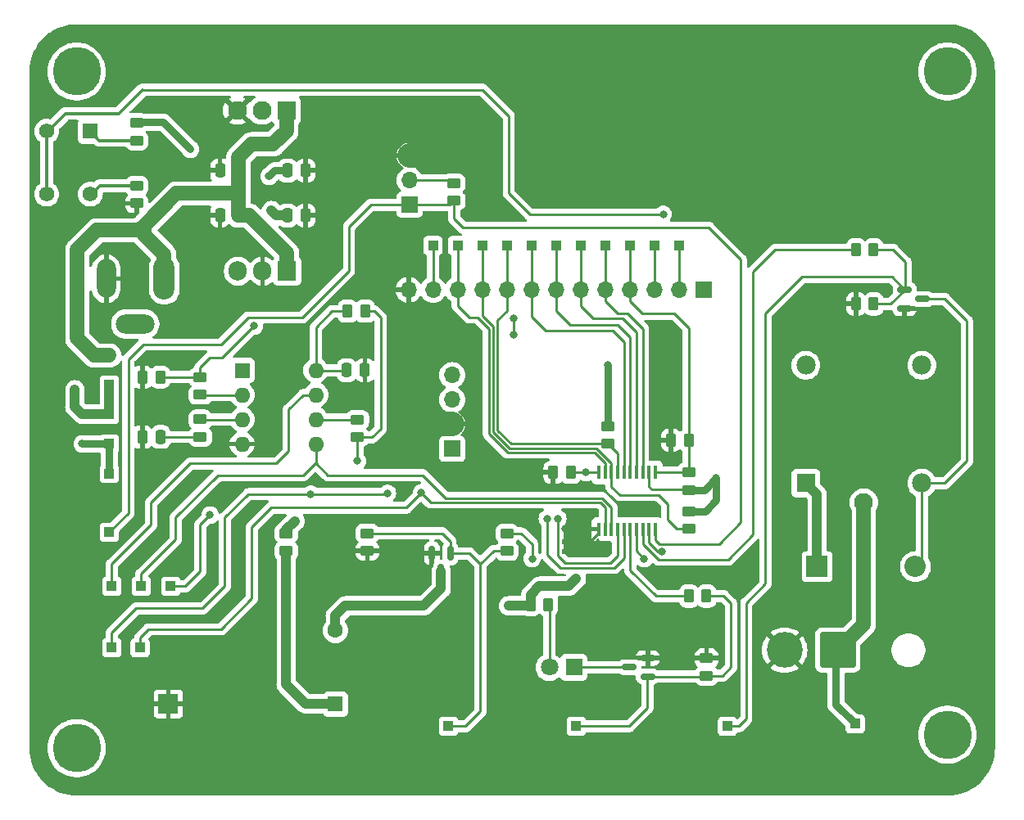
<source format=gbr>
%TF.GenerationSoftware,KiCad,Pcbnew,7.0.6*%
%TF.CreationDate,2023-11-14T23:27:57+05:30*%
%TF.ProjectId,Prometheus v2.0,50726f6d-6574-4686-9575-732076322e30,2.3*%
%TF.SameCoordinates,Original*%
%TF.FileFunction,Copper,L1,Top*%
%TF.FilePolarity,Positive*%
%FSLAX46Y46*%
G04 Gerber Fmt 4.6, Leading zero omitted, Abs format (unit mm)*
G04 Created by KiCad (PCBNEW 7.0.6) date 2023-11-14 23:27:57*
%MOMM*%
%LPD*%
G01*
G04 APERTURE LIST*
G04 Aperture macros list*
%AMRoundRect*
0 Rectangle with rounded corners*
0 $1 Rounding radius*
0 $2 $3 $4 $5 $6 $7 $8 $9 X,Y pos of 4 corners*
0 Add a 4 corners polygon primitive as box body*
4,1,4,$2,$3,$4,$5,$6,$7,$8,$9,$2,$3,0*
0 Add four circle primitives for the rounded corners*
1,1,$1+$1,$2,$3*
1,1,$1+$1,$4,$5*
1,1,$1+$1,$6,$7*
1,1,$1+$1,$8,$9*
0 Add four rect primitives between the rounded corners*
20,1,$1+$1,$2,$3,$4,$5,0*
20,1,$1+$1,$4,$5,$6,$7,0*
20,1,$1+$1,$6,$7,$8,$9,0*
20,1,$1+$1,$8,$9,$2,$3,0*%
G04 Aperture macros list end*
%TA.AperFunction,ComponentPad*%
%ADD10O,2.200000X4.400000*%
%TD*%
%TA.AperFunction,ComponentPad*%
%ADD11O,2.000000X4.000000*%
%TD*%
%TA.AperFunction,ComponentPad*%
%ADD12O,4.000000X2.000000*%
%TD*%
%TA.AperFunction,SMDPad,CuDef*%
%ADD13R,1.000000X1.000000*%
%TD*%
%TA.AperFunction,SMDPad,CuDef*%
%ADD14RoundRect,0.250000X0.262500X0.450000X-0.262500X0.450000X-0.262500X-0.450000X0.262500X-0.450000X0*%
%TD*%
%TA.AperFunction,SMDPad,CuDef*%
%ADD15RoundRect,0.250000X-0.262500X-0.450000X0.262500X-0.450000X0.262500X0.450000X-0.262500X0.450000X0*%
%TD*%
%TA.AperFunction,SMDPad,CuDef*%
%ADD16RoundRect,0.250000X0.450000X-0.262500X0.450000X0.262500X-0.450000X0.262500X-0.450000X-0.262500X0*%
%TD*%
%TA.AperFunction,ComponentPad*%
%ADD17R,1.980000X1.980000*%
%TD*%
%TA.AperFunction,ComponentPad*%
%ADD18C,1.980000*%
%TD*%
%TA.AperFunction,ComponentPad*%
%ADD19C,1.935000*%
%TD*%
%TA.AperFunction,SMDPad,CuDef*%
%ADD20RoundRect,0.250000X-0.450000X0.262500X-0.450000X-0.262500X0.450000X-0.262500X0.450000X0.262500X0*%
%TD*%
%TA.AperFunction,ComponentPad*%
%ADD21C,2.900000*%
%TD*%
%TA.AperFunction,ConnectorPad*%
%ADD22C,5.000000*%
%TD*%
%TA.AperFunction,SMDPad,CuDef*%
%ADD23RoundRect,0.250000X-0.250000X-0.475000X0.250000X-0.475000X0.250000X0.475000X-0.250000X0.475000X0*%
%TD*%
%TA.AperFunction,SMDPad,CuDef*%
%ADD24R,2.000000X2.000000*%
%TD*%
%TA.AperFunction,SMDPad,CuDef*%
%ADD25RoundRect,0.150000X-0.150000X0.587500X-0.150000X-0.587500X0.150000X-0.587500X0.150000X0.587500X0*%
%TD*%
%TA.AperFunction,SMDPad,CuDef*%
%ADD26RoundRect,0.150000X-0.587500X-0.150000X0.587500X-0.150000X0.587500X0.150000X-0.587500X0.150000X0*%
%TD*%
%TA.AperFunction,ComponentPad*%
%ADD27R,1.935000X1.935000*%
%TD*%
%TA.AperFunction,ComponentPad*%
%ADD28R,1.700000X1.700000*%
%TD*%
%TA.AperFunction,ComponentPad*%
%ADD29O,1.700000X1.700000*%
%TD*%
%TA.AperFunction,ComponentPad*%
%ADD30RoundRect,0.250002X-1.599998X1.599998X-1.599998X-1.599998X1.599998X-1.599998X1.599998X1.599998X0*%
%TD*%
%TA.AperFunction,ComponentPad*%
%ADD31C,3.700000*%
%TD*%
%TA.AperFunction,ComponentPad*%
%ADD32R,1.600000X1.600000*%
%TD*%
%TA.AperFunction,ComponentPad*%
%ADD33O,1.600000X1.600000*%
%TD*%
%TA.AperFunction,SMDPad,CuDef*%
%ADD34R,0.450000X1.475000*%
%TD*%
%TA.AperFunction,ComponentPad*%
%ADD35R,1.905000X2.000000*%
%TD*%
%TA.AperFunction,ComponentPad*%
%ADD36O,1.905000X2.000000*%
%TD*%
%TA.AperFunction,ComponentPad*%
%ADD37R,2.200000X2.200000*%
%TD*%
%TA.AperFunction,ComponentPad*%
%ADD38O,2.200000X2.200000*%
%TD*%
%TA.AperFunction,SMDPad,CuDef*%
%ADD39RoundRect,0.250000X0.250000X0.475000X-0.250000X0.475000X-0.250000X-0.475000X0.250000X-0.475000X0*%
%TD*%
%TA.AperFunction,SMDPad,CuDef*%
%ADD40RoundRect,0.150000X0.587500X0.150000X-0.587500X0.150000X-0.587500X-0.150000X0.587500X-0.150000X0*%
%TD*%
%TA.AperFunction,ComponentPad*%
%ADD41R,1.575000X1.575000*%
%TD*%
%TA.AperFunction,ComponentPad*%
%ADD42C,1.575000*%
%TD*%
%TA.AperFunction,ComponentPad*%
%ADD43R,1.800000X1.800000*%
%TD*%
%TA.AperFunction,ComponentPad*%
%ADD44C,1.800000*%
%TD*%
%TA.AperFunction,ComponentPad*%
%ADD45R,1.600200X1.600200*%
%TD*%
%TA.AperFunction,ComponentPad*%
%ADD46C,1.600200*%
%TD*%
%TA.AperFunction,ViaPad*%
%ADD47C,0.600000*%
%TD*%
%TA.AperFunction,ViaPad*%
%ADD48C,1.000000*%
%TD*%
%TA.AperFunction,ViaPad*%
%ADD49C,0.800000*%
%TD*%
%TA.AperFunction,ViaPad*%
%ADD50C,2.000000*%
%TD*%
%TA.AperFunction,Conductor*%
%ADD51C,0.300000*%
%TD*%
%TA.AperFunction,Conductor*%
%ADD52C,1.520000*%
%TD*%
%TA.AperFunction,Conductor*%
%ADD53C,2.540000*%
%TD*%
%TA.AperFunction,Conductor*%
%ADD54C,0.250000*%
%TD*%
%TA.AperFunction,Conductor*%
%ADD55C,1.020000*%
%TD*%
%TA.AperFunction,Conductor*%
%ADD56C,0.760000*%
%TD*%
G04 APERTURE END LIST*
D10*
%TO.P,J1,1*%
%TO.N,+12V*%
X101090000Y-82450000D03*
D11*
%TO.P,J1,2*%
%TO.N,GND*%
X95090000Y-82450000D03*
D12*
%TO.P,J1,3*%
%TO.N,unconnected-(J1-Pad3)*%
X98090000Y-87150000D03*
%TD*%
D13*
%TO.P,TP13,1,1*%
%TO.N,/MQ_135_D*%
X98591000Y-120631500D03*
%TD*%
D14*
%TO.P,R11,1*%
%TO.N,Net-(Q1-G)*%
X174410000Y-85071500D03*
%TO.P,R11,2*%
%TO.N,GND*%
X172585000Y-85071500D03*
%TD*%
D15*
%TO.P,R4,1*%
%TO.N,GND*%
X98845000Y-92643500D03*
%TO.P,R4,2*%
%TO.N,/MQ_135_A_3V3*%
X100670000Y-92643500D03*
%TD*%
D13*
%TO.P,TP15,1,1*%
%TO.N,Net-(Q2-G)*%
X143676000Y-128759500D03*
%TD*%
D16*
%TO.P,R21,1*%
%TO.N,/DHT_11_5V*%
X131036000Y-74391000D03*
%TO.P,R21,2*%
%TO.N,+5V*%
X131036000Y-72566000D03*
%TD*%
D17*
%TO.P,K1,A1*%
%TO.N,+5V*%
X167394000Y-103617500D03*
D18*
%TO.P,K1,A2*%
%TO.N,Net-(D1-A)*%
X179394000Y-103617500D03*
D19*
%TO.P,K1,COM*%
%TO.N,/To_Solenoid*%
X173394000Y-105617500D03*
D18*
%TO.P,K1,NC*%
%TO.N,unconnected-(K1-PadNC)*%
X167394000Y-91417500D03*
%TO.P,K1,NO*%
%TO.N,+12V*%
X179394000Y-91417500D03*
%TD*%
D20*
%TO.P,R16,1*%
%TO.N,/Indicator_Buzzer*%
X136530000Y-108808500D03*
%TO.P,R16,2*%
%TO.N,Net-(Q3-G)*%
X136530000Y-110633500D03*
%TD*%
D21*
%TO.P,H4,1*%
%TO.N,N/C*%
X92046000Y-131030000D03*
D22*
X92046000Y-131030000D03*
%TD*%
D23*
%TO.P,C4,1*%
%TO.N,+5V*%
X113830000Y-75927500D03*
%TO.P,C4,2*%
%TO.N,GND*%
X115730000Y-75927500D03*
%TD*%
%TO.P,C6,1*%
%TO.N,+5V*%
X119932000Y-91929500D03*
%TO.P,C6,2*%
%TO.N,GND*%
X121832000Y-91929500D03*
%TD*%
D13*
%TO.P,TP12,1,1*%
%TO.N,/MQ_135_A*%
X95670000Y-120631500D03*
%TD*%
%TO.P,TP3,1,1*%
%TO.N,+3.3V*%
X95416000Y-102618300D03*
%TD*%
%TO.P,TP20,1,1*%
%TO.N,/DHT_11_3V3*%
X149190000Y-79041500D03*
%TD*%
D16*
%TO.P,R20,1*%
%TO.N,GND*%
X98250000Y-74662500D03*
%TO.P,R20,2*%
%TO.N,Net-(S1-COM_1)*%
X98250000Y-72837500D03*
%TD*%
D24*
%TO.P,TP25,1,1*%
%TO.N,GND*%
X101512000Y-126473500D03*
%TD*%
D20*
%TO.P,R2,1*%
%TO.N,+3.3V*%
X155298000Y-106531000D03*
%TO.P,R2,2*%
%TO.N,/MQ_135_CS_3V3*%
X155298000Y-108356000D03*
%TD*%
D25*
%TO.P,Q3,1,G*%
%TO.N,Net-(Q3-G)*%
X130656000Y-110882500D03*
%TO.P,Q3,2,S*%
%TO.N,GND*%
X128756000Y-110882500D03*
%TO.P,Q3,3,D*%
%TO.N,Net-(Q3-D)*%
X129706000Y-112757500D03*
%TD*%
D15*
%TO.P,R12,1*%
%TO.N,+5V*%
X120045000Y-85823500D03*
%TO.P,R12,2*%
%TO.N,/MQ_135_SDA*%
X121870000Y-85823500D03*
%TD*%
D13*
%TO.P,TP24,1,1*%
%TO.N,/MQ_135_D_3V3*%
X131410000Y-79041500D03*
%TD*%
%TO.P,TP7,1,1*%
%TO.N,/MQ_135_SCL*%
X95670000Y-114281500D03*
%TD*%
%TO.P,TP19,1,1*%
%TO.N,/Indicator_LED_3V3*%
X141570000Y-79041500D03*
%TD*%
D16*
%TO.P,R14,1*%
%TO.N,Net-(Q2-G)*%
X157140000Y-123546000D03*
%TO.P,R14,2*%
%TO.N,GND*%
X157140000Y-121721000D03*
%TD*%
D13*
%TO.P,TP6,1,1*%
%TO.N,/LS_EN*%
X128870000Y-79041500D03*
%TD*%
D14*
%TO.P,R1,1*%
%TO.N,/DHT_11_3V3*%
X155310000Y-99163500D03*
%TO.P,R1,2*%
%TO.N,GND*%
X153485000Y-99163500D03*
%TD*%
D13*
%TO.P,TP1,1,1*%
%TO.N,+12V*%
X95416000Y-90405500D03*
%TD*%
%TO.P,TP17,1,1*%
%TO.N,/Solenoid_Control_3V3*%
X146650000Y-79041500D03*
%TD*%
%TO.P,TP14,1,1*%
%TO.N,/To_Solenoid*%
X172505000Y-128505500D03*
%TD*%
D15*
%TO.P,R9,1*%
%TO.N,/Solenoid_Control*%
X172585000Y-79483500D03*
%TO.P,R9,2*%
%TO.N,Net-(Q1-G)*%
X174410000Y-79483500D03*
%TD*%
D20*
%TO.P,R8,1*%
%TO.N,Net-(U3-REF-)*%
X104814000Y-97009500D03*
%TO.P,R8,2*%
%TO.N,Net-(C3-Pad2)*%
X104814000Y-98834500D03*
%TD*%
D13*
%TO.P,TP16,1,1*%
%TO.N,Net-(Q3-G)*%
X130468000Y-128759500D03*
%TD*%
%TO.P,TP11,1,1*%
%TO.N,/MQ_135_SDA*%
X101766000Y-114281500D03*
%TD*%
D15*
%TO.P,R13,1*%
%TO.N,/Indicator_LED*%
X155313000Y-115297500D03*
%TO.P,R13,2*%
%TO.N,Net-(Q2-G)*%
X157138000Y-115297500D03*
%TD*%
D13*
%TO.P,TP4,1,1*%
%TO.N,+5V*%
X95416000Y-93453500D03*
%TD*%
D26*
%TO.P,Q1,1,G*%
%TO.N,Net-(Q1-G)*%
X177615000Y-83613500D03*
%TO.P,Q1,2,S*%
%TO.N,GND*%
X177615000Y-85513500D03*
%TO.P,Q1,3,D*%
%TO.N,Net-(D1-A)*%
X179490000Y-84563500D03*
%TD*%
D13*
%TO.P,TP27,1,1*%
%TO.N,/To_Reset*%
X154270000Y-79041500D03*
%TD*%
%TO.P,TP21,1,1*%
%TO.N,/MQ_135_SDA_3V3*%
X139030000Y-79041500D03*
%TD*%
D21*
%TO.P,H3,1*%
%TO.N,N/C*%
X182046000Y-129633000D03*
D22*
X182046000Y-129633000D03*
%TD*%
D13*
%TO.P,TP10,1,1*%
%TO.N,Net-(Q1-G)*%
X159297000Y-128759500D03*
%TD*%
D27*
%TO.P,U1,1,VI*%
%TO.N,+12V*%
X113710000Y-65053500D03*
D19*
%TO.P,U1,2,VO*%
%TO.N,+3.3V*%
X111170000Y-65053500D03*
%TO.P,U1,3,GND*%
%TO.N,GND*%
X108630000Y-65053500D03*
%TD*%
D20*
%TO.P,R19,1*%
%TO.N,+3.3V*%
X98250000Y-66337500D03*
%TO.P,R19,2*%
%TO.N,Net-(S1-COM_1)*%
X98250000Y-68162500D03*
%TD*%
D13*
%TO.P,TP26,1,1*%
%TO.N,/DHT_11_5V*%
X95416000Y-108693500D03*
%TD*%
D20*
%TO.P,R6,1*%
%TO.N,+3.3V*%
X146978000Y-97724500D03*
%TO.P,R6,2*%
%TO.N,/MQ_135_SCL_3V3*%
X146978000Y-99549500D03*
%TD*%
D23*
%TO.P,C3,1*%
%TO.N,GND*%
X98830000Y-98833500D03*
%TO.P,C3,2*%
%TO.N,Net-(C3-Pad2)*%
X100730000Y-98833500D03*
%TD*%
D28*
%TO.P,J3,1,Pin_1*%
%TO.N,+3.3V*%
X156810000Y-83613500D03*
D29*
%TO.P,J3,2,Pin_2*%
%TO.N,/To_Reset*%
X154270000Y-83613500D03*
%TO.P,J3,3,Pin_3*%
%TO.N,/MQ_135_A_3V3*%
X151730000Y-83613500D03*
%TO.P,J3,4,Pin_4*%
%TO.N,/DHT_11_3V3*%
X149190000Y-83613500D03*
%TO.P,J3,5,Pin_5*%
%TO.N,/Solenoid_Control_3V3*%
X146650000Y-83613500D03*
%TO.P,J3,6,Pin_6*%
%TO.N,/Indicator_Buzzer_3V3*%
X144110000Y-83613500D03*
%TO.P,J3,7,Pin_7*%
%TO.N,/Indicator_LED_3V3*%
X141570000Y-83613500D03*
%TO.P,J3,8,Pin_8*%
%TO.N,/MQ_135_SDA_3V3*%
X139030000Y-83613500D03*
%TO.P,J3,9,Pin_9*%
%TO.N,/MQ_135_SCL_3V3*%
X136490000Y-83613500D03*
%TO.P,J3,10,Pin_10*%
%TO.N,/MQ_135_CS_3V3*%
X133950000Y-83613500D03*
%TO.P,J3,11,Pin_11*%
%TO.N,/MQ_135_D_3V3*%
X131410000Y-83613500D03*
%TO.P,J3,12,Pin_12*%
%TO.N,/LS_EN*%
X128870000Y-83613500D03*
%TO.P,J3,13,Pin_13*%
%TO.N,GND*%
X126330000Y-83613500D03*
%TD*%
D14*
%TO.P,R7,1*%
%TO.N,/LS_EN*%
X143128000Y-102503500D03*
%TO.P,R7,2*%
%TO.N,GND*%
X141303000Y-102503500D03*
%TD*%
D21*
%TO.P,H2,1*%
%TO.N,N/C*%
X182046000Y-61030000D03*
D22*
X182046000Y-61030000D03*
%TD*%
D20*
%TO.P,R18,1*%
%TO.N,+5V*%
X113704000Y-108797000D03*
%TO.P,R18,2*%
%TO.N,Net-(LS1-Pad1)*%
X113704000Y-110622000D03*
%TD*%
D30*
%TO.P,J2,1,Pin_1*%
%TO.N,/To_Solenoid*%
X170700000Y-120885500D03*
D31*
%TO.P,J2,2,Pin_2*%
%TO.N,GND*%
X165200000Y-120885500D03*
%TD*%
D32*
%TO.P,U3,1,REF+*%
%TO.N,+5V*%
X109142000Y-91939500D03*
D33*
%TO.P,U3,2,A0*%
%TO.N,/MQ_135_A*%
X109142000Y-94479500D03*
%TO.P,U3,3,REF-*%
%TO.N,Net-(U3-REF-)*%
X109142000Y-97019500D03*
%TO.P,U3,4,GND*%
%TO.N,GND*%
X109142000Y-99559500D03*
%TO.P,U3,5,CS*%
%TO.N,/MQ_135_CS*%
X116762000Y-99559500D03*
%TO.P,U3,6,SDA*%
%TO.N,Net-(U3-SDA)*%
X116762000Y-97019500D03*
%TO.P,U3,7,CLK*%
%TO.N,/MQ_135_SCL*%
X116762000Y-94479500D03*
%TO.P,U3,8,VCC*%
%TO.N,+5V*%
X116762000Y-91939500D03*
%TD*%
D21*
%TO.P,H1,1*%
%TO.N,N/C*%
X92046000Y-61030000D03*
D22*
X92046000Y-61030000D03*
%TD*%
D23*
%TO.P,C5,1*%
%TO.N,+3.3V*%
X113830000Y-71273500D03*
%TO.P,C5,2*%
%TO.N,GND*%
X115730000Y-71273500D03*
%TD*%
D13*
%TO.P,TP18,1,1*%
%TO.N,/Indicator_Buzzer_3V3*%
X144110000Y-79041500D03*
%TD*%
D15*
%TO.P,R15,1*%
%TO.N,+5V*%
X138953500Y-116186500D03*
%TO.P,R15,2*%
%TO.N,Net-(D2-A)*%
X140778500Y-116186500D03*
%TD*%
D13*
%TO.P,TP22,1,1*%
%TO.N,/MQ_135_SCL_3V3*%
X136490000Y-79041500D03*
%TD*%
D34*
%TO.P,IC1,1,A1*%
%TO.N,/DHT_11_3V3*%
X151850000Y-102513500D03*
%TO.P,IC1,2,VCCA*%
%TO.N,+3.3V*%
X151200000Y-102513500D03*
%TO.P,IC1,3,A2*%
%TO.N,/Solenoid_Control_3V3*%
X150550000Y-102513500D03*
%TO.P,IC1,4,A3*%
%TO.N,/Indicator_Buzzer_3V3*%
X149900000Y-102513500D03*
%TO.P,IC1,5,A4*%
%TO.N,/Indicator_LED_3V3*%
X149250000Y-102513500D03*
%TO.P,IC1,6,A5*%
%TO.N,/MQ_135_SDA_3V3*%
X148600000Y-102513500D03*
%TO.P,IC1,7,A6*%
%TO.N,/MQ_135_SCL_3V3*%
X147950000Y-102513500D03*
%TO.P,IC1,8,A7*%
%TO.N,/MQ_135_CS_3V3*%
X147300000Y-102513500D03*
%TO.P,IC1,9,A8*%
%TO.N,/MQ_135_D_3V3*%
X146650000Y-102513500D03*
%TO.P,IC1,10,OE*%
%TO.N,/LS_EN*%
X146000000Y-102513500D03*
%TO.P,IC1,11,GND*%
%TO.N,GND*%
X146000000Y-108389500D03*
%TO.P,IC1,12,B8*%
%TO.N,/MQ_135_D*%
X146650000Y-108389500D03*
%TO.P,IC1,13,B7*%
%TO.N,/MQ_135_CS*%
X147300000Y-108389500D03*
%TO.P,IC1,14,B6*%
%TO.N,/MQ_135_SCL*%
X147950000Y-108389500D03*
%TO.P,IC1,15,B5*%
%TO.N,/MQ_135_SDA*%
X148600000Y-108389500D03*
%TO.P,IC1,16,B4*%
%TO.N,/Indicator_LED*%
X149250000Y-108389500D03*
%TO.P,IC1,17,B3*%
%TO.N,/Indicator_Buzzer*%
X149900000Y-108389500D03*
%TO.P,IC1,18,B2*%
%TO.N,/Solenoid_Control*%
X150550000Y-108389500D03*
%TO.P,IC1,19,VCCB*%
%TO.N,+5V*%
X151200000Y-108389500D03*
%TO.P,IC1,20,B1*%
%TO.N,/DHT_11_5V*%
X151850000Y-108389500D03*
%TD*%
D16*
%TO.P,R10,1*%
%TO.N,/MQ_135_SDA*%
X121065000Y-98861000D03*
%TO.P,R10,2*%
%TO.N,Net-(U3-SDA)*%
X121065000Y-97036000D03*
%TD*%
D20*
%TO.P,R17,1*%
%TO.N,Net-(Q3-G)*%
X122086000Y-108797000D03*
%TO.P,R17,2*%
%TO.N,GND*%
X122086000Y-110622000D03*
%TD*%
D16*
%TO.P,R5,1*%
%TO.N,+3.3V*%
X155308000Y-104336000D03*
%TO.P,R5,2*%
%TO.N,/DHT_11_3V3*%
X155308000Y-102511000D03*
%TD*%
D13*
%TO.P,TP23,1,1*%
%TO.N,/MQ_135_CS_3V3*%
X133950000Y-79041500D03*
%TD*%
D35*
%TO.P,U2,1,VI*%
%TO.N,+12V*%
X113790000Y-81673500D03*
D36*
%TO.P,U2,2,GND*%
%TO.N,GND*%
X111250000Y-81673500D03*
%TO.P,U2,3,VO*%
%TO.N,+5V*%
X108710000Y-81673500D03*
%TD*%
D13*
%TO.P,TP2,1,1*%
%TO.N,/MQ_135_A_3V3*%
X151730000Y-79041500D03*
%TD*%
D37*
%TO.P,D1,1,K*%
%TO.N,+5V*%
X168568000Y-112249500D03*
D38*
%TO.P,D1,2,A*%
%TO.N,Net-(D1-A)*%
X178728000Y-112249500D03*
%TD*%
D39*
%TO.P,C1,1*%
%TO.N,+12V*%
X108750000Y-75913500D03*
%TO.P,C1,2*%
%TO.N,GND*%
X106850000Y-75913500D03*
%TD*%
D40*
%TO.P,Q2,1,G*%
%TO.N,Net-(Q2-G)*%
X151055000Y-123603500D03*
%TO.P,Q2,2,S*%
%TO.N,GND*%
X151055000Y-121703500D03*
%TO.P,Q2,3,D*%
%TO.N,Net-(D2-K)*%
X149180000Y-122653500D03*
%TD*%
D39*
%TO.P,C2,1*%
%TO.N,+12V*%
X108750000Y-71263500D03*
%TO.P,C2,2*%
%TO.N,GND*%
X106850000Y-71263500D03*
%TD*%
D13*
%TO.P,TP5,1,1*%
%TO.N,+3.3V*%
X95416000Y-99549500D03*
%TD*%
%TO.P,TP8,1,1*%
%TO.N,/MQ_135_CS*%
X98718000Y-114281500D03*
%TD*%
D41*
%TO.P,S1,1,COM_1*%
%TO.N,Net-(S1-COM_1)*%
X93450000Y-67210000D03*
D42*
%TO.P,S1,2,COM_2*%
X93450000Y-73710000D03*
%TO.P,S1,3,N.O._1*%
%TO.N,/To_Reset*%
X88950000Y-67210000D03*
%TO.P,S1,4,N.O._2*%
X88950000Y-73710000D03*
%TD*%
D13*
%TO.P,TP9,1,1*%
%TO.N,+5V*%
X95416000Y-96501500D03*
%TD*%
D16*
%TO.P,R3,1*%
%TO.N,/MQ_135_A*%
X104814000Y-94469500D03*
%TO.P,R3,2*%
%TO.N,/MQ_135_A_3V3*%
X104814000Y-92644500D03*
%TD*%
D43*
%TO.P,D2,1,K*%
%TO.N,Net-(D2-K)*%
X143427000Y-122663500D03*
D44*
%TO.P,D2,2,A*%
%TO.N,Net-(D2-A)*%
X140887000Y-122663500D03*
%TD*%
D45*
%TO.P,LS1,1*%
%TO.N,Net-(LS1-Pad1)*%
X118784000Y-126463500D03*
D46*
%TO.P,LS1,2*%
%TO.N,Net-(Q3-D)*%
X118784000Y-118853500D03*
%TD*%
D28*
%TO.P,U5,1,SIG*%
%TO.N,/DHT_11_5V*%
X126450000Y-74808500D03*
D29*
%TO.P,U5,2,VCC*%
%TO.N,+5V*%
X126450000Y-72268500D03*
%TO.P,U5,3,GND*%
%TO.N,GND*%
X126450000Y-69728500D03*
%TD*%
D28*
%TO.P,U4,1,VCC*%
%TO.N,+5V*%
X130849000Y-100057500D03*
D29*
%TO.P,U4,2,GND*%
%TO.N,GND*%
X130849000Y-97517500D03*
%TO.P,U4,3,D0*%
%TO.N,/MQ_135_D*%
X130849000Y-94977500D03*
%TO.P,U4,4,A0*%
%TO.N,/MQ_135_A*%
X130849000Y-92437500D03*
%TD*%
D47*
%TO.N,GND*%
X138944000Y-107908000D03*
D48*
X114250000Y-91250000D03*
D49*
X152312000Y-92564500D03*
D48*
X108624000Y-128251500D03*
X139104000Y-69831500D03*
X130750000Y-102851500D03*
X159000000Y-76500000D03*
D50*
X134151000Y-71482500D03*
D48*
X103544000Y-123171500D03*
X122500000Y-78000000D03*
X106084000Y-120631500D03*
X169584000Y-100311500D03*
X95924000Y-123171500D03*
X98464000Y-125711500D03*
X139104000Y-72371500D03*
X106084000Y-125711500D03*
X144184000Y-72371500D03*
X108624000Y-125711500D03*
X106084000Y-123171500D03*
X144184000Y-118091500D03*
X149264000Y-118091500D03*
X101004000Y-130791500D03*
X159000000Y-73750000D03*
X108624000Y-123171500D03*
X108624000Y-130791500D03*
X174664000Y-90151500D03*
X108624000Y-120631500D03*
X177204000Y-100311500D03*
X106250000Y-86750000D03*
X101004000Y-123171500D03*
X93384000Y-123171500D03*
D49*
X118403000Y-93199500D03*
D48*
X126404000Y-78000000D03*
X119250000Y-70750000D03*
X144184000Y-69831500D03*
X103750000Y-86750000D03*
X103544000Y-120631500D03*
X106084000Y-128251500D03*
D49*
X142533000Y-108312500D03*
D48*
X149264000Y-72371500D03*
D49*
X152312000Y-93961500D03*
D48*
X125250000Y-110500000D03*
D49*
X154725000Y-118980500D03*
X156249000Y-118980500D03*
D48*
X126404000Y-80750000D03*
X125250000Y-113011500D03*
D47*
X142444000Y-109711500D03*
D48*
X174664000Y-100311500D03*
D49*
X157646000Y-118980500D03*
D48*
X139104000Y-102851500D03*
X120170000Y-113011500D03*
X103544000Y-130791500D03*
D49*
X118530000Y-90278500D03*
D48*
X122710000Y-113011500D03*
X111750000Y-91250000D03*
X149264000Y-69831500D03*
X114250000Y-93750000D03*
X106084000Y-130791500D03*
D50*
X126023000Y-91421500D03*
D48*
X101004000Y-120631500D03*
D49*
X153709000Y-93961500D03*
D47*
X142444000Y-110711500D03*
D49*
X153709000Y-92564500D03*
D48*
X172124000Y-90151500D03*
X111750000Y-93750000D03*
X122500000Y-80750000D03*
X169250000Y-85250000D03*
X172124000Y-100311500D03*
X136564000Y-102851500D03*
X146724000Y-118091500D03*
%TO.N,+5V*%
X143676000Y-113519500D03*
D49*
X152542010Y-110719000D03*
D48*
X114593000Y-107550500D03*
X136691000Y-116313500D03*
D49*
X91860000Y-93961500D03*
X112180000Y-75419500D03*
%TO.N,+3.3V*%
X92622000Y-99549500D03*
X158154000Y-103105500D03*
X103798000Y-69069500D03*
X111926000Y-71863500D03*
X146978000Y-91421500D03*
%TO.N,/LS_EN*%
X137199000Y-88246500D03*
X144692000Y-102513500D03*
X137199000Y-86595500D03*
%TO.N,/MQ_135_D*%
X127660000Y-104603500D03*
%TO.N,/MQ_135_SCL*%
X141770000Y-107283500D03*
%TO.N,/MQ_135_SDA*%
X121070000Y-101327500D03*
X140680000Y-107283500D03*
X105830000Y-106915500D03*
%TO.N,/Indicator_Buzzer*%
X150700000Y-111423500D03*
X139120000Y-111423500D03*
%TO.N,/To_Reset*%
X152670000Y-75800500D03*
%TO.N,/MQ_135_A_3V3*%
X110402000Y-87357500D03*
%TO.N,/MQ_135_A*%
X124160000Y-104653500D03*
X116244000Y-104753500D03*
%TD*%
D51*
%TO.N,/To_Reset*%
X88950000Y-67210000D02*
X88950000Y-73710000D01*
X96390000Y-65360000D02*
X98836500Y-62913500D01*
X90880000Y-65360000D02*
X96390000Y-65360000D01*
X88990000Y-67250000D02*
X90880000Y-65360000D01*
%TO.N,Net-(S1-COM_1)*%
X94400000Y-68160000D02*
X93450000Y-67210000D01*
X98250000Y-68162500D02*
X98247500Y-68160000D01*
X98247500Y-68160000D02*
X94400000Y-68160000D01*
X94402500Y-72837500D02*
X93480000Y-73760000D01*
X98250000Y-72837500D02*
X94402500Y-72837500D01*
D52*
%TO.N,+12V*%
X101090000Y-79993000D02*
X101090000Y-82450000D01*
X99020000Y-77923000D02*
X101090000Y-79993000D01*
X99020000Y-76980000D02*
X99020000Y-77923000D01*
X99020000Y-76980000D02*
X98548500Y-77451500D01*
X102358500Y-73641500D02*
X99020000Y-76980000D01*
X108496000Y-73641500D02*
X102358500Y-73641500D01*
X92114000Y-79483500D02*
X92114000Y-88627500D01*
X108750000Y-71263500D02*
X108750000Y-69903500D01*
X113790000Y-79823500D02*
X113790000Y-81673500D01*
X108750000Y-69903500D02*
X110100000Y-68553500D01*
X108750000Y-75913500D02*
X109880000Y-75913500D01*
X109880000Y-75913500D02*
X113790000Y-79823500D01*
X108750000Y-73387500D02*
X108750000Y-71263500D01*
X112330000Y-68553500D02*
X113710000Y-67173500D01*
X94146000Y-77451500D02*
X92114000Y-79483500D01*
X93892000Y-90405500D02*
X95416000Y-90405500D01*
X110100000Y-68553500D02*
X112330000Y-68553500D01*
X108750000Y-75913500D02*
X108750000Y-73387500D01*
X92114000Y-88627500D02*
X93892000Y-90405500D01*
X113710000Y-67173500D02*
X113710000Y-65053500D01*
X98548500Y-77451500D02*
X94146000Y-77451500D01*
D53*
%TO.N,GND*%
X128944000Y-97517500D02*
X126912000Y-95485500D01*
D54*
X146000000Y-108782500D02*
X145327000Y-109455500D01*
D53*
X132397000Y-69728500D02*
X134151000Y-71482500D01*
X126023000Y-94596500D02*
X126023000Y-91421500D01*
D54*
X146000000Y-108389500D02*
X146000000Y-108782500D01*
D53*
X126912000Y-95485500D02*
X126023000Y-94596500D01*
D54*
X145327000Y-109455500D02*
X143295000Y-109455500D01*
X143295000Y-109455500D02*
X142533000Y-108693500D01*
D53*
X126450000Y-69728500D02*
X132397000Y-69728500D01*
D54*
X142533000Y-108693500D02*
X142533000Y-108312500D01*
D53*
X130849000Y-97517500D02*
X128944000Y-97517500D01*
D54*
%TO.N,Net-(C3-Pad2)*%
X104814000Y-98834500D02*
X100731000Y-98834500D01*
X100731000Y-98834500D02*
X100730000Y-98833500D01*
D55*
%TO.N,+5V*%
X113704000Y-108439500D02*
X113704000Y-108797000D01*
X138953500Y-115194000D02*
X138953500Y-116186500D01*
X136691000Y-116313500D02*
X138826500Y-116313500D01*
X95416000Y-93453500D02*
X95416000Y-96501500D01*
D54*
X130738500Y-72268500D02*
X131036000Y-72566000D01*
D55*
X112688000Y-75927500D02*
X112180000Y-75419500D01*
D54*
X126450000Y-72268500D02*
X130738500Y-72268500D01*
D55*
X113830000Y-75927500D02*
X112688000Y-75927500D01*
D54*
X152542010Y-110719000D02*
X152123318Y-110719000D01*
X120045000Y-85823500D02*
X118440000Y-85823500D01*
D55*
X91860000Y-95739500D02*
X91860000Y-93961500D01*
D54*
X152123318Y-110719000D02*
X151200000Y-109795682D01*
X118440000Y-85823500D02*
X116762000Y-87501500D01*
D55*
X168568000Y-104791500D02*
X168568000Y-112249500D01*
D54*
X151200000Y-109795682D02*
X151200000Y-108389500D01*
X116762000Y-91939500D02*
X119922000Y-91939500D01*
D55*
X167394000Y-103617500D02*
X168568000Y-104791500D01*
X114593000Y-107550500D02*
X113704000Y-108439500D01*
X142914000Y-114281500D02*
X139866000Y-114281500D01*
D54*
X116762000Y-87501500D02*
X116762000Y-91939500D01*
D55*
X143676000Y-113519500D02*
X142914000Y-114281500D01*
X139866000Y-114281500D02*
X138953500Y-115194000D01*
X92622000Y-96501500D02*
X91860000Y-95739500D01*
D54*
X119922000Y-91939500D02*
X119932000Y-91929500D01*
D55*
X95416000Y-96501500D02*
X92622000Y-96501500D01*
D56*
%TO.N,+3.3V*%
X158154000Y-103105500D02*
X156923500Y-104336000D01*
D54*
X155265500Y-104293500D02*
X151468000Y-104293500D01*
D56*
X158154000Y-105391500D02*
X158154000Y-103105500D01*
X146978000Y-91421500D02*
X146978000Y-97724500D01*
X157014500Y-106531000D02*
X158154000Y-105391500D01*
D54*
X151468000Y-104293500D02*
X151200000Y-104025500D01*
D56*
X113830000Y-71273500D02*
X112516000Y-71273500D01*
X156923500Y-104336000D02*
X155308000Y-104336000D01*
X92622000Y-99549500D02*
X95416000Y-99549500D01*
X155298000Y-106531000D02*
X157014500Y-106531000D01*
D54*
X151200000Y-104025500D02*
X151200000Y-102513500D01*
D56*
X101000000Y-66250000D02*
X99000000Y-66250000D01*
X103798000Y-69069500D02*
X103798000Y-69048000D01*
X103798000Y-69048000D02*
X101000000Y-66250000D01*
X112516000Y-71273500D02*
X111926000Y-71863500D01*
D54*
X155308000Y-104336000D02*
X155265500Y-104293500D01*
D56*
X95416000Y-99549500D02*
X95416000Y-102618300D01*
D54*
%TO.N,Net-(D1-A)*%
X181776000Y-84563500D02*
X184062000Y-86849500D01*
X184062000Y-86849500D02*
X184062000Y-101327500D01*
X181772000Y-103617500D02*
X179394000Y-103617500D01*
X179394000Y-103617500D02*
X179394000Y-111583500D01*
X184062000Y-101327500D02*
X181772000Y-103617500D01*
X179490000Y-84563500D02*
X181776000Y-84563500D01*
X179394000Y-111583500D02*
X178728000Y-112249500D01*
%TO.N,Net-(D2-K)*%
X143427000Y-122663500D02*
X149170000Y-122663500D01*
X149170000Y-122663500D02*
X149180000Y-122653500D01*
%TO.N,Net-(D2-A)*%
X140778500Y-116440500D02*
X140887000Y-116549000D01*
X140887000Y-116549000D02*
X140887000Y-122663500D01*
%TO.N,/DHT_11_3V3*%
X155305500Y-102513500D02*
X155308000Y-102511000D01*
X155310000Y-99163500D02*
X155310000Y-102509000D01*
X155310000Y-87561500D02*
X153836000Y-86087500D01*
X150534000Y-86087500D02*
X149190000Y-84743500D01*
X151850000Y-102513500D02*
X155305500Y-102513500D01*
X149190000Y-83613500D02*
X149190000Y-79041500D01*
X153836000Y-86087500D02*
X150534000Y-86087500D01*
X149190000Y-84743500D02*
X149190000Y-83613500D01*
X155310000Y-99163500D02*
X155310000Y-87561500D01*
X155310000Y-102509000D02*
X155308000Y-102511000D01*
%TO.N,/Solenoid_Control_3V3*%
X150550000Y-87627500D02*
X149010000Y-86087500D01*
X149010000Y-86087500D02*
X147994000Y-86087500D01*
X147994000Y-86087500D02*
X146650000Y-84743500D01*
X150550000Y-102513500D02*
X150550000Y-87627500D01*
X146650000Y-83613500D02*
X146650000Y-79041500D01*
X146650000Y-84743500D02*
X146650000Y-83613500D01*
%TO.N,/Indicator_Buzzer_3V3*%
X144110000Y-85251500D02*
X144110000Y-83613500D01*
X145454000Y-86595500D02*
X144110000Y-85251500D01*
X149900000Y-102513500D02*
X149900000Y-87993500D01*
X148502000Y-86595500D02*
X145454000Y-86595500D01*
X149900000Y-87993500D02*
X148502000Y-86595500D01*
X144110000Y-83613500D02*
X144110000Y-79041500D01*
%TO.N,/Indicator_LED_3V3*%
X141570000Y-85759500D02*
X141570000Y-83613500D01*
X149250000Y-102513500D02*
X149250000Y-88486500D01*
X147994000Y-87230500D02*
X143041000Y-87230500D01*
X143041000Y-87230500D02*
X141570000Y-85759500D01*
X141570000Y-83613500D02*
X141570000Y-79041500D01*
X149250000Y-88486500D02*
X147994000Y-87230500D01*
%TO.N,/MQ_135_SDA_3V3*%
X140501000Y-87865500D02*
X139030000Y-86394500D01*
X148600000Y-102513500D02*
X148600000Y-88979500D01*
X139030000Y-83613500D02*
X139030000Y-79041500D01*
X139030000Y-86394500D02*
X139030000Y-83613500D01*
X147486000Y-87865500D02*
X140501000Y-87865500D01*
X148600000Y-88979500D02*
X147486000Y-87865500D01*
%TO.N,/MQ_135_SCL_3V3*%
X135548000Y-98152500D02*
X135548000Y-86722500D01*
X136490000Y-85780500D02*
X136490000Y-83613500D01*
X136490000Y-83613500D02*
X136490000Y-79041500D01*
X146978000Y-99549500D02*
X136945000Y-99549500D01*
X147950000Y-100521500D02*
X146978000Y-99549500D01*
X135548000Y-86722500D02*
X136490000Y-85780500D01*
X147950000Y-102513500D02*
X147950000Y-100521500D01*
X136945000Y-99549500D02*
X135548000Y-98152500D01*
%TO.N,/MQ_135_CS_3V3*%
X153108000Y-105753500D02*
X152198000Y-104843500D01*
X133950000Y-86288500D02*
X133950000Y-83613500D01*
X147300000Y-102513500D02*
X147300000Y-101539604D01*
X152198000Y-104843500D02*
X148178000Y-104843500D01*
X148178000Y-104843500D02*
X147300000Y-103965500D01*
X147300000Y-103965500D02*
X147300000Y-102513500D01*
X133950000Y-83613500D02*
X133950000Y-79041500D01*
X145759896Y-99999500D02*
X136758604Y-99999500D01*
X153108000Y-107423500D02*
X153108000Y-105753500D01*
X135098000Y-87436500D02*
X133950000Y-86288500D01*
X136758604Y-99999500D02*
X135098000Y-98338896D01*
X135098000Y-98338896D02*
X135098000Y-87436500D01*
X147300000Y-101539604D02*
X145759896Y-99999500D01*
X155298000Y-108356000D02*
X154040500Y-108356000D01*
X154040500Y-108356000D02*
X153108000Y-107423500D01*
%TO.N,/MQ_135_D_3V3*%
X133500000Y-86474896D02*
X132633396Y-86474896D01*
X131410000Y-83613500D02*
X131410000Y-79041500D01*
X136572208Y-100449500D02*
X134648000Y-98525292D01*
X145573500Y-100449500D02*
X136572208Y-100449500D01*
X146650000Y-101526000D02*
X145573500Y-100449500D01*
X146650000Y-102513500D02*
X146650000Y-101526000D01*
X134648000Y-98525292D02*
X134648000Y-87622896D01*
X134648000Y-87622896D02*
X133500000Y-86474896D01*
X132633396Y-86474896D02*
X131410000Y-85251500D01*
X131410000Y-85251500D02*
X131410000Y-83613500D01*
%TO.N,/LS_EN*%
X143138000Y-102513500D02*
X143128000Y-102503500D01*
X128870000Y-83613500D02*
X128870000Y-79041500D01*
X137199000Y-88246500D02*
X137199000Y-86595500D01*
X146000000Y-102513500D02*
X143138000Y-102513500D01*
%TO.N,/MQ_135_D*%
X112180000Y-106153500D02*
X110148000Y-108185500D01*
X128670000Y-105613500D02*
X146182604Y-105613500D01*
X99480000Y-118726500D02*
X98591000Y-119615500D01*
X110148000Y-108185500D02*
X110148000Y-115551500D01*
X110148000Y-115551500D02*
X106973000Y-118726500D01*
X106973000Y-118726500D02*
X99480000Y-118726500D01*
X146650000Y-106080896D02*
X146650000Y-108389500D01*
X127660000Y-104603500D02*
X128670000Y-105613500D01*
X126110000Y-106153500D02*
X112180000Y-106153500D01*
X98591000Y-119615500D02*
X98591000Y-120631500D01*
X146182604Y-105613500D02*
X146650000Y-106080896D01*
X127660000Y-104603500D02*
X126110000Y-106153500D01*
%TO.N,/MQ_135_CS*%
X116762000Y-101491500D02*
X116762000Y-100891500D01*
X116762000Y-101535500D02*
X116762000Y-100891500D01*
X116762000Y-100891500D02*
X116762000Y-99559500D01*
X147300000Y-108389500D02*
X147300000Y-106094500D01*
X147300000Y-106094500D02*
X146369000Y-105163500D01*
X146369000Y-105163500D02*
X130190000Y-105163500D01*
X106650000Y-102793500D02*
X115460000Y-102793500D01*
X98718000Y-114281500D02*
X98718000Y-113011500D01*
X115460000Y-102793500D02*
X116762000Y-101491500D01*
X127810000Y-102783500D02*
X118010000Y-102783500D01*
X118010000Y-102783500D02*
X116762000Y-101535500D01*
X98718000Y-113011500D02*
X102274000Y-109455500D01*
X130190000Y-105163500D02*
X127810000Y-102783500D01*
X102274000Y-109455500D02*
X102274000Y-107169500D01*
X102274000Y-107169500D02*
X106650000Y-102793500D01*
%TO.N,/MQ_135_SCL*%
X147950000Y-111150500D02*
X147950000Y-108389500D01*
X116762000Y-94479500D02*
X115472000Y-94479500D01*
X147232000Y-111868500D02*
X147950000Y-111150500D01*
X141770000Y-111105500D02*
X142533000Y-111868500D01*
X113958000Y-100311500D02*
X112688000Y-101581500D01*
X99734000Y-105645500D02*
X99734000Y-107931500D01*
X99734000Y-107931500D02*
X95670000Y-111995500D01*
X141770000Y-107283500D02*
X141770000Y-111105500D01*
X103798000Y-101581500D02*
X99734000Y-105645500D01*
X95670000Y-111995500D02*
X95670000Y-114281500D01*
X142533000Y-111868500D02*
X147232000Y-111868500D01*
X113958000Y-95993500D02*
X113958000Y-100311500D01*
X115472000Y-94479500D02*
X113958000Y-95993500D01*
X112688000Y-101581500D02*
X103798000Y-101581500D01*
%TO.N,/MQ_135_SDA*%
X121065000Y-98861000D02*
X122582500Y-98861000D01*
X148600000Y-111389500D02*
X147613000Y-112376500D01*
X103290000Y-114281500D02*
X101766000Y-114281500D01*
X105830000Y-106915500D02*
X104814000Y-107931500D01*
X123470000Y-86513500D02*
X122780000Y-85823500D01*
X121065000Y-101322500D02*
X121070000Y-101327500D01*
X142025000Y-112376500D02*
X140680000Y-111031500D01*
X123470000Y-97973500D02*
X123470000Y-86513500D01*
X122582500Y-98861000D02*
X123470000Y-97973500D01*
X121065000Y-98861000D02*
X121065000Y-101322500D01*
X104814000Y-107931500D02*
X104814000Y-112757500D01*
X104814000Y-112757500D02*
X103290000Y-114281500D01*
X147613000Y-112376500D02*
X142025000Y-112376500D01*
X140680000Y-111031500D02*
X140680000Y-107283500D01*
X122780000Y-85823500D02*
X121870000Y-85823500D01*
X148600000Y-108389500D02*
X148600000Y-111389500D01*
%TO.N,/Indicator_LED*%
X149250000Y-112653500D02*
X151894000Y-115297500D01*
X149250000Y-108389500D02*
X149250000Y-112653500D01*
X151894000Y-115297500D02*
X155313000Y-115297500D01*
%TO.N,/Indicator_Buzzer*%
X139120000Y-111423500D02*
X139120000Y-109923500D01*
X149900000Y-108389500D02*
X149900000Y-110623500D01*
X139120000Y-109923500D02*
X138005000Y-108808500D01*
X138005000Y-108808500D02*
X136530000Y-108808500D01*
X149900000Y-110623500D02*
X150700000Y-111423500D01*
%TO.N,/Solenoid_Control*%
X161964000Y-108947500D02*
X159368000Y-111543500D01*
X152170000Y-111543500D02*
X150550000Y-109923500D01*
X159368000Y-111543500D02*
X152170000Y-111543500D01*
X164240000Y-79483500D02*
X161964000Y-81759500D01*
X172585000Y-79483500D02*
X164240000Y-79483500D01*
X150550000Y-109923500D02*
X150550000Y-108389500D01*
X161964000Y-81759500D02*
X161964000Y-108947500D01*
%TO.N,/DHT_11_5V*%
X97397200Y-106712300D02*
X95416000Y-108693500D01*
X126450000Y-74808500D02*
X130618500Y-74808500D01*
X160694000Y-80499500D02*
X160694000Y-107677500D01*
X98893000Y-89262500D02*
X97397200Y-90758300D01*
X157392000Y-77197500D02*
X160694000Y-80499500D01*
X106973000Y-89262500D02*
X98893000Y-89262500D01*
X131992000Y-77197500D02*
X157392000Y-77197500D01*
X115355000Y-86468500D02*
X109767000Y-86468500D01*
X120181000Y-81642500D02*
X115355000Y-86468500D01*
X120181000Y-77070500D02*
X120181000Y-81642500D01*
X151850000Y-109501500D02*
X151850000Y-108389500D01*
X126450000Y-74808500D02*
X122443000Y-74808500D01*
X158477500Y-109894000D02*
X152242500Y-109894000D01*
X160694000Y-107677500D02*
X158477500Y-109894000D01*
X109767000Y-86468500D02*
X106973000Y-89262500D01*
X131036000Y-74391000D02*
X131036000Y-76241500D01*
X130618500Y-74808500D02*
X131036000Y-74391000D01*
X152242500Y-109894000D02*
X151850000Y-109501500D01*
X97397200Y-90758300D02*
X97397200Y-106712300D01*
X131036000Y-76241500D02*
X131992000Y-77197500D01*
X122443000Y-74808500D02*
X120181000Y-77070500D01*
D52*
%TO.N,/To_Solenoid*%
X173394000Y-118191500D02*
X170700000Y-120885500D01*
D56*
X170500000Y-126500500D02*
X172505000Y-128505500D01*
X170700000Y-120885500D02*
X170500000Y-121085500D01*
X170500000Y-121085500D02*
X170500000Y-126500500D01*
D52*
X173394000Y-105617500D02*
X173394000Y-118191500D01*
D54*
%TO.N,/To_Reset*%
X136691000Y-73634500D02*
X136691000Y-65614500D01*
X136691000Y-65614500D02*
X133990000Y-62913500D01*
X152667000Y-75803500D02*
X138860000Y-75803500D01*
X133990000Y-62913500D02*
X98836500Y-62913500D01*
X152670000Y-75800500D02*
X152667000Y-75803500D01*
X154270000Y-83613500D02*
X154270000Y-79041500D01*
X138860000Y-75803500D02*
X136691000Y-73634500D01*
%TO.N,/MQ_135_A_3V3*%
X104814000Y-92644500D02*
X104813000Y-92643500D01*
X105830000Y-90659500D02*
X104814000Y-91675500D01*
X107100000Y-90659500D02*
X105830000Y-90659500D01*
X104813000Y-92643500D02*
X100670000Y-92643500D01*
X110402000Y-87357500D02*
X107100000Y-90659500D01*
X104814000Y-91675500D02*
X104814000Y-92644500D01*
X151730000Y-83613500D02*
X151730000Y-79041500D01*
%TO.N,Net-(Q1-G)*%
X161250000Y-116000000D02*
X161250000Y-128000000D01*
X163234000Y-86087500D02*
X163234000Y-114016000D01*
X167044000Y-82277500D02*
X163234000Y-86087500D01*
X163234000Y-114016000D02*
X161250000Y-116000000D01*
X161250000Y-128000000D02*
X160490500Y-128759500D01*
X174410000Y-85071500D02*
X176188000Y-85071500D01*
X177712000Y-80753500D02*
X177712000Y-83516500D01*
X160490500Y-128759500D02*
X159297000Y-128759500D01*
X174410000Y-79483500D02*
X176442000Y-79483500D01*
X176188000Y-85071500D02*
X177615000Y-83644500D01*
X177712000Y-83516500D02*
X177615000Y-83613500D01*
X177615000Y-83644500D02*
X177615000Y-83613500D01*
X176442000Y-79483500D02*
X177712000Y-80753500D01*
X176279000Y-82277500D02*
X167044000Y-82277500D01*
X177615000Y-83613500D02*
X176279000Y-82277500D01*
%TO.N,Net-(Q2-G)*%
X149137000Y-128759500D02*
X151042000Y-126854500D01*
X151055000Y-123603500D02*
X157082500Y-123603500D01*
X158916000Y-115297500D02*
X159678000Y-116059500D01*
X151042000Y-123616500D02*
X151055000Y-123603500D01*
X157138000Y-115297500D02*
X158916000Y-115297500D01*
X151042000Y-126854500D02*
X151042000Y-123616500D01*
X143676000Y-128759500D02*
X149137000Y-128759500D01*
X159678000Y-122663500D02*
X158795500Y-123546000D01*
X159678000Y-116059500D02*
X159678000Y-122663500D01*
X157082500Y-123603500D02*
X157140000Y-123546000D01*
X158795500Y-123546000D02*
X157140000Y-123546000D01*
%TO.N,Net-(Q3-G)*%
X132246000Y-128759500D02*
X130468000Y-128759500D01*
X136530000Y-110633500D02*
X135132000Y-110633500D01*
X135132000Y-110633500D02*
X133770000Y-111995500D01*
X133770000Y-111995500D02*
X133770000Y-127235500D01*
X133770000Y-127235500D02*
X132246000Y-128759500D01*
X130656000Y-109643500D02*
X130656000Y-110882500D01*
X130656000Y-110882500D02*
X132657000Y-110882500D01*
X132657000Y-110882500D02*
X133770000Y-111995500D01*
X122086000Y-108797000D02*
X129809500Y-108797000D01*
X129809500Y-108797000D02*
X130656000Y-109643500D01*
D55*
%TO.N,Net-(Q3-D)*%
X118784000Y-117329500D02*
X119800000Y-116313500D01*
X119800000Y-116313500D02*
X127928000Y-116313500D01*
X118784000Y-118853500D02*
X118784000Y-117329500D01*
X129706000Y-114535500D02*
X129706000Y-112757500D01*
X127928000Y-116313500D02*
X129706000Y-114535500D01*
D54*
%TO.N,/MQ_135_A*%
X107354000Y-107169500D02*
X107354000Y-114281500D01*
X116244000Y-104753500D02*
X109770000Y-104753500D01*
X105068000Y-116567500D02*
X98210000Y-116567500D01*
X98210000Y-116567500D02*
X95670000Y-119107500D01*
X124060000Y-104753500D02*
X116244000Y-104753500D01*
X95670000Y-119107500D02*
X95670000Y-120631500D01*
X124160000Y-104653500D02*
X124060000Y-104753500D01*
X104824000Y-94479500D02*
X109142000Y-94479500D01*
X109770000Y-104753500D02*
X107354000Y-107169500D01*
X107354000Y-114281500D02*
X105068000Y-116567500D01*
%TO.N,Net-(U3-REF-)*%
X104814000Y-97009500D02*
X104824000Y-97019500D01*
X104824000Y-97019500D02*
X109142000Y-97019500D01*
%TO.N,Net-(U3-SDA)*%
X121048500Y-97019500D02*
X121065000Y-97036000D01*
X116762000Y-97019500D02*
X121048500Y-97019500D01*
D55*
%TO.N,Net-(LS1-Pad1)*%
X115746000Y-126463500D02*
X118784000Y-126463500D01*
X113704000Y-124441500D02*
X115736000Y-126473500D01*
D54*
X115736000Y-126473500D02*
X115746000Y-126463500D01*
D55*
X113704000Y-110622000D02*
X113704000Y-124441500D01*
%TD*%
%TA.AperFunction,Conductor*%
%TO.N,GND*%
G36*
X148543834Y-112432769D02*
G01*
X148599767Y-112474641D01*
X148624184Y-112540105D01*
X148624500Y-112548951D01*
X148624500Y-112570755D01*
X148622775Y-112586372D01*
X148623061Y-112586399D01*
X148622326Y-112594165D01*
X148624500Y-112663314D01*
X148624500Y-112692843D01*
X148624501Y-112692860D01*
X148625368Y-112699731D01*
X148625826Y-112705550D01*
X148627290Y-112752124D01*
X148627291Y-112752127D01*
X148632880Y-112771367D01*
X148636824Y-112790411D01*
X148639336Y-112810292D01*
X148656484Y-112853605D01*
X148656490Y-112853619D01*
X148658382Y-112859147D01*
X148666347Y-112886562D01*
X148671382Y-112903890D01*
X148680419Y-112919172D01*
X148681580Y-112921134D01*
X148690136Y-112938600D01*
X148695352Y-112951772D01*
X148697514Y-112957232D01*
X148724898Y-112994923D01*
X148728106Y-112999807D01*
X148751827Y-113039916D01*
X148751833Y-113039924D01*
X148765990Y-113054080D01*
X148778628Y-113068876D01*
X148790405Y-113085086D01*
X148790406Y-113085087D01*
X148826309Y-113114788D01*
X148830620Y-113118710D01*
X150117568Y-114405658D01*
X151393194Y-115681284D01*
X151403019Y-115693548D01*
X151403240Y-115693366D01*
X151408210Y-115699373D01*
X151408213Y-115699376D01*
X151408214Y-115699377D01*
X151458651Y-115746741D01*
X151479530Y-115767620D01*
X151485004Y-115771866D01*
X151489442Y-115775656D01*
X151523418Y-115807562D01*
X151526234Y-115809110D01*
X151540973Y-115817213D01*
X151557231Y-115827892D01*
X151573064Y-115840174D01*
X151595015Y-115849672D01*
X151615837Y-115858683D01*
X151621081Y-115861252D01*
X151661908Y-115883697D01*
X151681312Y-115888679D01*
X151699710Y-115894978D01*
X151718105Y-115902938D01*
X151764129Y-115910226D01*
X151769832Y-115911407D01*
X151814981Y-115923000D01*
X151835016Y-115923000D01*
X151854413Y-115924526D01*
X151874196Y-115927660D01*
X151920583Y-115923275D01*
X151926422Y-115923000D01*
X154228483Y-115923000D01*
X154295522Y-115942685D01*
X154341277Y-115995489D01*
X154346186Y-116007989D01*
X154357618Y-116042486D01*
X154365686Y-116066833D01*
X154365687Y-116066836D01*
X154391019Y-116107906D01*
X154457788Y-116216156D01*
X154581844Y-116340212D01*
X154731166Y-116432314D01*
X154897703Y-116487499D01*
X155000491Y-116498000D01*
X155625508Y-116497999D01*
X155625516Y-116497998D01*
X155625519Y-116497998D01*
X155681802Y-116492248D01*
X155728297Y-116487499D01*
X155894834Y-116432314D01*
X156044156Y-116340212D01*
X156137821Y-116246546D01*
X156199140Y-116213064D01*
X156268832Y-116218048D01*
X156313180Y-116246548D01*
X156406844Y-116340212D01*
X156556166Y-116432314D01*
X156722703Y-116487499D01*
X156825491Y-116498000D01*
X157450508Y-116497999D01*
X157450516Y-116497998D01*
X157450519Y-116497998D01*
X157506802Y-116492248D01*
X157553297Y-116487499D01*
X157719834Y-116432314D01*
X157869156Y-116340212D01*
X157993212Y-116216156D01*
X158085314Y-116066834D01*
X158104811Y-116007993D01*
X158144584Y-115950551D01*
X158209100Y-115923728D01*
X158222517Y-115923000D01*
X158605548Y-115923000D01*
X158672587Y-115942685D01*
X158693229Y-115959319D01*
X159016181Y-116282271D01*
X159049666Y-116343594D01*
X159052500Y-116369952D01*
X159052500Y-122353046D01*
X159032815Y-122420085D01*
X159016181Y-122440727D01*
X158572728Y-122884181D01*
X158511405Y-122917666D01*
X158485047Y-122920500D01*
X158317088Y-122920500D01*
X158250049Y-122900815D01*
X158211549Y-122861597D01*
X158205479Y-122851756D01*
X158182712Y-122814844D01*
X158088695Y-122720827D01*
X158055210Y-122659504D01*
X158060194Y-122589812D01*
X158088695Y-122545464D01*
X158182317Y-122451842D01*
X158274356Y-122302624D01*
X158274358Y-122302619D01*
X158329505Y-122136197D01*
X158329506Y-122136190D01*
X158339999Y-122033486D01*
X158340000Y-122033473D01*
X158340000Y-121971000D01*
X155940001Y-121971000D01*
X155940001Y-122033486D01*
X155950494Y-122136197D01*
X156005641Y-122302619D01*
X156005643Y-122302624D01*
X156097684Y-122451845D01*
X156191304Y-122545465D01*
X156224789Y-122606788D01*
X156219805Y-122676480D01*
X156191305Y-122720827D01*
X156097287Y-122814845D01*
X156074522Y-122851754D01*
X156033868Y-122917666D01*
X156032985Y-122919097D01*
X155981037Y-122965821D01*
X155927446Y-122978000D01*
X152138309Y-122978000D01*
X152071270Y-122958315D01*
X152050628Y-122941681D01*
X152044370Y-122935423D01*
X152044362Y-122935417D01*
X151919538Y-122861597D01*
X151902898Y-122851756D01*
X151902897Y-122851755D01*
X151902896Y-122851755D01*
X151902893Y-122851754D01*
X151745073Y-122805902D01*
X151745067Y-122805901D01*
X151708196Y-122803000D01*
X151708194Y-122803000D01*
X150542000Y-122803000D01*
X150474961Y-122783315D01*
X150429206Y-122730511D01*
X150418000Y-122679000D01*
X150418000Y-122627500D01*
X150437685Y-122560461D01*
X150490489Y-122514706D01*
X150542000Y-122503500D01*
X150805000Y-122503500D01*
X150805000Y-121953500D01*
X151305000Y-121953500D01*
X151305000Y-122503500D01*
X151708144Y-122503500D01*
X151744989Y-122500600D01*
X151744995Y-122500599D01*
X151902693Y-122454783D01*
X151902696Y-122454782D01*
X152044052Y-122371185D01*
X152044061Y-122371178D01*
X152160178Y-122255061D01*
X152160185Y-122255052D01*
X152243781Y-122113698D01*
X152289600Y-121955986D01*
X152289795Y-121953501D01*
X152289795Y-121953500D01*
X151305000Y-121953500D01*
X150805000Y-121953500D01*
X150149315Y-121953500D01*
X150086194Y-121936232D01*
X150082094Y-121933807D01*
X150027898Y-121901756D01*
X150027897Y-121901755D01*
X150027896Y-121901755D01*
X150027893Y-121901754D01*
X149870073Y-121855902D01*
X149870067Y-121855901D01*
X149833196Y-121853000D01*
X149833194Y-121853000D01*
X148526806Y-121853000D01*
X148526804Y-121853000D01*
X148489932Y-121855901D01*
X148489926Y-121855902D01*
X148332106Y-121901754D01*
X148332103Y-121901755D01*
X148190637Y-121985417D01*
X148190629Y-121985423D01*
X148174372Y-122001681D01*
X148113049Y-122035166D01*
X148086691Y-122038000D01*
X144951499Y-122038000D01*
X144884460Y-122018315D01*
X144838705Y-121965511D01*
X144827499Y-121914000D01*
X144827499Y-121715629D01*
X144827498Y-121715623D01*
X144827132Y-121712219D01*
X144821091Y-121656017D01*
X144812133Y-121632000D01*
X144770797Y-121521171D01*
X144770793Y-121521164D01*
X144733239Y-121470999D01*
X155939999Y-121470999D01*
X155940000Y-121471000D01*
X156889999Y-121471000D01*
X156889999Y-120708500D01*
X157390000Y-120708500D01*
X157390000Y-121471000D01*
X158339999Y-121471000D01*
X158339999Y-121408528D01*
X158339998Y-121408513D01*
X158329505Y-121305802D01*
X158274358Y-121139380D01*
X158274356Y-121139375D01*
X158182315Y-120990154D01*
X158058345Y-120866184D01*
X157909124Y-120774143D01*
X157909119Y-120774141D01*
X157742697Y-120718994D01*
X157742690Y-120718993D01*
X157639986Y-120708500D01*
X157390000Y-120708500D01*
X156889999Y-120708500D01*
X156640029Y-120708500D01*
X156640012Y-120708501D01*
X156537302Y-120718994D01*
X156370880Y-120774141D01*
X156370875Y-120774143D01*
X156221654Y-120866184D01*
X156097684Y-120990154D01*
X156005643Y-121139375D01*
X156005641Y-121139380D01*
X155950494Y-121305802D01*
X155950493Y-121305809D01*
X155940000Y-121408513D01*
X155940000Y-121408526D01*
X155939999Y-121470999D01*
X144733239Y-121470999D01*
X144720138Y-121453498D01*
X149820204Y-121453498D01*
X149820205Y-121453500D01*
X150805000Y-121453500D01*
X150805000Y-120903500D01*
X151305000Y-120903500D01*
X151305000Y-121453500D01*
X152289795Y-121453500D01*
X152289795Y-121453498D01*
X152289600Y-121451013D01*
X152243781Y-121293301D01*
X152160185Y-121151947D01*
X152160178Y-121151938D01*
X152044061Y-121035821D01*
X152044052Y-121035814D01*
X151902696Y-120952217D01*
X151902693Y-120952216D01*
X151744995Y-120906400D01*
X151744989Y-120906399D01*
X151708144Y-120903500D01*
X151305000Y-120903500D01*
X150805000Y-120903500D01*
X150401856Y-120903500D01*
X150365010Y-120906399D01*
X150365004Y-120906400D01*
X150207306Y-120952216D01*
X150207303Y-120952217D01*
X150065947Y-121035814D01*
X150065938Y-121035821D01*
X149949821Y-121151938D01*
X149949814Y-121151947D01*
X149866218Y-121293301D01*
X149820399Y-121451013D01*
X149820204Y-121453498D01*
X144720138Y-121453498D01*
X144684547Y-121405955D01*
X144684544Y-121405952D01*
X144569335Y-121319706D01*
X144569328Y-121319702D01*
X144434482Y-121269408D01*
X144434483Y-121269408D01*
X144374883Y-121263001D01*
X144374881Y-121263000D01*
X144374873Y-121263000D01*
X144374864Y-121263000D01*
X142479129Y-121263000D01*
X142479123Y-121263001D01*
X142419516Y-121269408D01*
X142284671Y-121319702D01*
X142284664Y-121319706D01*
X142169455Y-121405952D01*
X142169452Y-121405955D01*
X142083206Y-121521164D01*
X142083203Y-121521170D01*
X142054544Y-121598008D01*
X142012672Y-121653941D01*
X141947208Y-121678358D01*
X141878935Y-121663506D01*
X141847135Y-121638658D01*
X141838784Y-121629587D01*
X141838778Y-121629582D01*
X141838777Y-121629581D01*
X141655634Y-121487035D01*
X141655619Y-121487025D01*
X141577482Y-121444739D01*
X141527891Y-121395520D01*
X141512500Y-121335685D01*
X141512500Y-117277730D01*
X141532185Y-117210691D01*
X141548819Y-117190049D01*
X141581104Y-117157764D01*
X141633712Y-117105156D01*
X141725814Y-116955834D01*
X141780999Y-116789297D01*
X141791500Y-116686509D01*
X141791499Y-115686492D01*
X141790976Y-115681377D01*
X141780999Y-115583703D01*
X141780998Y-115583700D01*
X141774426Y-115563868D01*
X141738351Y-115455003D01*
X141735950Y-115385176D01*
X141771682Y-115325134D01*
X141834202Y-115293941D01*
X141856058Y-115292000D01*
X142861321Y-115292000D01*
X142867401Y-115292299D01*
X142879933Y-115293533D01*
X142914000Y-115296888D01*
X142963632Y-115292000D01*
X142963640Y-115292000D01*
X143112093Y-115277379D01*
X143302573Y-115219597D01*
X143377847Y-115179362D01*
X143478120Y-115125766D01*
X143593431Y-115031132D01*
X143593431Y-115031131D01*
X143598440Y-115027021D01*
X143598448Y-115027013D01*
X143631988Y-114999488D01*
X143661705Y-114963276D01*
X143665764Y-114958797D01*
X144425632Y-114198930D01*
X144520266Y-114083620D01*
X144524881Y-114074987D01*
X144614094Y-113908079D01*
X144614098Y-113908072D01*
X144671879Y-113717592D01*
X144691389Y-113519500D01*
X144671879Y-113321407D01*
X144623521Y-113161994D01*
X144622899Y-113092128D01*
X144660147Y-113033015D01*
X144723441Y-113003424D01*
X144742183Y-113002000D01*
X147530257Y-113002000D01*
X147545877Y-113003724D01*
X147545904Y-113003439D01*
X147553660Y-113004171D01*
X147553667Y-113004173D01*
X147622814Y-113002000D01*
X147652350Y-113002000D01*
X147659228Y-113001130D01*
X147665041Y-113000672D01*
X147711627Y-112999209D01*
X147730869Y-112993617D01*
X147749912Y-112989674D01*
X147769792Y-112987164D01*
X147813122Y-112970007D01*
X147818646Y-112968117D01*
X147822396Y-112967027D01*
X147863390Y-112955118D01*
X147880629Y-112944922D01*
X147898103Y-112936362D01*
X147916727Y-112928988D01*
X147916727Y-112928987D01*
X147916732Y-112928986D01*
X147954449Y-112901582D01*
X147959305Y-112898392D01*
X147999420Y-112874670D01*
X148013589Y-112860499D01*
X148028379Y-112847868D01*
X148044587Y-112836094D01*
X148074299Y-112800176D01*
X148078212Y-112795876D01*
X148412820Y-112461269D01*
X148474142Y-112427785D01*
X148543834Y-112432769D01*
G37*
%TD.AperFunction*%
%TA.AperFunction,Conductor*%
G36*
X145939191Y-106258685D02*
G01*
X145959833Y-106275319D01*
X145988181Y-106303667D01*
X146021666Y-106364990D01*
X146024500Y-106391348D01*
X146024500Y-107028000D01*
X146004815Y-107095039D01*
X145952011Y-107140794D01*
X145900500Y-107152000D01*
X145727155Y-107152000D01*
X145667627Y-107158401D01*
X145667620Y-107158403D01*
X145532913Y-107208645D01*
X145532906Y-107208649D01*
X145417812Y-107294809D01*
X145417809Y-107294812D01*
X145331649Y-107409906D01*
X145331645Y-107409913D01*
X145281403Y-107544620D01*
X145281401Y-107544627D01*
X145275000Y-107604155D01*
X145275000Y-108164500D01*
X145800500Y-108164500D01*
X145867539Y-108184185D01*
X145913294Y-108236989D01*
X145924500Y-108288500D01*
X145924500Y-108490500D01*
X145904815Y-108557539D01*
X145852011Y-108603294D01*
X145800500Y-108614500D01*
X145275000Y-108614500D01*
X145275000Y-109174844D01*
X145281401Y-109234372D01*
X145281403Y-109234379D01*
X145331645Y-109369086D01*
X145331649Y-109369093D01*
X145417809Y-109484187D01*
X145417812Y-109484190D01*
X145532906Y-109570350D01*
X145532913Y-109570354D01*
X145667620Y-109620596D01*
X145667627Y-109620598D01*
X145727155Y-109626999D01*
X145727172Y-109627000D01*
X145775000Y-109627000D01*
X145775000Y-109466434D01*
X145794685Y-109399395D01*
X145847489Y-109353640D01*
X145916647Y-109343696D01*
X145980203Y-109372721D01*
X145998262Y-109392118D01*
X146067454Y-109484546D01*
X146175312Y-109565288D01*
X146211111Y-109613111D01*
X146225000Y-109627000D01*
X146272819Y-109627000D01*
X146272833Y-109626999D01*
X146309395Y-109623068D01*
X146335905Y-109623068D01*
X146377127Y-109627500D01*
X146922872Y-109627499D01*
X146922873Y-109627498D01*
X146922885Y-109627498D01*
X146961744Y-109623320D01*
X146988252Y-109623320D01*
X147027127Y-109627500D01*
X147200500Y-109627499D01*
X147267539Y-109647183D01*
X147313294Y-109699987D01*
X147324500Y-109751499D01*
X147324500Y-110840046D01*
X147304815Y-110907085D01*
X147288181Y-110927727D01*
X147009228Y-111206681D01*
X146947905Y-111240166D01*
X146921547Y-111243000D01*
X142843452Y-111243000D01*
X142776413Y-111223315D01*
X142755771Y-111206681D01*
X142431819Y-110882728D01*
X142398334Y-110821405D01*
X142395500Y-110795047D01*
X142395500Y-107982187D01*
X142415185Y-107915148D01*
X142427350Y-107899215D01*
X142447806Y-107876496D01*
X142502533Y-107815716D01*
X142597179Y-107651784D01*
X142655674Y-107471756D01*
X142675460Y-107283500D01*
X142655674Y-107095244D01*
X142597179Y-106915216D01*
X142502533Y-106751284D01*
X142375871Y-106610612D01*
X142375870Y-106610611D01*
X142222734Y-106499351D01*
X142222729Y-106499348D01*
X142170915Y-106476279D01*
X142117678Y-106431029D01*
X142097357Y-106364179D01*
X142116403Y-106296956D01*
X142168769Y-106250701D01*
X142221351Y-106239000D01*
X145872152Y-106239000D01*
X145939191Y-106258685D01*
G37*
%TD.AperFunction*%
%TA.AperFunction,Conductor*%
G36*
X125042540Y-75453685D02*
G01*
X125088295Y-75506489D01*
X125099501Y-75558000D01*
X125099501Y-75706376D01*
X125105908Y-75765983D01*
X125156202Y-75900828D01*
X125156206Y-75900835D01*
X125242452Y-76016044D01*
X125242455Y-76016047D01*
X125357664Y-76102293D01*
X125357671Y-76102297D01*
X125492517Y-76152591D01*
X125492516Y-76152591D01*
X125499444Y-76153335D01*
X125552127Y-76159000D01*
X127347872Y-76158999D01*
X127407483Y-76152591D01*
X127542331Y-76102296D01*
X127657546Y-76016046D01*
X127743796Y-75900831D01*
X127794091Y-75765983D01*
X127800500Y-75706373D01*
X127800500Y-75558000D01*
X127820185Y-75490961D01*
X127872989Y-75445206D01*
X127924500Y-75434000D01*
X130286500Y-75434000D01*
X130353539Y-75453685D01*
X130399294Y-75506489D01*
X130410500Y-75558000D01*
X130410500Y-76158755D01*
X130408775Y-76174372D01*
X130409061Y-76174399D01*
X130408326Y-76182165D01*
X130410500Y-76251314D01*
X130410500Y-76280843D01*
X130410501Y-76280860D01*
X130411368Y-76287731D01*
X130411826Y-76293550D01*
X130413290Y-76340124D01*
X130413291Y-76340127D01*
X130418880Y-76359367D01*
X130422824Y-76378411D01*
X130425336Y-76398292D01*
X130442490Y-76441619D01*
X130444382Y-76447147D01*
X130457381Y-76491888D01*
X130467580Y-76509134D01*
X130476138Y-76526603D01*
X130483514Y-76545232D01*
X130510898Y-76582923D01*
X130514106Y-76587807D01*
X130537827Y-76627916D01*
X130537833Y-76627924D01*
X130551990Y-76642080D01*
X130564628Y-76656876D01*
X130576405Y-76673086D01*
X130576406Y-76673087D01*
X130612309Y-76702788D01*
X130616620Y-76706710D01*
X131273727Y-77363818D01*
X131491197Y-77581288D01*
X131501022Y-77593551D01*
X131501243Y-77593369D01*
X131506214Y-77599378D01*
X131532217Y-77623795D01*
X131556635Y-77646726D01*
X131577529Y-77667620D01*
X131583011Y-77671873D01*
X131587443Y-77675657D01*
X131621418Y-77707562D01*
X131638976Y-77717214D01*
X131655235Y-77727895D01*
X131671064Y-77740173D01*
X131713838Y-77758682D01*
X131719056Y-77761238D01*
X131759908Y-77783697D01*
X131779316Y-77788680D01*
X131797713Y-77794978D01*
X131816104Y-77802937D01*
X131816710Y-77803199D01*
X131870417Y-77847890D01*
X131891437Y-77914523D01*
X131873096Y-77981942D01*
X131821217Y-78028743D01*
X131767462Y-78041000D01*
X130862129Y-78041000D01*
X130862123Y-78041001D01*
X130802516Y-78047408D01*
X130667671Y-78097702D01*
X130667664Y-78097706D01*
X130552455Y-78183952D01*
X130552452Y-78183955D01*
X130466206Y-78299164D01*
X130466202Y-78299171D01*
X130415908Y-78434017D01*
X130409501Y-78493616D01*
X130409501Y-78493623D01*
X130409500Y-78493635D01*
X130409500Y-79589370D01*
X130409501Y-79589376D01*
X130415908Y-79648983D01*
X130466202Y-79783828D01*
X130466206Y-79783835D01*
X130552452Y-79899044D01*
X130552455Y-79899047D01*
X130667664Y-79985293D01*
X130667669Y-79985296D01*
X130703832Y-79998784D01*
X130759766Y-80040654D01*
X130784184Y-80106118D01*
X130784500Y-80114966D01*
X130784500Y-82338273D01*
X130764815Y-82405312D01*
X130731623Y-82439848D01*
X130538597Y-82575005D01*
X130371505Y-82742097D01*
X130241575Y-82927658D01*
X130186998Y-82971283D01*
X130117500Y-82978477D01*
X130055145Y-82946954D01*
X130038425Y-82927658D01*
X129908494Y-82742097D01*
X129741402Y-82575006D01*
X129741401Y-82575005D01*
X129608093Y-82481661D01*
X129548376Y-82439847D01*
X129504751Y-82385270D01*
X129495500Y-82338272D01*
X129495500Y-80114966D01*
X129515185Y-80047927D01*
X129567989Y-80002172D01*
X129576156Y-79998788D01*
X129612331Y-79985296D01*
X129727546Y-79899046D01*
X129813796Y-79783831D01*
X129864091Y-79648983D01*
X129870500Y-79589373D01*
X129870499Y-78493628D01*
X129864091Y-78434017D01*
X129832264Y-78348685D01*
X129813797Y-78299171D01*
X129813793Y-78299164D01*
X129727547Y-78183955D01*
X129727544Y-78183952D01*
X129612335Y-78097706D01*
X129612328Y-78097702D01*
X129477482Y-78047408D01*
X129477483Y-78047408D01*
X129417883Y-78041001D01*
X129417881Y-78041000D01*
X129417873Y-78041000D01*
X129417864Y-78041000D01*
X128322129Y-78041000D01*
X128322123Y-78041001D01*
X128262516Y-78047408D01*
X128127671Y-78097702D01*
X128127664Y-78097706D01*
X128012455Y-78183952D01*
X128012452Y-78183955D01*
X127926206Y-78299164D01*
X127926202Y-78299171D01*
X127875908Y-78434017D01*
X127869501Y-78493616D01*
X127869501Y-78493623D01*
X127869500Y-78493635D01*
X127869500Y-79589370D01*
X127869501Y-79589376D01*
X127875908Y-79648983D01*
X127926202Y-79783828D01*
X127926206Y-79783835D01*
X128012452Y-79899044D01*
X128012455Y-79899047D01*
X128127664Y-79985293D01*
X128127669Y-79985296D01*
X128163832Y-79998784D01*
X128219766Y-80040654D01*
X128244184Y-80106118D01*
X128244500Y-80114966D01*
X128244500Y-82338273D01*
X128224815Y-82405312D01*
X128191623Y-82439848D01*
X127998597Y-82575005D01*
X127831508Y-82742094D01*
X127701269Y-82928095D01*
X127646692Y-82971719D01*
X127577193Y-82978912D01*
X127514839Y-82947390D01*
X127498119Y-82928094D01*
X127368113Y-82742426D01*
X127368108Y-82742420D01*
X127201082Y-82575394D01*
X127007578Y-82439899D01*
X126793492Y-82340070D01*
X126793486Y-82340067D01*
X126579999Y-82282864D01*
X126579999Y-83177998D01*
X126472315Y-83128820D01*
X126365763Y-83113500D01*
X126294237Y-83113500D01*
X126187685Y-83128820D01*
X126080000Y-83177998D01*
X126080000Y-82282864D01*
X126079999Y-82282864D01*
X125866513Y-82340067D01*
X125866507Y-82340070D01*
X125652422Y-82439899D01*
X125652420Y-82439900D01*
X125458926Y-82575386D01*
X125458920Y-82575391D01*
X125291891Y-82742420D01*
X125291886Y-82742426D01*
X125156400Y-82935920D01*
X125156399Y-82935922D01*
X125056570Y-83150007D01*
X125056567Y-83150013D01*
X124999364Y-83363499D01*
X124999364Y-83363500D01*
X125896314Y-83363500D01*
X125870507Y-83403656D01*
X125830000Y-83541611D01*
X125830000Y-83685389D01*
X125870507Y-83823344D01*
X125896314Y-83863500D01*
X124999364Y-83863500D01*
X125056567Y-84076986D01*
X125056570Y-84076992D01*
X125156399Y-84291078D01*
X125291894Y-84484582D01*
X125458917Y-84651605D01*
X125652421Y-84787100D01*
X125866507Y-84886929D01*
X125866516Y-84886933D01*
X126080000Y-84944134D01*
X126080000Y-84049001D01*
X126187685Y-84098180D01*
X126294237Y-84113500D01*
X126365763Y-84113500D01*
X126472315Y-84098180D01*
X126579999Y-84049001D01*
X126579999Y-84944133D01*
X126793483Y-84886933D01*
X126793492Y-84886929D01*
X127007578Y-84787100D01*
X127201082Y-84651605D01*
X127368105Y-84484582D01*
X127498119Y-84298905D01*
X127552696Y-84255281D01*
X127622195Y-84248088D01*
X127684549Y-84279610D01*
X127701269Y-84298905D01*
X127831505Y-84484901D01*
X127998599Y-84651995D01*
X128081520Y-84710057D01*
X128192165Y-84787532D01*
X128192167Y-84787533D01*
X128192170Y-84787535D01*
X128406337Y-84887403D01*
X128406343Y-84887404D01*
X128406344Y-84887405D01*
X128454440Y-84900292D01*
X128634592Y-84948563D01*
X128811034Y-84964000D01*
X128869999Y-84969159D01*
X128870000Y-84969159D01*
X128870001Y-84969159D01*
X128928966Y-84964000D01*
X129105408Y-84948563D01*
X129333663Y-84887403D01*
X129547830Y-84787535D01*
X129741401Y-84651995D01*
X129908495Y-84484901D01*
X130038424Y-84299342D01*
X130093002Y-84255717D01*
X130162500Y-84248523D01*
X130224855Y-84280046D01*
X130241575Y-84299342D01*
X130371281Y-84484582D01*
X130371505Y-84484901D01*
X130538599Y-84651995D01*
X130731624Y-84787153D01*
X130775248Y-84841728D01*
X130784500Y-84888726D01*
X130784499Y-85168755D01*
X130782776Y-85184372D01*
X130783061Y-85184399D01*
X130782326Y-85192165D01*
X130784500Y-85261314D01*
X130784500Y-85290843D01*
X130784501Y-85290860D01*
X130785368Y-85297731D01*
X130785826Y-85303550D01*
X130787290Y-85350124D01*
X130787291Y-85350127D01*
X130792880Y-85369367D01*
X130796824Y-85388411D01*
X130799336Y-85408292D01*
X130810808Y-85437267D01*
X130816490Y-85451619D01*
X130818382Y-85457147D01*
X130831381Y-85501888D01*
X130841580Y-85519134D01*
X130850136Y-85536600D01*
X130857514Y-85555232D01*
X130873647Y-85577438D01*
X130884898Y-85592923D01*
X130888106Y-85597807D01*
X130911827Y-85637916D01*
X130911833Y-85637924D01*
X130925990Y-85652080D01*
X130938627Y-85666875D01*
X130950406Y-85683087D01*
X130971052Y-85700167D01*
X130986309Y-85712788D01*
X130990620Y-85716710D01*
X131847376Y-86573467D01*
X132132593Y-86858684D01*
X132142418Y-86870947D01*
X132142639Y-86870765D01*
X132147610Y-86876774D01*
X132161628Y-86889937D01*
X132198031Y-86924122D01*
X132218925Y-86945016D01*
X132224407Y-86949269D01*
X132228839Y-86953053D01*
X132262814Y-86984958D01*
X132280372Y-86994610D01*
X132296631Y-87005291D01*
X132312460Y-87017569D01*
X132355234Y-87036078D01*
X132360452Y-87038634D01*
X132401304Y-87061093D01*
X132420712Y-87066076D01*
X132439113Y-87072376D01*
X132457500Y-87080333D01*
X132500884Y-87087204D01*
X132503515Y-87087621D01*
X132509235Y-87088805D01*
X132554377Y-87100396D01*
X132574412Y-87100396D01*
X132593810Y-87101922D01*
X132613590Y-87105055D01*
X132613591Y-87105056D01*
X132613591Y-87105055D01*
X132613592Y-87105056D01*
X132659979Y-87100671D01*
X132665818Y-87100396D01*
X133189548Y-87100396D01*
X133256587Y-87120081D01*
X133277229Y-87136715D01*
X133986181Y-87845667D01*
X134019666Y-87906990D01*
X134022500Y-87933348D01*
X134022500Y-98442547D01*
X134020775Y-98458164D01*
X134021061Y-98458191D01*
X134020326Y-98465957D01*
X134022500Y-98535106D01*
X134022500Y-98564635D01*
X134022501Y-98564652D01*
X134023368Y-98571523D01*
X134023826Y-98577342D01*
X134025290Y-98623916D01*
X134025291Y-98623919D01*
X134030880Y-98643159D01*
X134034824Y-98662203D01*
X134037336Y-98682084D01*
X134054201Y-98724681D01*
X134054490Y-98725411D01*
X134056382Y-98730939D01*
X134069381Y-98775680D01*
X134079580Y-98792926D01*
X134088136Y-98810392D01*
X134091285Y-98818344D01*
X134095514Y-98829024D01*
X134122898Y-98866715D01*
X134126106Y-98871599D01*
X134149827Y-98911708D01*
X134149833Y-98911716D01*
X134163990Y-98925872D01*
X134176628Y-98940668D01*
X134188405Y-98956878D01*
X134188406Y-98956879D01*
X134224309Y-98986580D01*
X134228620Y-98990502D01*
X135614500Y-100376383D01*
X136071405Y-100833288D01*
X136081230Y-100845551D01*
X136081451Y-100845369D01*
X136086422Y-100851378D01*
X136112425Y-100875795D01*
X136136843Y-100898726D01*
X136157737Y-100919620D01*
X136163219Y-100923873D01*
X136167651Y-100927657D01*
X136201626Y-100959562D01*
X136219184Y-100969214D01*
X136235441Y-100979893D01*
X136251272Y-100992173D01*
X136270945Y-101000686D01*
X136294041Y-101010682D01*
X136299285Y-101013250D01*
X136340116Y-101035697D01*
X136352731Y-101038935D01*
X136359513Y-101040677D01*
X136377927Y-101046981D01*
X136396312Y-101054938D01*
X136442365Y-101062232D01*
X136448034Y-101063406D01*
X136493189Y-101075000D01*
X136513224Y-101075000D01*
X136532621Y-101076526D01*
X136552404Y-101079660D01*
X136598791Y-101075275D01*
X136604630Y-101075000D01*
X140840615Y-101075000D01*
X140907654Y-101094685D01*
X140953409Y-101147489D01*
X140963353Y-101216647D01*
X140934328Y-101280203D01*
X140879619Y-101316706D01*
X140721380Y-101369141D01*
X140721375Y-101369143D01*
X140572154Y-101461184D01*
X140448184Y-101585154D01*
X140356143Y-101734375D01*
X140356141Y-101734380D01*
X140300994Y-101900802D01*
X140300993Y-101900809D01*
X140290500Y-102003513D01*
X140290500Y-102253500D01*
X141429000Y-102253500D01*
X141496039Y-102273185D01*
X141541794Y-102325989D01*
X141553000Y-102377500D01*
X141553000Y-103703499D01*
X141615472Y-103703499D01*
X141615486Y-103703498D01*
X141718197Y-103693005D01*
X141884619Y-103637858D01*
X141884624Y-103637856D01*
X142033842Y-103545817D01*
X142127464Y-103452195D01*
X142188787Y-103418710D01*
X142258479Y-103423694D01*
X142302827Y-103452195D01*
X142396844Y-103546212D01*
X142546166Y-103638314D01*
X142712703Y-103693499D01*
X142815491Y-103704000D01*
X143440508Y-103703999D01*
X143440516Y-103703998D01*
X143440519Y-103703998D01*
X143530590Y-103694797D01*
X143543297Y-103693499D01*
X143709834Y-103638314D01*
X143859156Y-103546212D01*
X143983212Y-103422156D01*
X144045265Y-103321550D01*
X144097211Y-103274827D01*
X144166174Y-103263604D01*
X144223688Y-103286330D01*
X144239269Y-103297650D01*
X144239270Y-103297651D01*
X144412192Y-103374642D01*
X144412197Y-103374644D01*
X144597354Y-103414000D01*
X144597355Y-103414000D01*
X144786644Y-103414000D01*
X144786646Y-103414000D01*
X144971803Y-103374644D01*
X145121543Y-103307974D01*
X145190789Y-103298689D01*
X145254066Y-103328317D01*
X145288158Y-103377921D01*
X145331202Y-103493328D01*
X145331206Y-103493335D01*
X145417452Y-103608544D01*
X145417455Y-103608547D01*
X145532664Y-103694793D01*
X145532671Y-103694797D01*
X145557346Y-103704000D01*
X145667517Y-103745091D01*
X145727127Y-103751500D01*
X146272872Y-103751499D01*
X146272873Y-103751498D01*
X146272885Y-103751498D01*
X146311744Y-103747320D01*
X146338252Y-103747320D01*
X146377127Y-103751500D01*
X146550500Y-103751499D01*
X146617539Y-103771183D01*
X146663294Y-103823987D01*
X146674500Y-103875499D01*
X146674500Y-103882755D01*
X146672775Y-103898372D01*
X146673061Y-103898399D01*
X146672326Y-103906165D01*
X146674500Y-103975314D01*
X146674500Y-104004843D01*
X146674501Y-104004860D01*
X146675368Y-104011731D01*
X146675826Y-104017550D01*
X146677290Y-104064124D01*
X146677291Y-104064127D01*
X146682880Y-104083367D01*
X146686824Y-104102411D01*
X146689336Y-104122292D01*
X146704687Y-104161066D01*
X146706490Y-104165619D01*
X146708382Y-104171147D01*
X146718252Y-104205120D01*
X146721382Y-104215890D01*
X146730124Y-104230673D01*
X146731580Y-104233134D01*
X146740136Y-104250600D01*
X146745325Y-104263703D01*
X146747514Y-104269232D01*
X146774898Y-104306923D01*
X146778106Y-104311807D01*
X146801827Y-104351916D01*
X146801833Y-104351924D01*
X146815990Y-104366080D01*
X146828627Y-104380875D01*
X146840406Y-104397087D01*
X146862349Y-104415240D01*
X146876309Y-104426788D01*
X146880620Y-104430710D01*
X147288017Y-104838107D01*
X147677194Y-105227284D01*
X147687019Y-105239548D01*
X147687240Y-105239366D01*
X147692210Y-105245373D01*
X147692213Y-105245376D01*
X147692214Y-105245377D01*
X147742651Y-105292741D01*
X147763530Y-105313620D01*
X147769004Y-105317866D01*
X147773442Y-105321656D01*
X147807418Y-105353562D01*
X147815758Y-105358147D01*
X147824973Y-105363213D01*
X147841231Y-105373892D01*
X147857064Y-105386174D01*
X147879015Y-105395672D01*
X147899837Y-105404683D01*
X147905081Y-105407252D01*
X147945908Y-105429697D01*
X147965312Y-105434679D01*
X147983710Y-105440978D01*
X148002105Y-105448938D01*
X148048129Y-105456226D01*
X148053832Y-105457407D01*
X148098981Y-105469000D01*
X148119016Y-105469000D01*
X148138413Y-105470526D01*
X148158196Y-105473660D01*
X148204583Y-105469275D01*
X148210422Y-105469000D01*
X151887548Y-105469000D01*
X151954587Y-105488685D01*
X151975229Y-105505319D01*
X152446181Y-105976271D01*
X152479666Y-106037594D01*
X152482500Y-106063952D01*
X152482500Y-107091214D01*
X152462815Y-107158253D01*
X152410011Y-107204008D01*
X152340853Y-107213952D01*
X152315167Y-107207396D01*
X152182486Y-107157910D01*
X152182485Y-107157909D01*
X152182483Y-107157909D01*
X152122873Y-107151500D01*
X152122863Y-107151500D01*
X151577130Y-107151500D01*
X151577119Y-107151501D01*
X151538253Y-107155679D01*
X151511748Y-107155679D01*
X151472874Y-107151500D01*
X150927130Y-107151500D01*
X150927119Y-107151501D01*
X150888253Y-107155679D01*
X150861748Y-107155679D01*
X150822874Y-107151500D01*
X150277130Y-107151500D01*
X150277119Y-107151501D01*
X150238253Y-107155679D01*
X150211748Y-107155679D01*
X150172874Y-107151500D01*
X149627130Y-107151500D01*
X149627119Y-107151501D01*
X149588253Y-107155679D01*
X149561748Y-107155679D01*
X149522874Y-107151500D01*
X148977130Y-107151500D01*
X148977119Y-107151501D01*
X148938253Y-107155679D01*
X148911748Y-107155679D01*
X148872874Y-107151500D01*
X148327130Y-107151500D01*
X148327119Y-107151501D01*
X148288253Y-107155679D01*
X148261748Y-107155679D01*
X148222875Y-107151500D01*
X148222873Y-107151500D01*
X148049500Y-107151500D01*
X147982461Y-107131815D01*
X147936706Y-107079011D01*
X147925500Y-107027500D01*
X147925500Y-106177242D01*
X147927224Y-106161622D01*
X147926939Y-106161596D01*
X147927671Y-106153840D01*
X147927673Y-106153833D01*
X147925500Y-106084685D01*
X147925500Y-106055150D01*
X147924631Y-106048272D01*
X147924172Y-106042443D01*
X147922709Y-105995872D01*
X147917122Y-105976644D01*
X147913174Y-105957584D01*
X147912111Y-105949166D01*
X147910664Y-105937708D01*
X147910663Y-105937706D01*
X147910663Y-105937704D01*
X147893512Y-105894387D01*
X147891619Y-105888858D01*
X147878618Y-105844109D01*
X147878616Y-105844106D01*
X147868423Y-105826871D01*
X147859861Y-105809394D01*
X147852487Y-105790770D01*
X147852486Y-105790768D01*
X147825079Y-105753045D01*
X147821888Y-105748186D01*
X147798172Y-105708083D01*
X147798165Y-105708074D01*
X147784006Y-105693915D01*
X147771368Y-105679119D01*
X147768370Y-105674992D01*
X147759594Y-105662913D01*
X147749875Y-105654873D01*
X147723688Y-105633209D01*
X147719376Y-105629286D01*
X146869803Y-104779712D01*
X146859980Y-104767450D01*
X146859759Y-104767634D01*
X146854786Y-104761623D01*
X146804364Y-104714273D01*
X146793919Y-104703828D01*
X146783475Y-104693383D01*
X146777986Y-104689125D01*
X146773561Y-104685347D01*
X146739582Y-104653438D01*
X146739580Y-104653436D01*
X146739577Y-104653435D01*
X146722029Y-104643788D01*
X146705763Y-104633104D01*
X146689933Y-104620825D01*
X146647168Y-104602318D01*
X146641922Y-104599748D01*
X146601093Y-104577303D01*
X146601092Y-104577302D01*
X146581693Y-104572322D01*
X146563281Y-104566018D01*
X146544898Y-104558062D01*
X146544892Y-104558060D01*
X146498874Y-104550772D01*
X146493152Y-104549587D01*
X146448021Y-104538000D01*
X146448019Y-104538000D01*
X146427984Y-104538000D01*
X146408586Y-104536473D01*
X146391431Y-104533756D01*
X146388805Y-104533340D01*
X146388804Y-104533340D01*
X146342416Y-104537725D01*
X146336578Y-104538000D01*
X130500453Y-104538000D01*
X130433414Y-104518315D01*
X130412772Y-104501681D01*
X128664591Y-102753500D01*
X140290501Y-102753500D01*
X140290501Y-103003486D01*
X140300994Y-103106197D01*
X140356141Y-103272619D01*
X140356143Y-103272624D01*
X140448184Y-103421845D01*
X140572154Y-103545815D01*
X140721375Y-103637856D01*
X140721380Y-103637858D01*
X140887802Y-103693005D01*
X140887809Y-103693006D01*
X140990519Y-103703499D01*
X141052999Y-103703498D01*
X141053000Y-103703498D01*
X141053000Y-102753500D01*
X140290501Y-102753500D01*
X128664591Y-102753500D01*
X128310803Y-102399712D01*
X128300980Y-102387450D01*
X128300759Y-102387634D01*
X128295786Y-102381623D01*
X128245364Y-102334273D01*
X128232439Y-102321348D01*
X128224475Y-102313383D01*
X128218986Y-102309125D01*
X128214561Y-102305347D01*
X128180582Y-102273438D01*
X128180580Y-102273436D01*
X128180577Y-102273435D01*
X128163029Y-102263788D01*
X128146763Y-102253104D01*
X128140005Y-102247862D01*
X128130936Y-102240827D01*
X128130935Y-102240826D01*
X128130933Y-102240825D01*
X128088168Y-102222318D01*
X128082922Y-102219748D01*
X128042093Y-102197303D01*
X128042092Y-102197302D01*
X128022693Y-102192322D01*
X128004281Y-102186018D01*
X127985898Y-102178062D01*
X127985892Y-102178060D01*
X127939874Y-102170772D01*
X127934152Y-102169587D01*
X127889021Y-102158000D01*
X127889019Y-102158000D01*
X127868984Y-102158000D01*
X127849586Y-102156473D01*
X127842162Y-102155297D01*
X127829805Y-102153340D01*
X127829804Y-102153340D01*
X127783416Y-102157725D01*
X127777578Y-102158000D01*
X121812465Y-102158000D01*
X121745426Y-102138315D01*
X121699671Y-102085511D01*
X121689727Y-102016353D01*
X121718752Y-101952797D01*
X121720315Y-101951028D01*
X121802533Y-101859716D01*
X121897179Y-101695784D01*
X121955674Y-101515756D01*
X121975460Y-101327500D01*
X121955674Y-101139244D01*
X121897179Y-100959216D01*
X121802533Y-100795284D01*
X121783085Y-100773685D01*
X121722349Y-100706230D01*
X121692119Y-100643238D01*
X121690499Y-100623258D01*
X121690499Y-100271380D01*
X121690499Y-99945512D01*
X121710184Y-99878477D01*
X121762988Y-99832722D01*
X121775482Y-99827815D01*
X121834334Y-99808314D01*
X121983656Y-99716212D01*
X122107712Y-99592156D01*
X122136549Y-99545402D01*
X122188497Y-99498679D01*
X122242088Y-99486500D01*
X122499757Y-99486500D01*
X122515377Y-99488224D01*
X122515404Y-99487939D01*
X122523160Y-99488671D01*
X122523167Y-99488673D01*
X122592314Y-99486500D01*
X122621850Y-99486500D01*
X122628728Y-99485630D01*
X122634541Y-99485172D01*
X122681127Y-99483709D01*
X122700369Y-99478117D01*
X122719412Y-99474174D01*
X122739292Y-99471664D01*
X122782622Y-99454507D01*
X122788146Y-99452617D01*
X122791896Y-99451527D01*
X122832890Y-99439618D01*
X122850129Y-99429422D01*
X122867603Y-99420862D01*
X122886227Y-99413488D01*
X122886227Y-99413487D01*
X122886232Y-99413486D01*
X122923949Y-99386082D01*
X122928805Y-99382892D01*
X122968920Y-99359170D01*
X122983089Y-99344999D01*
X122997879Y-99332368D01*
X123014087Y-99320594D01*
X123043799Y-99284676D01*
X123047712Y-99280376D01*
X123853786Y-98474302D01*
X123866048Y-98464480D01*
X123865865Y-98464259D01*
X123871867Y-98459292D01*
X123871877Y-98459286D01*
X123919241Y-98408848D01*
X123940120Y-98387970D01*
X123944373Y-98382486D01*
X123948150Y-98378063D01*
X123980062Y-98344082D01*
X123989714Y-98326523D01*
X124000389Y-98310272D01*
X124012674Y-98294436D01*
X124031186Y-98251652D01*
X124033742Y-98246435D01*
X124051383Y-98214348D01*
X124056194Y-98205598D01*
X124056194Y-98205597D01*
X124056197Y-98205592D01*
X124061180Y-98186180D01*
X124067477Y-98167791D01*
X124075438Y-98149395D01*
X124082731Y-98103344D01*
X124083908Y-98097662D01*
X124095500Y-98052519D01*
X124095500Y-98032482D01*
X124097027Y-98013083D01*
X124097566Y-98009681D01*
X124100160Y-97993304D01*
X124095773Y-97946907D01*
X124095499Y-97941084D01*
X124095499Y-94977500D01*
X129493341Y-94977500D01*
X129513936Y-95212903D01*
X129513938Y-95212913D01*
X129575094Y-95441155D01*
X129575096Y-95441159D01*
X129575097Y-95441163D01*
X129653859Y-95610068D01*
X129674965Y-95655330D01*
X129674967Y-95655334D01*
X129810501Y-95848895D01*
X129810506Y-95848902D01*
X129977597Y-96015993D01*
X129977603Y-96015998D01*
X130163594Y-96146230D01*
X130207219Y-96200807D01*
X130214413Y-96270305D01*
X130182890Y-96332660D01*
X130163595Y-96349380D01*
X129977922Y-96479390D01*
X129977920Y-96479391D01*
X129810891Y-96646420D01*
X129810886Y-96646426D01*
X129675400Y-96839920D01*
X129675399Y-96839922D01*
X129575570Y-97054007D01*
X129575567Y-97054013D01*
X129518364Y-97267499D01*
X129518364Y-97267500D01*
X130415314Y-97267500D01*
X130389507Y-97307656D01*
X130349000Y-97445611D01*
X130349000Y-97589389D01*
X130389507Y-97727344D01*
X130415314Y-97767500D01*
X129518364Y-97767500D01*
X129575567Y-97980986D01*
X129575570Y-97980992D01*
X129675399Y-98195078D01*
X129810894Y-98388582D01*
X129932946Y-98510634D01*
X129966431Y-98571957D01*
X129961447Y-98641649D01*
X129919575Y-98697582D01*
X129888598Y-98714497D01*
X129756671Y-98763702D01*
X129756664Y-98763706D01*
X129641455Y-98849952D01*
X129641452Y-98849955D01*
X129555206Y-98965164D01*
X129555202Y-98965171D01*
X129504908Y-99100017D01*
X129498501Y-99159616D01*
X129498501Y-99159623D01*
X129498500Y-99159635D01*
X129498500Y-100955370D01*
X129498501Y-100955376D01*
X129504908Y-101014983D01*
X129555202Y-101149828D01*
X129555206Y-101149835D01*
X129641452Y-101265044D01*
X129641455Y-101265047D01*
X129756664Y-101351293D01*
X129756671Y-101351297D01*
X129891517Y-101401591D01*
X129891516Y-101401591D01*
X129898444Y-101402335D01*
X129951127Y-101408000D01*
X131746872Y-101407999D01*
X131806483Y-101401591D01*
X131941331Y-101351296D01*
X132056546Y-101265046D01*
X132142796Y-101149831D01*
X132193091Y-101014983D01*
X132199500Y-100955373D01*
X132199499Y-99159628D01*
X132193091Y-99100017D01*
X132156394Y-99001628D01*
X132142797Y-98965171D01*
X132142793Y-98965164D01*
X132056547Y-98849955D01*
X132056544Y-98849952D01*
X131941335Y-98763706D01*
X131941328Y-98763702D01*
X131809401Y-98714497D01*
X131753467Y-98672626D01*
X131729050Y-98607162D01*
X131743902Y-98538889D01*
X131765053Y-98510633D01*
X131887108Y-98388578D01*
X132022600Y-98195078D01*
X132122429Y-97980992D01*
X132122432Y-97980986D01*
X132179636Y-97767500D01*
X131282686Y-97767500D01*
X131308493Y-97727344D01*
X131349000Y-97589389D01*
X131349000Y-97445611D01*
X131308493Y-97307656D01*
X131282686Y-97267500D01*
X132179636Y-97267500D01*
X132179635Y-97267499D01*
X132122432Y-97054013D01*
X132122429Y-97054007D01*
X132022600Y-96839922D01*
X132022599Y-96839920D01*
X131887113Y-96646426D01*
X131887108Y-96646420D01*
X131720078Y-96479390D01*
X131534405Y-96349379D01*
X131490780Y-96294802D01*
X131483588Y-96225304D01*
X131515110Y-96162949D01*
X131534406Y-96146230D01*
X131616586Y-96088687D01*
X131720401Y-96015995D01*
X131887495Y-95848901D01*
X132023035Y-95655330D01*
X132122903Y-95441163D01*
X132184063Y-95212908D01*
X132204659Y-94977500D01*
X132184063Y-94742092D01*
X132122903Y-94513837D01*
X132023035Y-94299671D01*
X131990222Y-94252808D01*
X131887494Y-94106097D01*
X131720402Y-93939006D01*
X131720396Y-93939001D01*
X131534842Y-93809075D01*
X131491217Y-93754498D01*
X131484023Y-93685000D01*
X131515546Y-93622645D01*
X131534842Y-93605925D01*
X131666601Y-93513666D01*
X131720401Y-93475995D01*
X131887495Y-93308901D01*
X132023035Y-93115330D01*
X132122903Y-92901163D01*
X132184063Y-92672908D01*
X132204659Y-92437500D01*
X132184063Y-92202092D01*
X132122903Y-91973837D01*
X132023035Y-91759671D01*
X132010465Y-91741718D01*
X131887494Y-91566097D01*
X131720402Y-91399006D01*
X131720395Y-91399001D01*
X131526834Y-91263467D01*
X131526830Y-91263465D01*
X131504409Y-91253010D01*
X131312663Y-91163597D01*
X131312659Y-91163596D01*
X131312655Y-91163594D01*
X131084413Y-91102438D01*
X131084403Y-91102436D01*
X130849001Y-91081841D01*
X130848999Y-91081841D01*
X130613596Y-91102436D01*
X130613586Y-91102438D01*
X130385344Y-91163594D01*
X130385335Y-91163598D01*
X130171171Y-91263464D01*
X130171169Y-91263465D01*
X129977597Y-91399005D01*
X129810505Y-91566097D01*
X129674965Y-91759669D01*
X129674964Y-91759671D01*
X129575098Y-91973835D01*
X129575094Y-91973844D01*
X129513938Y-92202086D01*
X129513936Y-92202096D01*
X129493341Y-92437499D01*
X129493341Y-92437500D01*
X129513936Y-92672903D01*
X129513938Y-92672913D01*
X129575094Y-92901155D01*
X129575096Y-92901159D01*
X129575097Y-92901163D01*
X129666473Y-93097118D01*
X129674965Y-93115330D01*
X129674967Y-93115334D01*
X129752689Y-93226331D01*
X129801857Y-93296551D01*
X129810501Y-93308895D01*
X129810506Y-93308902D01*
X129977597Y-93475993D01*
X129977603Y-93475998D01*
X130163158Y-93605925D01*
X130206783Y-93660502D01*
X130213977Y-93730000D01*
X130182454Y-93792355D01*
X130163158Y-93809075D01*
X129977597Y-93939005D01*
X129810505Y-94106097D01*
X129674965Y-94299669D01*
X129674964Y-94299671D01*
X129575098Y-94513835D01*
X129575094Y-94513844D01*
X129513938Y-94742086D01*
X129513936Y-94742096D01*
X129493341Y-94977499D01*
X129493341Y-94977500D01*
X124095499Y-94977500D01*
X124095499Y-92331980D01*
X124095499Y-86596227D01*
X124097225Y-86580623D01*
X124096938Y-86580596D01*
X124097672Y-86572833D01*
X124096821Y-86545763D01*
X124095500Y-86503702D01*
X124095500Y-86474150D01*
X124094629Y-86467259D01*
X124094172Y-86461445D01*
X124093612Y-86443630D01*
X124092709Y-86414872D01*
X124087120Y-86395637D01*
X124083174Y-86376584D01*
X124081862Y-86366197D01*
X124080664Y-86356708D01*
X124063501Y-86313359D01*
X124061614Y-86307846D01*
X124051199Y-86271999D01*
X124048617Y-86263110D01*
X124038421Y-86245869D01*
X124029860Y-86228393D01*
X124022486Y-86209769D01*
X124022486Y-86209767D01*
X124012474Y-86195988D01*
X123995083Y-86172050D01*
X123991900Y-86167205D01*
X123968170Y-86127079D01*
X123968165Y-86127073D01*
X123954005Y-86112913D01*
X123941370Y-86098120D01*
X123929593Y-86081912D01*
X123893693Y-86052213D01*
X123889381Y-86048290D01*
X123280802Y-85439711D01*
X123270980Y-85427450D01*
X123270759Y-85427634D01*
X123265786Y-85421623D01*
X123247159Y-85404131D01*
X123215364Y-85374273D01*
X123202188Y-85361097D01*
X123194475Y-85353383D01*
X123188986Y-85349125D01*
X123184561Y-85345347D01*
X123150582Y-85313438D01*
X123150580Y-85313436D01*
X123150577Y-85313435D01*
X123133029Y-85303788D01*
X123116763Y-85293104D01*
X123113870Y-85290860D01*
X123100936Y-85280827D01*
X123100935Y-85280826D01*
X123100933Y-85280825D01*
X123058168Y-85262318D01*
X123052922Y-85259748D01*
X123012093Y-85237303D01*
X123012092Y-85237302D01*
X122992693Y-85232322D01*
X122974281Y-85226018D01*
X122955898Y-85218062D01*
X122955896Y-85218061D01*
X122941512Y-85215783D01*
X122878379Y-85185851D01*
X122843209Y-85132314D01*
X122842416Y-85129920D01*
X122817314Y-85054166D01*
X122725212Y-84904844D01*
X122601156Y-84780788D01*
X122486482Y-84710057D01*
X122451836Y-84688687D01*
X122451831Y-84688685D01*
X122438441Y-84684248D01*
X122285297Y-84633501D01*
X122285295Y-84633500D01*
X122182510Y-84623000D01*
X121557498Y-84623000D01*
X121557480Y-84623001D01*
X121454703Y-84633500D01*
X121454700Y-84633501D01*
X121288168Y-84688685D01*
X121288163Y-84688687D01*
X121138842Y-84780789D01*
X121045181Y-84874451D01*
X120983858Y-84907936D01*
X120914166Y-84902952D01*
X120869819Y-84874451D01*
X120776157Y-84780789D01*
X120776156Y-84780788D01*
X120661482Y-84710057D01*
X120626836Y-84688687D01*
X120626831Y-84688685D01*
X120613441Y-84684248D01*
X120460297Y-84633501D01*
X120460295Y-84633500D01*
X120357510Y-84623000D01*
X119732498Y-84623000D01*
X119732480Y-84623001D01*
X119629703Y-84633500D01*
X119629700Y-84633501D01*
X119463168Y-84688685D01*
X119463163Y-84688687D01*
X119313842Y-84780789D01*
X119189789Y-84904842D01*
X119097687Y-85054163D01*
X119097686Y-85054166D01*
X119078189Y-85113005D01*
X119038416Y-85170449D01*
X118973900Y-85197272D01*
X118960483Y-85198000D01*
X118522737Y-85198000D01*
X118507120Y-85196276D01*
X118507093Y-85196562D01*
X118499331Y-85195827D01*
X118430203Y-85198000D01*
X118400650Y-85198000D01*
X118399929Y-85198090D01*
X118393757Y-85198869D01*
X118387945Y-85199326D01*
X118341372Y-85200790D01*
X118341369Y-85200791D01*
X118322126Y-85206381D01*
X118303083Y-85210325D01*
X118283204Y-85212836D01*
X118283203Y-85212837D01*
X118239878Y-85229990D01*
X118234352Y-85231882D01*
X118189608Y-85244883D01*
X118189604Y-85244885D01*
X118172365Y-85255080D01*
X118154898Y-85263637D01*
X118136269Y-85271012D01*
X118136267Y-85271013D01*
X118098564Y-85298406D01*
X118093682Y-85301612D01*
X118053580Y-85325328D01*
X118039408Y-85339500D01*
X118024623Y-85352128D01*
X118008412Y-85363907D01*
X117978709Y-85399810D01*
X117974777Y-85404131D01*
X116378208Y-87000699D01*
X116365951Y-87010520D01*
X116366134Y-87010741D01*
X116360123Y-87015713D01*
X116312772Y-87066136D01*
X116291889Y-87087019D01*
X116291877Y-87087032D01*
X116287621Y-87092517D01*
X116283837Y-87096947D01*
X116251937Y-87130918D01*
X116251936Y-87130920D01*
X116242284Y-87148476D01*
X116231610Y-87164726D01*
X116219329Y-87180561D01*
X116219324Y-87180568D01*
X116200815Y-87223338D01*
X116198245Y-87228584D01*
X116175803Y-87269406D01*
X116170822Y-87288807D01*
X116164521Y-87307210D01*
X116156562Y-87325602D01*
X116156561Y-87325605D01*
X116149271Y-87371627D01*
X116148087Y-87377346D01*
X116136501Y-87422472D01*
X116136500Y-87422482D01*
X116136500Y-87442516D01*
X116134973Y-87461915D01*
X116131840Y-87481694D01*
X116131840Y-87481695D01*
X116136225Y-87528083D01*
X116136500Y-87533921D01*
X116136500Y-90725311D01*
X116116815Y-90792350D01*
X116083623Y-90826886D01*
X115922859Y-90939453D01*
X115761954Y-91100358D01*
X115631432Y-91286765D01*
X115631431Y-91286767D01*
X115535261Y-91493002D01*
X115535258Y-91493011D01*
X115476366Y-91712802D01*
X115476364Y-91712813D01*
X115456532Y-91939498D01*
X115456532Y-91939501D01*
X115476364Y-92166186D01*
X115476366Y-92166197D01*
X115535258Y-92385988D01*
X115535261Y-92385997D01*
X115631431Y-92592232D01*
X115631432Y-92592234D01*
X115761954Y-92778641D01*
X115922858Y-92939545D01*
X115960099Y-92965621D01*
X116109266Y-93070068D01*
X116167275Y-93097118D01*
X116219714Y-93143291D01*
X116238866Y-93210484D01*
X116218650Y-93277365D01*
X116167275Y-93321882D01*
X116109267Y-93348931D01*
X116109265Y-93348932D01*
X115922858Y-93479454D01*
X115761953Y-93640359D01*
X115650153Y-93800028D01*
X115595576Y-93843653D01*
X115536911Y-93852355D01*
X115531333Y-93851827D01*
X115462203Y-93854000D01*
X115432650Y-93854000D01*
X115431929Y-93854090D01*
X115425757Y-93854869D01*
X115419945Y-93855326D01*
X115373378Y-93856790D01*
X115373367Y-93856792D01*
X115354134Y-93862379D01*
X115335094Y-93866322D01*
X115315217Y-93868834D01*
X115315210Y-93868835D01*
X115315208Y-93868836D01*
X115315206Y-93868836D01*
X115315205Y-93868837D01*
X115271868Y-93885994D01*
X115266342Y-93887886D01*
X115221611Y-93900882D01*
X115221608Y-93900883D01*
X115204363Y-93911081D01*
X115186901Y-93919635D01*
X115168272Y-93927011D01*
X115168267Y-93927013D01*
X115130564Y-93954406D01*
X115125682Y-93957612D01*
X115085580Y-93981328D01*
X115071408Y-93995500D01*
X115056623Y-94008128D01*
X115040412Y-94019907D01*
X115010709Y-94055810D01*
X115006777Y-94060131D01*
X113574208Y-95492699D01*
X113561951Y-95502520D01*
X113562134Y-95502741D01*
X113556123Y-95507713D01*
X113508772Y-95558136D01*
X113487889Y-95579019D01*
X113487877Y-95579032D01*
X113483621Y-95584517D01*
X113479837Y-95588947D01*
X113447937Y-95622918D01*
X113447936Y-95622920D01*
X113438284Y-95640476D01*
X113427610Y-95656726D01*
X113415329Y-95672561D01*
X113415324Y-95672568D01*
X113396815Y-95715338D01*
X113394245Y-95720584D01*
X113371803Y-95761406D01*
X113366822Y-95780807D01*
X113360521Y-95799210D01*
X113352562Y-95817602D01*
X113352561Y-95817605D01*
X113345271Y-95863627D01*
X113344087Y-95869346D01*
X113332501Y-95914472D01*
X113332500Y-95914482D01*
X113332500Y-95934516D01*
X113330973Y-95953915D01*
X113327840Y-95973694D01*
X113327839Y-95973697D01*
X113332224Y-96020085D01*
X113332499Y-96025921D01*
X113332500Y-100001047D01*
X113312815Y-100068086D01*
X113296181Y-100088728D01*
X112465228Y-100919681D01*
X112403905Y-100953166D01*
X112377547Y-100956000D01*
X109782587Y-100956000D01*
X109715548Y-100936315D01*
X109669793Y-100883511D01*
X109659849Y-100814353D01*
X109688874Y-100750797D01*
X109730182Y-100719618D01*
X109794482Y-100689634D01*
X109980820Y-100559157D01*
X110141657Y-100398320D01*
X110272134Y-100211982D01*
X110368265Y-100005826D01*
X110368269Y-100005817D01*
X110420872Y-99809500D01*
X109457686Y-99809500D01*
X109469641Y-99797545D01*
X109527165Y-99684648D01*
X109546986Y-99559500D01*
X109527165Y-99434352D01*
X109469641Y-99321455D01*
X109457686Y-99309500D01*
X110420872Y-99309500D01*
X110420872Y-99309499D01*
X110368269Y-99113182D01*
X110368265Y-99113173D01*
X110272134Y-98907017D01*
X110141657Y-98720679D01*
X109980820Y-98559842D01*
X109794482Y-98429365D01*
X109736133Y-98402157D01*
X109683694Y-98355984D01*
X109664542Y-98288791D01*
X109684758Y-98221910D01*
X109736129Y-98177395D01*
X109794734Y-98150068D01*
X109981139Y-98019547D01*
X110142047Y-97858639D01*
X110272568Y-97672234D01*
X110368739Y-97465996D01*
X110427635Y-97246192D01*
X110447468Y-97019500D01*
X110427635Y-96792808D01*
X110381519Y-96620700D01*
X110368741Y-96573011D01*
X110368738Y-96573002D01*
X110272568Y-96366766D01*
X110142047Y-96180361D01*
X110142045Y-96180358D01*
X109981141Y-96019454D01*
X109794734Y-95888932D01*
X109794728Y-95888929D01*
X109746667Y-95866518D01*
X109736724Y-95861881D01*
X109684285Y-95815710D01*
X109665133Y-95748517D01*
X109685348Y-95681635D01*
X109736725Y-95637118D01*
X109794734Y-95610068D01*
X109981139Y-95479547D01*
X110142047Y-95318639D01*
X110272568Y-95132234D01*
X110368739Y-94925996D01*
X110427635Y-94706192D01*
X110447468Y-94479500D01*
X110427635Y-94252808D01*
X110374850Y-94055810D01*
X110368741Y-94033011D01*
X110368738Y-94033002D01*
X110357139Y-94008128D01*
X110272568Y-93826766D01*
X110142047Y-93640361D01*
X110142045Y-93640358D01*
X109981143Y-93479456D01*
X109976204Y-93475998D01*
X109956535Y-93462225D01*
X109912912Y-93407649D01*
X109905719Y-93338150D01*
X109937241Y-93275796D01*
X109997471Y-93240382D01*
X110014404Y-93237361D01*
X110049483Y-93233591D01*
X110184331Y-93183296D01*
X110299546Y-93097046D01*
X110385796Y-92981831D01*
X110436091Y-92846983D01*
X110442500Y-92787373D01*
X110442499Y-91091628D01*
X110436091Y-91032017D01*
X110430635Y-91017390D01*
X110385797Y-90897171D01*
X110385793Y-90897164D01*
X110299547Y-90781955D01*
X110299544Y-90781952D01*
X110184335Y-90695706D01*
X110184328Y-90695702D01*
X110049482Y-90645408D01*
X110049483Y-90645408D01*
X109989883Y-90639001D01*
X109989881Y-90639000D01*
X109989873Y-90639000D01*
X109989865Y-90639000D01*
X108304450Y-90639000D01*
X108237411Y-90619315D01*
X108191656Y-90566511D01*
X108181712Y-90497353D01*
X108210737Y-90433797D01*
X108216749Y-90427340D01*
X110349771Y-88294319D01*
X110411095Y-88260834D01*
X110437453Y-88258000D01*
X110496644Y-88258000D01*
X110496646Y-88258000D01*
X110681803Y-88218644D01*
X110854730Y-88141651D01*
X111007871Y-88030388D01*
X111134533Y-87889716D01*
X111229179Y-87725784D01*
X111287674Y-87545756D01*
X111307460Y-87357500D01*
X111294160Y-87230959D01*
X111306730Y-87162232D01*
X111354462Y-87111208D01*
X111417481Y-87094000D01*
X115272257Y-87094000D01*
X115287877Y-87095724D01*
X115287904Y-87095439D01*
X115295660Y-87096171D01*
X115295667Y-87096173D01*
X115364814Y-87094000D01*
X115394350Y-87094000D01*
X115401228Y-87093130D01*
X115407041Y-87092672D01*
X115453627Y-87091209D01*
X115472869Y-87085617D01*
X115491912Y-87081674D01*
X115511792Y-87079164D01*
X115555122Y-87062007D01*
X115560646Y-87060117D01*
X115564396Y-87059027D01*
X115605390Y-87047118D01*
X115622629Y-87036922D01*
X115640103Y-87028362D01*
X115658727Y-87020988D01*
X115658727Y-87020987D01*
X115658732Y-87020986D01*
X115696449Y-86993582D01*
X115701305Y-86990392D01*
X115741420Y-86966670D01*
X115755589Y-86952499D01*
X115770379Y-86939868D01*
X115786587Y-86928094D01*
X115816299Y-86892176D01*
X115820212Y-86887876D01*
X120564786Y-82143302D01*
X120577048Y-82133480D01*
X120576865Y-82133259D01*
X120582867Y-82128292D01*
X120582877Y-82128286D01*
X120630241Y-82077848D01*
X120651120Y-82056970D01*
X120655373Y-82051486D01*
X120659150Y-82047063D01*
X120691062Y-82013082D01*
X120700714Y-81995523D01*
X120711389Y-81979272D01*
X120723674Y-81963436D01*
X120742186Y-81920652D01*
X120744742Y-81915435D01*
X120767197Y-81874592D01*
X120772180Y-81855180D01*
X120778477Y-81836791D01*
X120786438Y-81818395D01*
X120793729Y-81772353D01*
X120794908Y-81766662D01*
X120806500Y-81721519D01*
X120806500Y-81701483D01*
X120808027Y-81682082D01*
X120809614Y-81672062D01*
X120811160Y-81662304D01*
X120806775Y-81615915D01*
X120806500Y-81610077D01*
X120806500Y-77380952D01*
X120826185Y-77313913D01*
X120842819Y-77293271D01*
X122665772Y-75470319D01*
X122727095Y-75436834D01*
X122753453Y-75434000D01*
X124975501Y-75434000D01*
X125042540Y-75453685D01*
G37*
%TD.AperFunction*%
%TA.AperFunction,Conductor*%
G36*
X153592587Y-86732685D02*
G01*
X153613229Y-86749319D01*
X154648181Y-87784271D01*
X154681666Y-87845594D01*
X154684500Y-87871952D01*
X154684500Y-97986411D01*
X154664815Y-98053450D01*
X154625598Y-98091949D01*
X154578846Y-98120786D01*
X154484827Y-98214805D01*
X154423503Y-98248289D01*
X154353812Y-98243305D01*
X154309465Y-98214804D01*
X154215845Y-98121184D01*
X154066624Y-98029143D01*
X154066619Y-98029141D01*
X153900197Y-97973994D01*
X153900190Y-97973993D01*
X153797486Y-97963500D01*
X153735000Y-97963500D01*
X153735000Y-100363499D01*
X153797472Y-100363499D01*
X153797486Y-100363498D01*
X153900197Y-100353005D01*
X154066619Y-100297858D01*
X154066624Y-100297856D01*
X154215842Y-100205817D01*
X154309464Y-100112195D01*
X154370787Y-100078710D01*
X154440479Y-100083694D01*
X154484827Y-100112195D01*
X154578844Y-100206212D01*
X154625596Y-100235048D01*
X154672320Y-100286994D01*
X154684500Y-100340587D01*
X154684500Y-101425820D01*
X154664815Y-101492859D01*
X154612011Y-101538614D01*
X154599508Y-101543524D01*
X154595509Y-101544850D01*
X154538666Y-101563686D01*
X154538663Y-101563687D01*
X154389342Y-101655789D01*
X154265289Y-101779842D01*
X154265287Y-101779844D01*
X154265288Y-101779844D01*
X154235397Y-101828306D01*
X154234909Y-101829097D01*
X154182961Y-101875821D01*
X154129370Y-101888000D01*
X152699499Y-101888000D01*
X152632460Y-101868315D01*
X152586705Y-101815511D01*
X152575499Y-101764000D01*
X152575499Y-101728129D01*
X152575498Y-101728123D01*
X152572395Y-101699258D01*
X152569091Y-101668517D01*
X152567501Y-101664255D01*
X152518797Y-101533671D01*
X152518793Y-101533664D01*
X152432547Y-101418455D01*
X152432544Y-101418452D01*
X152317335Y-101332206D01*
X152317328Y-101332202D01*
X152182486Y-101281910D01*
X152182485Y-101281909D01*
X152182483Y-101281909D01*
X152122873Y-101275500D01*
X152122863Y-101275500D01*
X151577130Y-101275500D01*
X151577119Y-101275501D01*
X151538253Y-101279679D01*
X151511748Y-101279679D01*
X151472875Y-101275500D01*
X151472873Y-101275500D01*
X151299500Y-101275500D01*
X151232461Y-101255815D01*
X151186706Y-101203011D01*
X151175500Y-101151500D01*
X151175500Y-99413500D01*
X152472501Y-99413500D01*
X152472501Y-99663486D01*
X152482994Y-99766197D01*
X152538141Y-99932619D01*
X152538143Y-99932624D01*
X152630184Y-100081845D01*
X152754154Y-100205815D01*
X152903375Y-100297856D01*
X152903380Y-100297858D01*
X153069802Y-100353005D01*
X153069809Y-100353006D01*
X153172519Y-100363499D01*
X153234999Y-100363498D01*
X153235000Y-100363498D01*
X153235000Y-99413500D01*
X152472501Y-99413500D01*
X151175500Y-99413500D01*
X151175500Y-98913500D01*
X152472500Y-98913500D01*
X153235000Y-98913500D01*
X153235000Y-97963500D01*
X153234999Y-97963499D01*
X153172528Y-97963500D01*
X153172511Y-97963501D01*
X153069802Y-97973994D01*
X152903380Y-98029141D01*
X152903375Y-98029143D01*
X152754154Y-98121184D01*
X152630184Y-98245154D01*
X152538143Y-98394375D01*
X152538141Y-98394380D01*
X152482994Y-98560802D01*
X152482993Y-98560809D01*
X152472500Y-98663513D01*
X152472500Y-98913500D01*
X151175500Y-98913500D01*
X151175500Y-87710242D01*
X151177224Y-87694622D01*
X151176939Y-87694596D01*
X151177671Y-87686840D01*
X151177673Y-87686833D01*
X151175500Y-87617685D01*
X151175500Y-87588150D01*
X151174631Y-87581272D01*
X151174172Y-87575443D01*
X151173239Y-87545759D01*
X151172709Y-87528873D01*
X151172479Y-87528083D01*
X151167122Y-87509644D01*
X151163174Y-87490584D01*
X151160664Y-87470708D01*
X151160663Y-87470706D01*
X151160663Y-87470704D01*
X151143512Y-87427387D01*
X151141619Y-87421858D01*
X151128618Y-87377109D01*
X151128616Y-87377106D01*
X151118423Y-87359871D01*
X151109861Y-87342394D01*
X151102487Y-87323770D01*
X151102486Y-87323768D01*
X151075079Y-87286045D01*
X151071888Y-87281186D01*
X151067836Y-87274335D01*
X151048170Y-87241080D01*
X151048168Y-87241078D01*
X151048165Y-87241074D01*
X151034006Y-87226915D01*
X151021368Y-87212119D01*
X151020711Y-87211215D01*
X151009594Y-87195913D01*
X150991036Y-87180561D01*
X150973688Y-87166209D01*
X150969376Y-87162286D01*
X150731771Y-86924681D01*
X150698286Y-86863358D01*
X150703270Y-86793666D01*
X150745142Y-86737733D01*
X150810606Y-86713316D01*
X150819452Y-86713000D01*
X153525548Y-86713000D01*
X153592587Y-86732685D01*
G37*
%TD.AperFunction*%
%TA.AperFunction,Conductor*%
G36*
X119027522Y-86468685D02*
G01*
X119073277Y-86521489D01*
X119078186Y-86533989D01*
X119097686Y-86592833D01*
X119097687Y-86592836D01*
X119104995Y-86604684D01*
X119189788Y-86742156D01*
X119313844Y-86866212D01*
X119463166Y-86958314D01*
X119629703Y-87013499D01*
X119732491Y-87024000D01*
X120357508Y-87023999D01*
X120357516Y-87023998D01*
X120357519Y-87023998D01*
X120438623Y-87015713D01*
X120460297Y-87013499D01*
X120626834Y-86958314D01*
X120776156Y-86866212D01*
X120869819Y-86772549D01*
X120931142Y-86739064D01*
X121000834Y-86744048D01*
X121045180Y-86772548D01*
X121138844Y-86866212D01*
X121288166Y-86958314D01*
X121454703Y-87013499D01*
X121557491Y-87024000D01*
X122182508Y-87023999D01*
X122182516Y-87023998D01*
X122182519Y-87023998D01*
X122263623Y-87015713D01*
X122285297Y-87013499D01*
X122451834Y-86958314D01*
X122601156Y-86866212D01*
X122632819Y-86834548D01*
X122694139Y-86801064D01*
X122763831Y-86806048D01*
X122819765Y-86847918D01*
X122844183Y-86913382D01*
X122844499Y-86922230D01*
X122844499Y-90856976D01*
X122824814Y-90924015D01*
X122772010Y-90969770D01*
X122702852Y-90979714D01*
X122639296Y-90950689D01*
X122632818Y-90944657D01*
X122550345Y-90862184D01*
X122401124Y-90770143D01*
X122401119Y-90770141D01*
X122234697Y-90714994D01*
X122234690Y-90714993D01*
X122131986Y-90704500D01*
X122082000Y-90704500D01*
X122082000Y-93154499D01*
X122131972Y-93154499D01*
X122131986Y-93154498D01*
X122234697Y-93144005D01*
X122401119Y-93088858D01*
X122401124Y-93088856D01*
X122550342Y-92996817D01*
X122632817Y-92914342D01*
X122694140Y-92880857D01*
X122763832Y-92885841D01*
X122819766Y-92927712D01*
X122844183Y-92993176D01*
X122844499Y-93002023D01*
X122844499Y-97663047D01*
X122824814Y-97730086D01*
X122808180Y-97750728D01*
X122359728Y-98199181D01*
X122298405Y-98232666D01*
X122272047Y-98235500D01*
X122242088Y-98235500D01*
X122175049Y-98215815D01*
X122136549Y-98176597D01*
X122120186Y-98150068D01*
X122107712Y-98129844D01*
X122014045Y-98036177D01*
X121980563Y-97974859D01*
X121985547Y-97905167D01*
X122014044Y-97860823D01*
X122107712Y-97767156D01*
X122199814Y-97617834D01*
X122254999Y-97451297D01*
X122265500Y-97348509D01*
X122265499Y-96723492D01*
X122257955Y-96649645D01*
X122254999Y-96620703D01*
X122254998Y-96620700D01*
X122231948Y-96551140D01*
X122199814Y-96454166D01*
X122107712Y-96304844D01*
X121983656Y-96180788D01*
X121834334Y-96088686D01*
X121667797Y-96033501D01*
X121667795Y-96033500D01*
X121565010Y-96023000D01*
X120564998Y-96023000D01*
X120564980Y-96023001D01*
X120462203Y-96033500D01*
X120462200Y-96033501D01*
X120295668Y-96088685D01*
X120295663Y-96088687D01*
X120146342Y-96180789D01*
X120022288Y-96304843D01*
X120022285Y-96304847D01*
X120003627Y-96335097D01*
X119951679Y-96381822D01*
X119898089Y-96394000D01*
X117976188Y-96394000D01*
X117909149Y-96374315D01*
X117874613Y-96341123D01*
X117762045Y-96180358D01*
X117601141Y-96019454D01*
X117414734Y-95888932D01*
X117414728Y-95888929D01*
X117366667Y-95866518D01*
X117356724Y-95861881D01*
X117304285Y-95815710D01*
X117285133Y-95748517D01*
X117305348Y-95681635D01*
X117356725Y-95637118D01*
X117414734Y-95610068D01*
X117601139Y-95479547D01*
X117762047Y-95318639D01*
X117892568Y-95132234D01*
X117988739Y-94925996D01*
X118047635Y-94706192D01*
X118067468Y-94479500D01*
X118047635Y-94252808D01*
X117994850Y-94055810D01*
X117988741Y-94033011D01*
X117988738Y-94033002D01*
X117977139Y-94008128D01*
X117892568Y-93826766D01*
X117762047Y-93640361D01*
X117762045Y-93640358D01*
X117601141Y-93479454D01*
X117414734Y-93348932D01*
X117414728Y-93348929D01*
X117356725Y-93321882D01*
X117304285Y-93275710D01*
X117285133Y-93208517D01*
X117305348Y-93141635D01*
X117356725Y-93097118D01*
X117414734Y-93070068D01*
X117601139Y-92939547D01*
X117762047Y-92778639D01*
X117852123Y-92649996D01*
X117874613Y-92617877D01*
X117929189Y-92574252D01*
X117976188Y-92565000D01*
X118855013Y-92565000D01*
X118922052Y-92584685D01*
X118967807Y-92637489D01*
X118972716Y-92649990D01*
X118997186Y-92723834D01*
X119089288Y-92873156D01*
X119213344Y-92997212D01*
X119362666Y-93089314D01*
X119529203Y-93144499D01*
X119631991Y-93155000D01*
X120232008Y-93154999D01*
X120232016Y-93154998D01*
X120232019Y-93154998D01*
X120288302Y-93149248D01*
X120334797Y-93144499D01*
X120501334Y-93089314D01*
X120650656Y-92997212D01*
X120774712Y-92873156D01*
X120776752Y-92869847D01*
X120778745Y-92868055D01*
X120779193Y-92867489D01*
X120779289Y-92867565D01*
X120828694Y-92823123D01*
X120897656Y-92811895D01*
X120961740Y-92839734D01*
X120987829Y-92869839D01*
X120989681Y-92872841D01*
X120989683Y-92872844D01*
X121113654Y-92996815D01*
X121262875Y-93088856D01*
X121262880Y-93088858D01*
X121429302Y-93144005D01*
X121429309Y-93144006D01*
X121532019Y-93154499D01*
X121581999Y-93154498D01*
X121582000Y-93154498D01*
X121581999Y-90704500D01*
X121581999Y-90704499D01*
X121532029Y-90704500D01*
X121532011Y-90704501D01*
X121429302Y-90714994D01*
X121262880Y-90770141D01*
X121262875Y-90770143D01*
X121113654Y-90862184D01*
X120989683Y-90986155D01*
X120989679Y-90986160D01*
X120987826Y-90989165D01*
X120986018Y-90990790D01*
X120985202Y-90991823D01*
X120985025Y-90991683D01*
X120935874Y-91035885D01*
X120866911Y-91047101D01*
X120802831Y-91019252D01*
X120776753Y-90989153D01*
X120776737Y-90989128D01*
X120774712Y-90985844D01*
X120650656Y-90861788D01*
X120544372Y-90796232D01*
X120501336Y-90769687D01*
X120501331Y-90769685D01*
X120499862Y-90769198D01*
X120334797Y-90714501D01*
X120334795Y-90714500D01*
X120232010Y-90704000D01*
X119631998Y-90704000D01*
X119631980Y-90704001D01*
X119529203Y-90714500D01*
X119529200Y-90714501D01*
X119362668Y-90769685D01*
X119362663Y-90769687D01*
X119213342Y-90861789D01*
X119089289Y-90985842D01*
X118997187Y-91135163D01*
X118997186Y-91135166D01*
X118966449Y-91227926D01*
X118966091Y-91229005D01*
X118926318Y-91286449D01*
X118861802Y-91313272D01*
X118848385Y-91314000D01*
X117976188Y-91314000D01*
X117909149Y-91294315D01*
X117874613Y-91261123D01*
X117762045Y-91100358D01*
X117601140Y-90939453D01*
X117440377Y-90826886D01*
X117396752Y-90772309D01*
X117387500Y-90725311D01*
X117387500Y-87811952D01*
X117407185Y-87744913D01*
X117423819Y-87724271D01*
X118662772Y-86485319D01*
X118724095Y-86451834D01*
X118750453Y-86449000D01*
X118960483Y-86449000D01*
X119027522Y-86468685D01*
G37*
%TD.AperFunction*%
%TA.AperFunction,Conductor*%
G36*
X133746587Y-63558685D02*
G01*
X133767229Y-63575319D01*
X136029182Y-65837272D01*
X136062666Y-65898593D01*
X136065500Y-65924951D01*
X136065500Y-73551755D01*
X136063775Y-73567372D01*
X136064061Y-73567399D01*
X136063326Y-73575165D01*
X136065500Y-73644314D01*
X136065500Y-73673843D01*
X136065501Y-73673860D01*
X136066368Y-73680731D01*
X136066826Y-73686550D01*
X136068290Y-73733124D01*
X136068291Y-73733127D01*
X136073880Y-73752367D01*
X136077824Y-73771411D01*
X136080336Y-73791292D01*
X136097490Y-73834619D01*
X136099382Y-73840147D01*
X136112381Y-73884888D01*
X136122580Y-73902134D01*
X136131138Y-73919603D01*
X136138514Y-73938232D01*
X136165898Y-73975923D01*
X136169106Y-73980807D01*
X136192827Y-74020916D01*
X136192833Y-74020924D01*
X136206990Y-74035080D01*
X136219628Y-74049876D01*
X136231405Y-74066086D01*
X136231406Y-74066087D01*
X136267309Y-74095788D01*
X136271620Y-74099710D01*
X137837929Y-75666020D01*
X138359197Y-76187288D01*
X138369022Y-76199551D01*
X138369243Y-76199369D01*
X138374214Y-76205378D01*
X138400217Y-76229795D01*
X138424635Y-76252726D01*
X138445529Y-76273620D01*
X138451011Y-76277873D01*
X138455443Y-76281657D01*
X138489418Y-76313562D01*
X138506976Y-76323214D01*
X138523237Y-76333896D01*
X138544026Y-76350022D01*
X138584932Y-76406665D01*
X138588720Y-76476432D01*
X138554189Y-76537172D01*
X138492301Y-76569600D01*
X138468024Y-76572000D01*
X132302453Y-76572000D01*
X132235414Y-76552315D01*
X132214772Y-76535681D01*
X131697819Y-76018728D01*
X131664334Y-75957405D01*
X131661500Y-75931047D01*
X131661500Y-75475516D01*
X131681185Y-75408477D01*
X131733989Y-75362722D01*
X131746488Y-75357813D01*
X131805334Y-75338314D01*
X131954656Y-75246212D01*
X132078712Y-75122156D01*
X132170814Y-74972834D01*
X132225999Y-74806297D01*
X132236500Y-74703509D01*
X132236499Y-74078492D01*
X132232064Y-74035080D01*
X132225999Y-73975703D01*
X132225998Y-73975700D01*
X132212348Y-73934507D01*
X132170814Y-73809166D01*
X132078712Y-73659844D01*
X131985048Y-73566181D01*
X131951564Y-73504858D01*
X131956548Y-73435166D01*
X131985049Y-73390819D01*
X132025463Y-73350405D01*
X132078712Y-73297156D01*
X132170814Y-73147834D01*
X132225999Y-72981297D01*
X132236500Y-72878509D01*
X132236499Y-72253492D01*
X132232755Y-72216845D01*
X132225999Y-72150703D01*
X132225998Y-72150700D01*
X132211300Y-72106344D01*
X132170814Y-71984166D01*
X132078712Y-71834844D01*
X131954656Y-71710788D01*
X131805334Y-71618686D01*
X131638797Y-71563501D01*
X131638795Y-71563500D01*
X131536010Y-71553000D01*
X130535998Y-71553000D01*
X130535980Y-71553001D01*
X130433203Y-71563500D01*
X130433200Y-71563501D01*
X130308300Y-71604889D01*
X130266666Y-71618686D01*
X130257174Y-71624540D01*
X130192081Y-71643000D01*
X127725227Y-71643000D01*
X127658188Y-71623315D01*
X127623652Y-71590123D01*
X127488494Y-71397097D01*
X127321402Y-71230006D01*
X127321401Y-71230005D01*
X127135405Y-71099769D01*
X127091781Y-71045192D01*
X127084588Y-70975693D01*
X127116110Y-70913339D01*
X127135405Y-70896619D01*
X127321082Y-70766605D01*
X127488105Y-70599582D01*
X127623600Y-70406078D01*
X127723429Y-70191992D01*
X127723432Y-70191986D01*
X127780636Y-69978500D01*
X126883686Y-69978500D01*
X126909493Y-69938344D01*
X126950000Y-69800389D01*
X126950000Y-69656611D01*
X126909493Y-69518656D01*
X126883686Y-69478500D01*
X127780636Y-69478500D01*
X127780635Y-69478499D01*
X127723432Y-69265013D01*
X127723429Y-69265007D01*
X127623600Y-69050922D01*
X127623599Y-69050920D01*
X127488113Y-68857426D01*
X127488108Y-68857420D01*
X127321082Y-68690394D01*
X127127578Y-68554899D01*
X126913492Y-68455070D01*
X126913486Y-68455067D01*
X126700000Y-68397864D01*
X126700000Y-69292998D01*
X126592315Y-69243820D01*
X126485763Y-69228500D01*
X126414237Y-69228500D01*
X126307685Y-69243820D01*
X126200000Y-69292998D01*
X126200000Y-68397864D01*
X126199999Y-68397864D01*
X125986513Y-68455067D01*
X125986507Y-68455070D01*
X125772422Y-68554899D01*
X125772420Y-68554900D01*
X125578926Y-68690386D01*
X125578920Y-68690391D01*
X125411891Y-68857420D01*
X125411886Y-68857426D01*
X125276400Y-69050920D01*
X125276399Y-69050922D01*
X125176570Y-69265007D01*
X125176567Y-69265013D01*
X125119364Y-69478499D01*
X125119364Y-69478500D01*
X126016314Y-69478500D01*
X125990507Y-69518656D01*
X125950000Y-69656611D01*
X125950000Y-69800389D01*
X125990507Y-69938344D01*
X126016314Y-69978500D01*
X125119364Y-69978500D01*
X125176567Y-70191986D01*
X125176570Y-70191992D01*
X125276399Y-70406078D01*
X125411894Y-70599582D01*
X125578917Y-70766605D01*
X125764595Y-70896619D01*
X125808219Y-70951196D01*
X125815412Y-71020695D01*
X125783890Y-71083049D01*
X125764595Y-71099769D01*
X125578594Y-71230008D01*
X125411505Y-71397097D01*
X125275965Y-71590669D01*
X125275964Y-71590671D01*
X125176098Y-71804835D01*
X125176094Y-71804844D01*
X125114938Y-72033086D01*
X125114936Y-72033096D01*
X125094341Y-72268499D01*
X125094341Y-72268500D01*
X125114936Y-72503903D01*
X125114938Y-72503913D01*
X125176094Y-72732155D01*
X125176096Y-72732159D01*
X125176097Y-72732163D01*
X125251563Y-72894000D01*
X125275965Y-72946330D01*
X125275967Y-72946334D01*
X125384281Y-73101021D01*
X125411501Y-73139896D01*
X125411506Y-73139902D01*
X125533430Y-73261826D01*
X125566915Y-73323149D01*
X125561931Y-73392841D01*
X125520059Y-73448774D01*
X125489083Y-73465689D01*
X125357669Y-73514703D01*
X125357664Y-73514706D01*
X125242455Y-73600952D01*
X125242452Y-73600955D01*
X125156206Y-73716164D01*
X125156202Y-73716171D01*
X125105908Y-73851017D01*
X125102267Y-73884888D01*
X125099501Y-73910623D01*
X125099500Y-73910635D01*
X125099500Y-74059000D01*
X125079815Y-74126039D01*
X125027011Y-74171794D01*
X124975500Y-74183000D01*
X122525738Y-74183000D01*
X122510121Y-74181276D01*
X122510094Y-74181562D01*
X122502332Y-74180827D01*
X122433204Y-74183000D01*
X122403650Y-74183000D01*
X122402929Y-74183090D01*
X122396757Y-74183869D01*
X122390945Y-74184326D01*
X122344373Y-74185790D01*
X122344372Y-74185790D01*
X122325129Y-74191381D01*
X122306079Y-74195325D01*
X122286211Y-74197834D01*
X122242884Y-74214988D01*
X122237358Y-74216879D01*
X122192614Y-74229879D01*
X122192610Y-74229881D01*
X122175366Y-74240079D01*
X122157905Y-74248633D01*
X122139274Y-74256010D01*
X122139262Y-74256017D01*
X122101570Y-74283402D01*
X122096687Y-74286609D01*
X122056580Y-74310329D01*
X122042414Y-74324495D01*
X122027624Y-74337127D01*
X122011414Y-74348904D01*
X122011411Y-74348907D01*
X121981710Y-74384809D01*
X121977777Y-74389131D01*
X119797208Y-76569699D01*
X119784951Y-76579520D01*
X119785134Y-76579741D01*
X119779123Y-76584713D01*
X119731772Y-76635136D01*
X119710889Y-76656019D01*
X119710877Y-76656032D01*
X119706621Y-76661517D01*
X119702837Y-76665947D01*
X119670937Y-76699918D01*
X119670936Y-76699920D01*
X119661284Y-76717476D01*
X119650610Y-76733726D01*
X119638329Y-76749561D01*
X119638324Y-76749568D01*
X119619815Y-76792338D01*
X119617245Y-76797584D01*
X119594803Y-76838406D01*
X119589822Y-76857807D01*
X119583521Y-76876210D01*
X119575562Y-76894602D01*
X119575561Y-76894605D01*
X119568271Y-76940627D01*
X119567087Y-76946346D01*
X119555501Y-76991472D01*
X119555500Y-76991482D01*
X119555500Y-77011516D01*
X119553973Y-77030915D01*
X119550840Y-77050694D01*
X119550840Y-77050695D01*
X119555225Y-77097083D01*
X119555500Y-77102921D01*
X119555500Y-81332047D01*
X119535815Y-81399086D01*
X119519181Y-81419728D01*
X115132228Y-85806681D01*
X115070905Y-85840166D01*
X115044547Y-85843000D01*
X109849743Y-85843000D01*
X109834122Y-85841275D01*
X109834095Y-85841561D01*
X109826333Y-85840826D01*
X109757172Y-85843000D01*
X109727649Y-85843000D01*
X109720778Y-85843867D01*
X109714959Y-85844325D01*
X109668374Y-85845789D01*
X109668368Y-85845790D01*
X109649126Y-85851380D01*
X109630087Y-85855323D01*
X109610217Y-85857834D01*
X109610203Y-85857837D01*
X109566883Y-85874988D01*
X109561358Y-85876880D01*
X109516613Y-85889880D01*
X109516610Y-85889881D01*
X109499366Y-85900079D01*
X109481905Y-85908633D01*
X109463274Y-85916010D01*
X109463262Y-85916017D01*
X109425570Y-85943402D01*
X109420687Y-85946609D01*
X109380580Y-85970329D01*
X109366414Y-85984495D01*
X109351624Y-85997127D01*
X109335414Y-86008904D01*
X109335411Y-86008907D01*
X109305710Y-86044809D01*
X109301777Y-86049131D01*
X106750228Y-88600681D01*
X106688905Y-88634166D01*
X106662547Y-88637000D01*
X99973891Y-88637000D01*
X99906852Y-88617315D01*
X99861097Y-88564511D01*
X99851153Y-88495353D01*
X99880178Y-88431797D01*
X99906070Y-88409191D01*
X100014782Y-88338166D01*
X100014782Y-88338165D01*
X100014785Y-88338164D01*
X100197738Y-88169744D01*
X100350474Y-87973509D01*
X100468828Y-87754810D01*
X100549571Y-87519614D01*
X100590500Y-87274335D01*
X100590500Y-87025665D01*
X100549571Y-86780386D01*
X100468828Y-86545190D01*
X100350474Y-86326491D01*
X100197738Y-86130256D01*
X100024011Y-85970329D01*
X100014782Y-85961833D01*
X99806606Y-85825826D01*
X99578881Y-85725936D01*
X99337824Y-85664892D01*
X99337813Y-85664890D01*
X99172548Y-85651197D01*
X99152067Y-85649500D01*
X97027933Y-85649500D01*
X97008521Y-85651108D01*
X96842186Y-85664890D01*
X96842175Y-85664892D01*
X96601118Y-85725936D01*
X96373393Y-85825826D01*
X96165217Y-85961833D01*
X95982261Y-86130257D01*
X95829524Y-86326493D01*
X95711172Y-86545188D01*
X95711169Y-86545197D01*
X95630429Y-86780383D01*
X95589500Y-87025665D01*
X95589500Y-87274334D01*
X95630429Y-87519616D01*
X95711169Y-87754802D01*
X95711172Y-87754811D01*
X95807792Y-87933348D01*
X95829526Y-87973509D01*
X95982262Y-88169744D01*
X96081991Y-88261551D01*
X96165217Y-88338166D01*
X96373393Y-88474173D01*
X96601118Y-88574063D01*
X96838459Y-88634166D01*
X96842179Y-88635108D01*
X96842181Y-88635108D01*
X96842186Y-88635109D01*
X96975376Y-88646145D01*
X97027933Y-88650500D01*
X98321047Y-88650500D01*
X98388086Y-88670185D01*
X98433841Y-88722989D01*
X98443785Y-88792147D01*
X98414760Y-88855703D01*
X98408728Y-88862181D01*
X97013408Y-90257499D01*
X97001151Y-90267320D01*
X97001334Y-90267541D01*
X96995323Y-90272513D01*
X96947972Y-90322936D01*
X96927089Y-90343819D01*
X96927077Y-90343832D01*
X96922821Y-90349317D01*
X96919036Y-90353747D01*
X96889318Y-90385396D01*
X96829078Y-90420793D01*
X96759264Y-90418002D01*
X96702042Y-90377910D01*
X96676046Y-90317163D01*
X96649864Y-90123879D01*
X96579750Y-89908089D01*
X96472232Y-89708288D01*
X96330766Y-89530895D01*
X96159898Y-89381612D01*
X96118651Y-89356968D01*
X95965128Y-89265241D01*
X95965123Y-89265239D01*
X95965121Y-89265238D01*
X95858908Y-89225375D01*
X95752694Y-89185512D01*
X95529450Y-89145000D01*
X95529447Y-89145000D01*
X94465478Y-89145000D01*
X94398439Y-89125315D01*
X94377797Y-89108681D01*
X93410819Y-88141703D01*
X93377334Y-88080380D01*
X93374500Y-88054022D01*
X93374500Y-83780773D01*
X93394185Y-83713734D01*
X93446989Y-83667979D01*
X93516147Y-83658035D01*
X93579703Y-83687060D01*
X93617477Y-83745838D01*
X93618706Y-83750333D01*
X93666411Y-83938716D01*
X93766267Y-84166367D01*
X93902232Y-84374478D01*
X94070592Y-84557364D01*
X94070602Y-84557373D01*
X94266762Y-84710051D01*
X94266771Y-84710057D01*
X94485385Y-84828364D01*
X94485396Y-84828369D01*
X94720507Y-84909083D01*
X94839999Y-84929023D01*
X94840000Y-84929022D01*
X94840000Y-83883686D01*
X94880156Y-83909493D01*
X95018111Y-83950000D01*
X95161889Y-83950000D01*
X95299844Y-83909493D01*
X95340000Y-83883686D01*
X95340000Y-84929023D01*
X95459492Y-84909083D01*
X95694603Y-84828369D01*
X95694614Y-84828364D01*
X95913228Y-84710057D01*
X95913237Y-84710051D01*
X96109397Y-84557373D01*
X96109407Y-84557364D01*
X96277767Y-84374478D01*
X96413732Y-84166367D01*
X96513587Y-83938717D01*
X96574612Y-83697738D01*
X96574614Y-83697730D01*
X96590000Y-83512041D01*
X96590000Y-82700000D01*
X95590000Y-82700000D01*
X95590000Y-82200000D01*
X96590000Y-82200000D01*
X96590000Y-81387959D01*
X96574614Y-81202269D01*
X96574612Y-81202261D01*
X96513587Y-80961282D01*
X96413732Y-80733632D01*
X96277767Y-80525521D01*
X96109407Y-80342635D01*
X96109397Y-80342626D01*
X95913237Y-80189948D01*
X95913228Y-80189942D01*
X95694614Y-80071635D01*
X95694603Y-80071630D01*
X95459492Y-79990916D01*
X95340000Y-79970976D01*
X95340000Y-81016313D01*
X95299844Y-80990507D01*
X95161889Y-80950000D01*
X95018111Y-80950000D01*
X94880156Y-80990507D01*
X94840000Y-81016313D01*
X94840000Y-79970976D01*
X94839999Y-79970976D01*
X94720507Y-79990916D01*
X94485396Y-80071630D01*
X94485385Y-80071635D01*
X94266771Y-80189942D01*
X94266762Y-80189948D01*
X94070602Y-80342626D01*
X94070592Y-80342635D01*
X93902232Y-80525521D01*
X93766267Y-80733632D01*
X93666411Y-80961282D01*
X93618706Y-81149667D01*
X93583166Y-81209822D01*
X93520745Y-81241214D01*
X93451262Y-81233876D01*
X93396777Y-81190137D01*
X93374588Y-81123884D01*
X93374500Y-81119226D01*
X93374500Y-80056977D01*
X93394185Y-79989938D01*
X93410814Y-79969301D01*
X94631797Y-78748319D01*
X94693120Y-78714834D01*
X94719478Y-78712000D01*
X97972428Y-78712000D01*
X98039467Y-78731685D01*
X98062859Y-78751870D01*
X98062892Y-78751836D01*
X98063566Y-78752481D01*
X98065809Y-78754416D01*
X98066917Y-78755684D01*
X98138697Y-78824313D01*
X99695276Y-80380893D01*
X99728761Y-80442216D01*
X99723777Y-80511908D01*
X99713323Y-80533363D01*
X99659533Y-80621142D01*
X99563126Y-80853889D01*
X99504317Y-81098849D01*
X99489500Y-81287116D01*
X99489500Y-83612884D01*
X99504317Y-83801150D01*
X99563126Y-84046110D01*
X99659533Y-84278859D01*
X99791160Y-84493653D01*
X99791161Y-84493656D01*
X99822261Y-84530069D01*
X99954776Y-84685224D01*
X100103066Y-84811875D01*
X100146343Y-84848838D01*
X100146346Y-84848839D01*
X100361140Y-84980466D01*
X100477354Y-85028603D01*
X100593889Y-85076873D01*
X100838852Y-85135683D01*
X101090000Y-85155449D01*
X101341148Y-85135683D01*
X101586111Y-85076873D01*
X101818859Y-84980466D01*
X102033659Y-84848836D01*
X102225224Y-84685224D01*
X102388836Y-84493659D01*
X102520466Y-84278859D01*
X102616873Y-84046111D01*
X102675683Y-83801148D01*
X102688444Y-83639000D01*
X102690500Y-83612884D01*
X102690500Y-81287116D01*
X102685130Y-81218892D01*
X102675683Y-81098852D01*
X102616873Y-80853889D01*
X102577399Y-80758590D01*
X102520466Y-80621140D01*
X102404051Y-80431169D01*
X102388836Y-80406341D01*
X102388835Y-80406339D01*
X102380208Y-80396238D01*
X102351639Y-80332476D01*
X102350500Y-80315708D01*
X102350500Y-80067268D01*
X102350889Y-80060330D01*
X102355276Y-80021398D01*
X102350639Y-79952628D01*
X102350500Y-79948473D01*
X102350500Y-79936396D01*
X102350500Y-79936391D01*
X102346692Y-79894085D01*
X102340013Y-79795017D01*
X102338916Y-79790664D01*
X102335657Y-79771487D01*
X102335256Y-79767019D01*
X102323544Y-79724584D01*
X102308839Y-79671301D01*
X102284574Y-79575000D01*
X102284572Y-79574995D01*
X102284570Y-79574990D01*
X102282721Y-79570920D01*
X102276083Y-79552611D01*
X102274893Y-79548300D01*
X102231809Y-79458834D01*
X102190741Y-79368420D01*
X102190735Y-79368411D01*
X102188188Y-79364734D01*
X102178393Y-79347915D01*
X102176449Y-79343877D01*
X102118074Y-79263531D01*
X102073305Y-79198911D01*
X102061526Y-79181909D01*
X102058357Y-79178740D01*
X102045722Y-79163947D01*
X102043087Y-79160321D01*
X102043081Y-79160313D01*
X101971301Y-79091685D01*
X100418796Y-77539180D01*
X100385311Y-77477857D01*
X100390295Y-77408165D01*
X100418794Y-77363820D01*
X101619114Y-76163500D01*
X105850001Y-76163500D01*
X105850001Y-76438486D01*
X105860494Y-76541197D01*
X105915641Y-76707619D01*
X105915643Y-76707624D01*
X106007684Y-76856845D01*
X106131654Y-76980815D01*
X106280875Y-77072856D01*
X106280880Y-77072858D01*
X106447302Y-77128005D01*
X106447309Y-77128006D01*
X106550019Y-77138499D01*
X106599999Y-77138498D01*
X106600000Y-77138498D01*
X106600000Y-76163500D01*
X105850001Y-76163500D01*
X101619114Y-76163500D01*
X102844296Y-74938319D01*
X102905620Y-74904834D01*
X102931978Y-74902000D01*
X105827547Y-74902000D01*
X105894586Y-74921685D01*
X105940341Y-74974489D01*
X105950285Y-75043647D01*
X105933086Y-75091096D01*
X105915645Y-75119371D01*
X105915641Y-75119380D01*
X105860494Y-75285802D01*
X105860493Y-75285809D01*
X105850000Y-75388513D01*
X105850000Y-75388526D01*
X105849999Y-75663500D01*
X106976000Y-75663500D01*
X107043039Y-75683185D01*
X107088794Y-75735989D01*
X107100000Y-75787500D01*
X107100000Y-77138499D01*
X107149972Y-77138499D01*
X107149986Y-77138498D01*
X107252697Y-77128005D01*
X107419119Y-77072858D01*
X107419124Y-77072856D01*
X107568345Y-76980815D01*
X107692316Y-76856844D01*
X107693047Y-76855660D01*
X107693761Y-76855017D01*
X107696798Y-76851177D01*
X107697453Y-76851695D01*
X107744991Y-76808931D01*
X107813953Y-76797704D01*
X107878037Y-76825543D01*
X107880168Y-76827363D01*
X107885008Y-76831591D01*
X107902244Y-76851939D01*
X107902810Y-76851492D01*
X107907287Y-76857154D01*
X107907288Y-76857156D01*
X108031344Y-76981212D01*
X108180666Y-77073314D01*
X108261175Y-77099992D01*
X108347202Y-77128499D01*
X108383853Y-77132243D01*
X108433166Y-77137280D01*
X108437913Y-77137952D01*
X108495771Y-77148451D01*
X108498438Y-77148997D01*
X108580115Y-77167641D01*
X108604384Y-77168731D01*
X108612653Y-77169663D01*
X108633394Y-77173426D01*
X108636552Y-77174000D01*
X108636553Y-77174000D01*
X108720314Y-77174000D01*
X108723070Y-77174061D01*
X108806781Y-77177821D01*
X108825403Y-77175298D01*
X108830842Y-77174562D01*
X108839174Y-77174000D01*
X109306522Y-77174000D01*
X109373561Y-77193685D01*
X109394203Y-77210319D01*
X112412489Y-80228606D01*
X112445974Y-80289929D01*
X112440990Y-80359621D01*
X112424075Y-80390597D01*
X112393706Y-80431164D01*
X112393702Y-80431171D01*
X112382091Y-80462304D01*
X112340220Y-80518238D01*
X112274756Y-80542655D01*
X112206483Y-80527803D01*
X112189747Y-80516824D01*
X112047168Y-80405850D01*
X112047159Y-80405844D01*
X111835468Y-80291284D01*
X111835454Y-80291278D01*
X111607791Y-80213119D01*
X111500000Y-80195133D01*
X111500000Y-81181816D01*
X111471181Y-81164291D01*
X111325596Y-81123500D01*
X111212378Y-81123500D01*
X111100217Y-81138916D01*
X110999999Y-81182446D01*
X111000000Y-80195133D01*
X110999999Y-80195133D01*
X110892208Y-80213119D01*
X110664545Y-80291278D01*
X110664531Y-80291284D01*
X110452840Y-80405844D01*
X110452831Y-80405850D01*
X110262883Y-80553693D01*
X110262873Y-80553702D01*
X110099851Y-80730789D01*
X110099846Y-80730797D01*
X110084104Y-80754890D01*
X110030955Y-80800245D01*
X109961724Y-80809665D01*
X109898389Y-80780160D01*
X109876489Y-80754884D01*
X109860555Y-80730494D01*
X109764606Y-80626266D01*
X109697463Y-80553329D01*
X109561423Y-80447445D01*
X109507441Y-80405429D01*
X109295665Y-80290821D01*
X109295656Y-80290818D01*
X109067916Y-80212634D01*
X108881271Y-80181489D01*
X108830399Y-80173000D01*
X108589601Y-80173000D01*
X108542098Y-80180926D01*
X108352083Y-80212634D01*
X108124343Y-80290818D01*
X108124334Y-80290821D01*
X107912558Y-80405429D01*
X107804284Y-80489703D01*
X107722537Y-80553329D01*
X107722534Y-80553331D01*
X107722534Y-80553332D01*
X107559449Y-80730490D01*
X107427743Y-80932081D01*
X107331017Y-81152594D01*
X107271904Y-81386027D01*
X107257000Y-81565902D01*
X107257000Y-81781098D01*
X107271904Y-81960972D01*
X107331017Y-82194405D01*
X107423811Y-82405955D01*
X107427745Y-82414922D01*
X107559449Y-82616510D01*
X107722537Y-82793671D01*
X107866645Y-82905834D01*
X107912022Y-82941153D01*
X107912561Y-82941572D01*
X108077891Y-83031044D01*
X108123478Y-83055715D01*
X108124336Y-83056179D01*
X108242598Y-83096778D01*
X108352083Y-83134365D01*
X108352085Y-83134365D01*
X108352087Y-83134366D01*
X108589601Y-83174000D01*
X108589602Y-83174000D01*
X108830398Y-83174000D01*
X108830399Y-83174000D01*
X109067913Y-83134366D01*
X109295664Y-83056179D01*
X109507439Y-82941572D01*
X109697463Y-82793671D01*
X109860551Y-82616510D01*
X109876489Y-82592113D01*
X109929631Y-82546758D01*
X109998862Y-82537331D01*
X110062199Y-82566830D01*
X110084106Y-82592111D01*
X110099847Y-82616204D01*
X110099851Y-82616210D01*
X110262873Y-82793297D01*
X110262883Y-82793306D01*
X110452831Y-82941149D01*
X110452840Y-82941155D01*
X110664531Y-83055715D01*
X110664545Y-83055721D01*
X110892207Y-83133879D01*
X111000000Y-83151866D01*
X110999999Y-82165183D01*
X111028819Y-82182709D01*
X111174404Y-82223500D01*
X111287622Y-82223500D01*
X111399783Y-82208084D01*
X111499999Y-82164553D01*
X111500000Y-83151865D01*
X111607792Y-83133879D01*
X111835454Y-83055721D01*
X111835468Y-83055715D01*
X112047159Y-82941155D01*
X112047162Y-82941153D01*
X112189746Y-82830175D01*
X112254740Y-82804532D01*
X112323280Y-82818098D01*
X112373605Y-82866566D01*
X112382091Y-82884696D01*
X112393701Y-82915826D01*
X112393706Y-82915835D01*
X112479952Y-83031044D01*
X112479955Y-83031047D01*
X112595164Y-83117293D01*
X112595171Y-83117297D01*
X112730017Y-83167591D01*
X112730016Y-83167591D01*
X112736944Y-83168335D01*
X112789627Y-83174000D01*
X114790372Y-83173999D01*
X114849983Y-83167591D01*
X114984831Y-83117296D01*
X115100046Y-83031046D01*
X115186296Y-82915831D01*
X115236591Y-82780983D01*
X115243000Y-82721373D01*
X115242999Y-80625628D01*
X115236591Y-80566017D01*
X115233911Y-80558832D01*
X115186297Y-80431171D01*
X115186293Y-80431164D01*
X115100047Y-80315955D01*
X115093776Y-80309684D01*
X115094711Y-80308748D01*
X115058314Y-80260116D01*
X115050500Y-80216794D01*
X115050500Y-79897768D01*
X115050889Y-79890830D01*
X115055276Y-79851898D01*
X115050639Y-79783128D01*
X115050500Y-79778973D01*
X115050500Y-79766896D01*
X115050500Y-79766891D01*
X115046692Y-79724585D01*
X115040013Y-79625517D01*
X115038916Y-79621164D01*
X115035657Y-79601987D01*
X115035256Y-79597519D01*
X115033005Y-79589364D01*
X115008839Y-79501801D01*
X115007790Y-79497636D01*
X114984574Y-79405500D01*
X114984572Y-79405495D01*
X114984570Y-79405490D01*
X114982721Y-79401420D01*
X114976083Y-79383111D01*
X114974893Y-79378800D01*
X114931809Y-79289334D01*
X114890741Y-79198920D01*
X114890735Y-79198911D01*
X114888188Y-79195234D01*
X114878393Y-79178415D01*
X114876449Y-79174377D01*
X114818074Y-79094031D01*
X114769491Y-79023906D01*
X114761526Y-79012409D01*
X114758357Y-79009240D01*
X114745722Y-78994447D01*
X114743087Y-78990821D01*
X114743081Y-78990813D01*
X114671301Y-78922185D01*
X112898797Y-77149681D01*
X112865312Y-77088358D01*
X112870296Y-77018666D01*
X112912168Y-76962733D01*
X112977632Y-76938316D01*
X112986478Y-76938000D01*
X113002770Y-76938000D01*
X113069809Y-76957685D01*
X113090451Y-76974319D01*
X113111344Y-76995212D01*
X113260666Y-77087314D01*
X113427203Y-77142499D01*
X113529991Y-77153000D01*
X114130008Y-77152999D01*
X114130016Y-77152998D01*
X114130019Y-77152998D01*
X114186302Y-77147248D01*
X114232797Y-77142499D01*
X114399334Y-77087314D01*
X114548656Y-76995212D01*
X114672712Y-76871156D01*
X114674752Y-76867847D01*
X114676745Y-76866055D01*
X114677193Y-76865489D01*
X114677289Y-76865565D01*
X114726694Y-76821123D01*
X114795656Y-76809895D01*
X114859740Y-76837734D01*
X114885829Y-76867839D01*
X114887681Y-76870841D01*
X114887683Y-76870844D01*
X115011654Y-76994815D01*
X115160875Y-77086856D01*
X115160880Y-77086858D01*
X115327302Y-77142005D01*
X115327309Y-77142006D01*
X115430019Y-77152499D01*
X115479999Y-77152498D01*
X115480000Y-77152498D01*
X115480000Y-76177500D01*
X115980000Y-76177500D01*
X115980000Y-77152499D01*
X116029972Y-77152499D01*
X116029986Y-77152498D01*
X116132697Y-77142005D01*
X116299119Y-77086858D01*
X116299124Y-77086856D01*
X116448345Y-76994815D01*
X116572315Y-76870845D01*
X116664356Y-76721624D01*
X116664358Y-76721619D01*
X116719505Y-76555197D01*
X116719506Y-76555190D01*
X116729999Y-76452486D01*
X116730000Y-76452473D01*
X116730000Y-76177500D01*
X115980000Y-76177500D01*
X115480000Y-76177500D01*
X115480000Y-74702500D01*
X115980000Y-74702500D01*
X115980000Y-75677500D01*
X116729999Y-75677500D01*
X116729999Y-75402528D01*
X116729998Y-75402513D01*
X116719505Y-75299802D01*
X116664358Y-75133380D01*
X116664356Y-75133375D01*
X116572315Y-74984154D01*
X116448345Y-74860184D01*
X116299124Y-74768143D01*
X116299119Y-74768141D01*
X116132697Y-74712994D01*
X116132690Y-74712993D01*
X116029986Y-74702500D01*
X115980000Y-74702500D01*
X115480000Y-74702500D01*
X115479999Y-74702499D01*
X115430029Y-74702500D01*
X115430011Y-74702501D01*
X115327302Y-74712994D01*
X115160880Y-74768141D01*
X115160875Y-74768143D01*
X115011654Y-74860184D01*
X114887683Y-74984155D01*
X114887679Y-74984160D01*
X114885826Y-74987165D01*
X114884018Y-74988790D01*
X114883202Y-74989823D01*
X114883025Y-74989683D01*
X114833874Y-75033885D01*
X114764911Y-75045101D01*
X114700831Y-75017252D01*
X114674753Y-74987153D01*
X114674737Y-74987128D01*
X114672712Y-74983844D01*
X114548656Y-74859788D01*
X114408337Y-74773239D01*
X114399336Y-74767687D01*
X114399331Y-74767685D01*
X114386448Y-74763416D01*
X114232797Y-74712501D01*
X114232795Y-74712500D01*
X114130010Y-74702000D01*
X113529998Y-74702000D01*
X113529980Y-74702001D01*
X113427203Y-74712500D01*
X113427200Y-74712501D01*
X113260668Y-74767685D01*
X113260659Y-74767690D01*
X113156449Y-74831966D01*
X113089056Y-74850406D01*
X113022393Y-74829483D01*
X113003672Y-74814108D01*
X112859436Y-74669872D01*
X112817254Y-74635254D01*
X112744120Y-74575234D01*
X112568572Y-74481403D01*
X112568571Y-74481402D01*
X112568570Y-74481402D01*
X112568568Y-74481401D01*
X112378093Y-74423621D01*
X112180000Y-74404112D01*
X111981906Y-74423621D01*
X111791431Y-74481401D01*
X111791429Y-74481402D01*
X111615881Y-74575233D01*
X111462012Y-74701512D01*
X111335733Y-74855381D01*
X111241902Y-75030929D01*
X111241901Y-75030932D01*
X111194461Y-75187319D01*
X111156164Y-75245757D01*
X111092351Y-75274214D01*
X111023284Y-75263653D01*
X110988120Y-75239004D01*
X110823830Y-75074714D01*
X110819193Y-75069526D01*
X110799715Y-75045101D01*
X110794766Y-75038895D01*
X110742857Y-74993543D01*
X110739814Y-74990698D01*
X110731282Y-74982166D01*
X110731271Y-74982156D01*
X110698688Y-74954954D01*
X110623897Y-74889611D01*
X110620045Y-74887310D01*
X110604177Y-74876051D01*
X110600736Y-74873178D01*
X110514370Y-74824172D01*
X110477724Y-74802277D01*
X110429124Y-74773239D01*
X110429121Y-74773238D01*
X110424924Y-74771663D01*
X110407297Y-74763416D01*
X110403405Y-74761207D01*
X110403396Y-74761203D01*
X110309660Y-74728403D01*
X110216694Y-74693512D01*
X110216690Y-74693511D01*
X110212280Y-74692711D01*
X110193472Y-74687747D01*
X110189236Y-74686265D01*
X110189238Y-74686265D01*
X110115100Y-74674522D01*
X110051966Y-74644592D01*
X110015036Y-74585280D01*
X110010500Y-74552049D01*
X110010500Y-71863500D01*
X111020540Y-71863500D01*
X111040326Y-72051756D01*
X111040327Y-72051759D01*
X111098818Y-72231777D01*
X111098821Y-72231784D01*
X111193467Y-72395716D01*
X111286463Y-72498998D01*
X111320129Y-72536388D01*
X111473265Y-72647648D01*
X111473270Y-72647651D01*
X111646192Y-72724642D01*
X111646197Y-72724644D01*
X111831354Y-72764000D01*
X111831355Y-72764000D01*
X112020644Y-72764000D01*
X112020646Y-72764000D01*
X112205803Y-72724644D01*
X112378730Y-72647651D01*
X112531871Y-72536388D01*
X112658533Y-72395716D01*
X112677054Y-72363633D01*
X112696753Y-72337960D01*
X112814745Y-72219969D01*
X112876065Y-72186487D01*
X112945757Y-72191471D01*
X112990104Y-72219972D01*
X113111344Y-72341212D01*
X113260666Y-72433314D01*
X113427203Y-72488499D01*
X113529991Y-72499000D01*
X114130008Y-72498999D01*
X114130016Y-72498998D01*
X114130019Y-72498998D01*
X114186302Y-72493248D01*
X114232797Y-72488499D01*
X114399334Y-72433314D01*
X114548656Y-72341212D01*
X114672712Y-72217156D01*
X114674752Y-72213847D01*
X114676745Y-72212055D01*
X114677193Y-72211489D01*
X114677289Y-72211565D01*
X114726694Y-72167123D01*
X114795656Y-72155895D01*
X114859740Y-72183734D01*
X114885829Y-72213839D01*
X114887681Y-72216841D01*
X114887683Y-72216844D01*
X115011654Y-72340815D01*
X115160875Y-72432856D01*
X115160880Y-72432858D01*
X115327302Y-72488005D01*
X115327309Y-72488006D01*
X115430019Y-72498499D01*
X115479999Y-72498498D01*
X115480000Y-72498498D01*
X115480000Y-71523500D01*
X115980000Y-71523500D01*
X115980000Y-72498499D01*
X116029972Y-72498499D01*
X116029986Y-72498498D01*
X116132697Y-72488005D01*
X116299119Y-72432858D01*
X116299124Y-72432856D01*
X116448345Y-72340815D01*
X116572315Y-72216845D01*
X116664356Y-72067624D01*
X116664358Y-72067619D01*
X116719505Y-71901197D01*
X116719506Y-71901190D01*
X116729999Y-71798486D01*
X116730000Y-71798473D01*
X116730000Y-71523500D01*
X115980000Y-71523500D01*
X115480000Y-71523500D01*
X115480000Y-70048500D01*
X115980000Y-70048500D01*
X115980000Y-71023500D01*
X116729999Y-71023500D01*
X116729999Y-70748528D01*
X116729998Y-70748513D01*
X116719505Y-70645802D01*
X116664358Y-70479380D01*
X116664356Y-70479375D01*
X116572315Y-70330154D01*
X116448345Y-70206184D01*
X116299124Y-70114143D01*
X116299119Y-70114141D01*
X116132697Y-70058994D01*
X116132690Y-70058993D01*
X116029986Y-70048500D01*
X115980000Y-70048500D01*
X115480000Y-70048500D01*
X115479999Y-70048499D01*
X115430029Y-70048500D01*
X115430011Y-70048501D01*
X115327302Y-70058994D01*
X115160880Y-70114141D01*
X115160875Y-70114143D01*
X115011654Y-70206184D01*
X114887683Y-70330155D01*
X114887679Y-70330160D01*
X114885826Y-70333165D01*
X114884018Y-70334790D01*
X114883202Y-70335823D01*
X114883025Y-70335683D01*
X114833874Y-70379885D01*
X114764911Y-70391101D01*
X114700831Y-70363252D01*
X114674753Y-70333153D01*
X114674737Y-70333128D01*
X114672712Y-70329844D01*
X114548656Y-70205788D01*
X114399334Y-70113686D01*
X114232797Y-70058501D01*
X114232795Y-70058500D01*
X114130010Y-70048000D01*
X113529998Y-70048000D01*
X113529980Y-70048001D01*
X113427203Y-70058500D01*
X113427200Y-70058501D01*
X113260668Y-70113685D01*
X113260663Y-70113687D01*
X113111342Y-70205789D01*
X112987287Y-70329844D01*
X112984664Y-70334098D01*
X112932715Y-70380822D01*
X112879126Y-70393000D01*
X112554310Y-70393000D01*
X112549276Y-70392795D01*
X112492019Y-70388132D01*
X112408952Y-70399450D01*
X112325602Y-70408515D01*
X112325590Y-70408517D01*
X112325338Y-70408603D01*
X112302520Y-70413951D01*
X112302248Y-70413988D01*
X112223548Y-70442901D01*
X112144103Y-70469669D01*
X112144100Y-70469670D01*
X112143866Y-70469812D01*
X112122741Y-70479935D01*
X112122488Y-70480027D01*
X112122473Y-70480035D01*
X112051830Y-70525189D01*
X111980004Y-70568404D01*
X111979996Y-70568411D01*
X111979800Y-70568597D01*
X111961334Y-70583033D01*
X111961107Y-70583177D01*
X111901827Y-70642457D01*
X111840961Y-70700111D01*
X111840952Y-70700122D01*
X111840799Y-70700349D01*
X111825861Y-70718422D01*
X111449696Y-71094587D01*
X111434901Y-71107223D01*
X111320132Y-71190609D01*
X111320123Y-71190616D01*
X111193466Y-71331285D01*
X111098821Y-71495215D01*
X111098818Y-71495222D01*
X111040327Y-71675240D01*
X111040326Y-71675244D01*
X111020540Y-71863500D01*
X110010500Y-71863500D01*
X110010500Y-70476978D01*
X110030185Y-70409939D01*
X110046819Y-70389297D01*
X110585797Y-69850319D01*
X110647120Y-69816834D01*
X110673478Y-69814000D01*
X112255731Y-69814000D01*
X112262671Y-69814389D01*
X112301602Y-69818776D01*
X112301604Y-69818775D01*
X112301605Y-69818776D01*
X112319525Y-69817567D01*
X112370371Y-69814139D01*
X112374527Y-69814000D01*
X112386605Y-69814000D01*
X112386609Y-69814000D01*
X112428914Y-69810192D01*
X112527983Y-69803513D01*
X112532328Y-69802417D01*
X112551523Y-69799156D01*
X112555981Y-69798756D01*
X112651698Y-69772339D01*
X112748000Y-69748074D01*
X112752077Y-69746221D01*
X112770379Y-69739585D01*
X112774698Y-69738394D01*
X112864165Y-69695309D01*
X112954582Y-69654240D01*
X112958255Y-69651694D01*
X112975090Y-69641890D01*
X112979123Y-69639949D01*
X113059468Y-69581574D01*
X113141089Y-69525027D01*
X113144258Y-69521857D01*
X113159060Y-69509215D01*
X113162684Y-69506583D01*
X113231314Y-69434801D01*
X114548795Y-68117319D01*
X114553955Y-68112707D01*
X114584605Y-68088266D01*
X114629962Y-68036349D01*
X114632780Y-68033334D01*
X114641337Y-68024779D01*
X114668545Y-67992188D01*
X114733888Y-67917398D01*
X114736186Y-67913550D01*
X114747462Y-67897661D01*
X114750322Y-67894236D01*
X114799322Y-67807878D01*
X114850262Y-67722621D01*
X114851836Y-67718424D01*
X114860090Y-67700783D01*
X114862296Y-67696897D01*
X114895093Y-67603168D01*
X114929987Y-67510195D01*
X114930786Y-67505791D01*
X114935755Y-67486964D01*
X114937235Y-67482736D01*
X114952770Y-67384647D01*
X114957438Y-67358924D01*
X114970500Y-67286950D01*
X114970500Y-67282458D01*
X114972027Y-67263060D01*
X114972727Y-67258639D01*
X114972728Y-67258635D01*
X114970500Y-67159343D01*
X114970500Y-66488934D01*
X114990185Y-66421895D01*
X115020190Y-66389667D01*
X115035046Y-66378546D01*
X115121296Y-66263331D01*
X115171591Y-66128483D01*
X115178000Y-66068873D01*
X115177999Y-64038128D01*
X115171591Y-63978517D01*
X115168323Y-63969756D01*
X115121297Y-63843671D01*
X115121296Y-63843669D01*
X115080952Y-63789777D01*
X115041675Y-63737310D01*
X115017259Y-63671847D01*
X115032110Y-63603574D01*
X115081515Y-63554168D01*
X115140943Y-63539000D01*
X133679548Y-63539000D01*
X133746587Y-63558685D01*
G37*
%TD.AperFunction*%
%TA.AperFunction,Conductor*%
G36*
X110461551Y-63558685D02*
G01*
X110507306Y-63611489D01*
X110517250Y-63680647D01*
X110488225Y-63744203D01*
X110453529Y-63772055D01*
X110364330Y-63820326D01*
X110364325Y-63820329D01*
X110172345Y-63969754D01*
X110007573Y-64148744D01*
X110007571Y-64148747D01*
X110001960Y-64157335D01*
X109948810Y-64202688D01*
X109885365Y-64212844D01*
X109829953Y-64207097D01*
X109228578Y-64808472D01*
X109218252Y-64776690D01*
X109130931Y-64639094D01*
X109012134Y-64527537D01*
X108876806Y-64453139D01*
X109476896Y-63853049D01*
X109435395Y-63820747D01*
X109345420Y-63772055D01*
X109295830Y-63722835D01*
X109280722Y-63654619D01*
X109304892Y-63589063D01*
X109360668Y-63546982D01*
X109404438Y-63539000D01*
X110394512Y-63539000D01*
X110461551Y-63558685D01*
G37*
%TD.AperFunction*%
%TA.AperFunction,Conductor*%
G36*
X182470337Y-56149026D02*
G01*
X182475690Y-56149495D01*
X182894118Y-56204582D01*
X182899426Y-56205518D01*
X183311452Y-56296862D01*
X183316663Y-56298259D01*
X183719151Y-56425163D01*
X183724228Y-56427011D01*
X184114135Y-56588516D01*
X184119005Y-56590787D01*
X184493350Y-56785659D01*
X184498028Y-56788361D01*
X184853957Y-57015112D01*
X184858390Y-57018216D01*
X185193192Y-57275118D01*
X185197337Y-57278597D01*
X185508473Y-57563700D01*
X185512299Y-57567526D01*
X185797402Y-57878662D01*
X185800881Y-57882807D01*
X186057783Y-58217609D01*
X186060887Y-58222042D01*
X186287638Y-58577971D01*
X186290344Y-58582657D01*
X186485203Y-58956976D01*
X186487490Y-58961880D01*
X186648986Y-59351767D01*
X186650837Y-59356852D01*
X186777739Y-59759333D01*
X186779140Y-59764560D01*
X186870480Y-60176571D01*
X186871420Y-60181900D01*
X186926502Y-60600292D01*
X186926974Y-60605683D01*
X186945500Y-61030000D01*
X186945500Y-131030000D01*
X186926974Y-131454316D01*
X186926502Y-131459707D01*
X186871420Y-131878099D01*
X186870480Y-131883428D01*
X186779140Y-132295439D01*
X186777739Y-132300666D01*
X186650837Y-132703147D01*
X186648986Y-132708232D01*
X186487490Y-133098119D01*
X186485203Y-133103023D01*
X186290344Y-133477342D01*
X186287638Y-133482028D01*
X186060887Y-133837957D01*
X186057783Y-133842390D01*
X185800881Y-134177192D01*
X185797402Y-134181337D01*
X185512299Y-134492473D01*
X185508473Y-134496299D01*
X185197337Y-134781402D01*
X185193192Y-134784881D01*
X184858390Y-135041783D01*
X184853957Y-135044887D01*
X184498028Y-135271638D01*
X184493342Y-135274344D01*
X184119023Y-135469203D01*
X184114119Y-135471490D01*
X183724232Y-135632986D01*
X183719147Y-135634837D01*
X183316666Y-135761739D01*
X183311439Y-135763140D01*
X182899428Y-135854480D01*
X182894099Y-135855420D01*
X182475707Y-135910502D01*
X182470316Y-135910974D01*
X182046000Y-135929500D01*
X144834250Y-135929500D01*
X137033000Y-135890000D01*
X129251500Y-135929500D01*
X92046000Y-135929500D01*
X92045999Y-135929500D01*
X91621683Y-135910974D01*
X91616292Y-135910502D01*
X91197900Y-135855420D01*
X91192571Y-135854480D01*
X90780560Y-135763140D01*
X90775333Y-135761739D01*
X90372852Y-135634837D01*
X90367767Y-135632986D01*
X90144302Y-135540424D01*
X89977874Y-135471487D01*
X89972984Y-135469207D01*
X89598657Y-135274344D01*
X89593971Y-135271638D01*
X89238042Y-135044887D01*
X89233609Y-135041783D01*
X88898807Y-134784881D01*
X88894662Y-134781402D01*
X88583526Y-134496299D01*
X88579700Y-134492473D01*
X88294597Y-134181337D01*
X88291118Y-134177192D01*
X88152327Y-133996316D01*
X88034213Y-133842385D01*
X88031112Y-133837957D01*
X87804361Y-133482028D01*
X87801655Y-133477342D01*
X87782657Y-133440847D01*
X87606787Y-133103005D01*
X87604516Y-133098135D01*
X87443011Y-132708228D01*
X87441162Y-132703147D01*
X87434367Y-132681597D01*
X87314259Y-132300663D01*
X87312862Y-132295452D01*
X87221518Y-131883426D01*
X87220582Y-131878118D01*
X87165495Y-131459690D01*
X87165026Y-131454337D01*
X87146500Y-131030000D01*
X89040415Y-131030000D01*
X89060738Y-131378927D01*
X89060739Y-131378938D01*
X89121428Y-131723127D01*
X89121430Y-131723134D01*
X89221674Y-132057972D01*
X89360107Y-132378895D01*
X89360113Y-132378908D01*
X89534870Y-132681597D01*
X89743584Y-132961949D01*
X89743589Y-132961955D01*
X89867463Y-133093253D01*
X89983442Y-133216183D01*
X90050008Y-133272038D01*
X90251186Y-133440847D01*
X90251194Y-133440853D01*
X90543203Y-133632911D01*
X90543207Y-133632913D01*
X90855549Y-133789777D01*
X91183989Y-133909319D01*
X91524086Y-133989923D01*
X91871241Y-134030500D01*
X91871248Y-134030500D01*
X92220752Y-134030500D01*
X92220759Y-134030500D01*
X92567914Y-133989923D01*
X92908011Y-133909319D01*
X93236451Y-133789777D01*
X93548793Y-133632913D01*
X93840811Y-133440849D01*
X94108558Y-133216183D01*
X94348412Y-132961953D01*
X94557130Y-132681596D01*
X94731889Y-132378904D01*
X94870326Y-132057971D01*
X94970569Y-131723136D01*
X94998461Y-131564955D01*
X95031260Y-131378938D01*
X95031259Y-131378938D01*
X95031262Y-131378927D01*
X95051585Y-131030000D01*
X95050016Y-131003070D01*
X95047554Y-130960796D01*
X95031262Y-130681073D01*
X95027718Y-130660972D01*
X94970571Y-130336872D01*
X94970569Y-130336865D01*
X94967357Y-130326136D01*
X94870326Y-130002029D01*
X94731889Y-129681096D01*
X94628393Y-129501835D01*
X94557129Y-129378402D01*
X94348415Y-129098050D01*
X94348410Y-129098044D01*
X94199174Y-128939864D01*
X94108558Y-128843817D01*
X93953724Y-128713896D01*
X93840813Y-128619152D01*
X93840805Y-128619146D01*
X93548796Y-128427088D01*
X93236458Y-128270226D01*
X93236452Y-128270223D01*
X92908012Y-128150681D01*
X92908009Y-128150680D01*
X92567915Y-128070077D01*
X92524519Y-128065004D01*
X92220759Y-128029500D01*
X91871241Y-128029500D01*
X91567480Y-128065004D01*
X91524085Y-128070077D01*
X91524083Y-128070077D01*
X91183990Y-128150680D01*
X91183987Y-128150681D01*
X90855547Y-128270223D01*
X90855541Y-128270226D01*
X90543203Y-128427088D01*
X90251194Y-128619146D01*
X90251186Y-128619152D01*
X89983442Y-128843817D01*
X89983440Y-128843819D01*
X89743589Y-129098044D01*
X89743584Y-129098050D01*
X89534870Y-129378402D01*
X89360113Y-129681091D01*
X89360107Y-129681104D01*
X89221674Y-130002027D01*
X89121430Y-130336865D01*
X89121428Y-130336872D01*
X89060739Y-130681061D01*
X89060738Y-130681072D01*
X89040415Y-131029996D01*
X89040415Y-131030000D01*
X87146500Y-131030000D01*
X87146500Y-131003071D01*
X87146500Y-126723500D01*
X100012000Y-126723500D01*
X100012000Y-127521344D01*
X100018401Y-127580872D01*
X100018403Y-127580879D01*
X100068645Y-127715586D01*
X100068649Y-127715593D01*
X100154809Y-127830687D01*
X100154812Y-127830690D01*
X100269906Y-127916850D01*
X100269913Y-127916854D01*
X100404620Y-127967096D01*
X100404627Y-127967098D01*
X100464155Y-127973499D01*
X100464172Y-127973500D01*
X101262000Y-127973500D01*
X101262000Y-126723500D01*
X101762000Y-126723500D01*
X101762000Y-127973500D01*
X102559828Y-127973500D01*
X102559844Y-127973499D01*
X102619372Y-127967098D01*
X102619379Y-127967096D01*
X102754086Y-127916854D01*
X102754093Y-127916850D01*
X102869187Y-127830690D01*
X102869190Y-127830687D01*
X102955350Y-127715593D01*
X102955354Y-127715586D01*
X103005596Y-127580879D01*
X103005598Y-127580872D01*
X103011999Y-127521344D01*
X103012000Y-127521327D01*
X103012000Y-126723500D01*
X101762000Y-126723500D01*
X101262000Y-126723500D01*
X100012000Y-126723500D01*
X87146500Y-126723500D01*
X87146500Y-126223500D01*
X100012000Y-126223500D01*
X101262000Y-126223500D01*
X101262000Y-124973500D01*
X101762000Y-124973500D01*
X101762000Y-126223500D01*
X103012000Y-126223500D01*
X103012000Y-125425672D01*
X103011999Y-125425655D01*
X103005598Y-125366127D01*
X103005596Y-125366120D01*
X102955354Y-125231413D01*
X102955350Y-125231406D01*
X102869190Y-125116312D01*
X102869187Y-125116309D01*
X102754093Y-125030149D01*
X102754086Y-125030145D01*
X102619379Y-124979903D01*
X102619372Y-124979901D01*
X102559844Y-124973500D01*
X101762000Y-124973500D01*
X101262000Y-124973500D01*
X100464155Y-124973500D01*
X100404627Y-124979901D01*
X100404620Y-124979903D01*
X100269913Y-125030145D01*
X100269906Y-125030149D01*
X100154812Y-125116309D01*
X100154809Y-125116312D01*
X100068649Y-125231406D01*
X100068645Y-125231413D01*
X100018403Y-125366120D01*
X100018401Y-125366127D01*
X100012000Y-125425655D01*
X100012000Y-126223500D01*
X87146500Y-126223500D01*
X87146500Y-99549500D01*
X91716540Y-99549500D01*
X91736326Y-99737756D01*
X91736327Y-99737759D01*
X91794818Y-99917777D01*
X91794821Y-99917784D01*
X91889467Y-100081716D01*
X92006986Y-100212234D01*
X92016129Y-100222388D01*
X92169265Y-100333648D01*
X92169270Y-100333651D01*
X92342192Y-100410642D01*
X92342197Y-100410644D01*
X92527354Y-100450000D01*
X92527355Y-100450000D01*
X92716644Y-100450000D01*
X92716646Y-100450000D01*
X92797989Y-100432709D01*
X92823770Y-100430000D01*
X94411500Y-100430000D01*
X94478539Y-100449685D01*
X94524294Y-100502489D01*
X94535500Y-100554000D01*
X94535500Y-101750144D01*
X94515815Y-101817183D01*
X94510767Y-101824455D01*
X94472204Y-101875968D01*
X94472202Y-101875971D01*
X94421908Y-102010817D01*
X94416771Y-102058605D01*
X94415501Y-102070423D01*
X94415500Y-102070435D01*
X94415500Y-103166170D01*
X94415501Y-103166176D01*
X94421908Y-103225783D01*
X94472202Y-103360628D01*
X94472206Y-103360635D01*
X94558452Y-103475844D01*
X94558455Y-103475847D01*
X94673664Y-103562093D01*
X94673671Y-103562097D01*
X94808517Y-103612391D01*
X94808516Y-103612391D01*
X94815444Y-103613135D01*
X94868127Y-103618800D01*
X95963872Y-103618799D01*
X96023483Y-103612391D01*
X96158331Y-103562096D01*
X96273546Y-103475846D01*
X96359796Y-103360631D01*
X96410091Y-103225783D01*
X96416500Y-103166173D01*
X96416499Y-102070428D01*
X96410091Y-102010817D01*
X96406201Y-102000388D01*
X96359797Y-101875971D01*
X96359795Y-101875968D01*
X96347629Y-101859716D01*
X96321232Y-101824454D01*
X96296815Y-101758992D01*
X96296500Y-101750171D01*
X96296500Y-100417653D01*
X96316185Y-100350614D01*
X96321225Y-100343353D01*
X96359796Y-100291831D01*
X96410091Y-100156983D01*
X96416500Y-100097373D01*
X96416499Y-99001628D01*
X96410091Y-98942017D01*
X96406644Y-98932776D01*
X96359797Y-98807171D01*
X96359793Y-98807164D01*
X96273547Y-98691955D01*
X96273544Y-98691952D01*
X96158335Y-98605706D01*
X96158328Y-98605702D01*
X96023482Y-98555408D01*
X96023483Y-98555408D01*
X95963883Y-98549001D01*
X95963881Y-98549000D01*
X95963873Y-98549000D01*
X95963864Y-98549000D01*
X94868129Y-98549000D01*
X94868123Y-98549001D01*
X94808516Y-98555408D01*
X94673671Y-98605702D01*
X94673668Y-98605704D01*
X94649341Y-98623916D01*
X94622156Y-98644266D01*
X94556694Y-98668684D01*
X94547846Y-98669000D01*
X92823770Y-98669000D01*
X92797989Y-98666290D01*
X92716646Y-98649000D01*
X92527354Y-98649000D01*
X92494897Y-98655898D01*
X92342197Y-98688355D01*
X92342192Y-98688357D01*
X92169270Y-98765348D01*
X92169265Y-98765351D01*
X92016129Y-98876611D01*
X91889466Y-99017285D01*
X91794821Y-99181215D01*
X91794818Y-99181222D01*
X91737215Y-99358508D01*
X91736326Y-99361244D01*
X91716540Y-99549500D01*
X87146500Y-99549500D01*
X87146500Y-95739501D01*
X90844612Y-95739501D01*
X90849292Y-95787027D01*
X90849293Y-95787039D01*
X90864121Y-95937595D01*
X90909955Y-96088685D01*
X90921903Y-96128073D01*
X90949852Y-96180361D01*
X90988458Y-96252590D01*
X91015735Y-96303621D01*
X91110748Y-96419395D01*
X91110756Y-96419403D01*
X91142013Y-96457489D01*
X91178209Y-96487194D01*
X91182710Y-96491273D01*
X91870220Y-97178782D01*
X91874299Y-97183283D01*
X91904012Y-97219488D01*
X91942569Y-97251131D01*
X91942570Y-97251132D01*
X92057880Y-97345766D01*
X92057881Y-97345766D01*
X92057883Y-97345768D01*
X92057886Y-97345770D01*
X92233420Y-97439594D01*
X92233421Y-97439594D01*
X92233428Y-97439598D01*
X92351222Y-97475330D01*
X92423907Y-97497379D01*
X92572360Y-97512000D01*
X92622000Y-97516889D01*
X92658340Y-97513309D01*
X92668607Y-97512299D01*
X92674688Y-97512000D01*
X95363312Y-97512000D01*
X95369393Y-97512299D01*
X95380512Y-97513393D01*
X95416000Y-97516889D01*
X95526619Y-97505993D01*
X95564148Y-97502298D01*
X95570229Y-97501999D01*
X95963871Y-97501999D01*
X95963872Y-97501999D01*
X96023483Y-97495591D01*
X96158331Y-97445296D01*
X96273546Y-97359046D01*
X96359796Y-97243831D01*
X96410091Y-97108983D01*
X96416500Y-97049373D01*
X96416499Y-96655725D01*
X96416798Y-96649645D01*
X96426500Y-96551140D01*
X96431389Y-96501499D01*
X96426799Y-96454890D01*
X96426500Y-96448810D01*
X96426500Y-93403863D01*
X96425861Y-93397378D01*
X96418426Y-93321882D01*
X96416798Y-93305350D01*
X96416499Y-93299270D01*
X96416499Y-92905629D01*
X96416498Y-92905623D01*
X96416497Y-92905616D01*
X96410091Y-92846017D01*
X96397364Y-92811895D01*
X96359797Y-92711171D01*
X96359793Y-92711164D01*
X96273547Y-92595955D01*
X96273544Y-92595952D01*
X96158335Y-92509706D01*
X96158328Y-92509702D01*
X96023482Y-92459408D01*
X96023483Y-92459408D01*
X95963883Y-92453001D01*
X95963881Y-92453000D01*
X95963873Y-92453000D01*
X95963865Y-92453000D01*
X95570225Y-92453000D01*
X95564145Y-92452701D01*
X95416000Y-92438111D01*
X95267851Y-92452701D01*
X95261771Y-92453000D01*
X94868129Y-92453000D01*
X94868123Y-92453001D01*
X94808516Y-92459408D01*
X94673671Y-92509702D01*
X94673664Y-92509706D01*
X94558455Y-92595952D01*
X94558452Y-92595955D01*
X94472206Y-92711164D01*
X94472202Y-92711171D01*
X94421908Y-92846017D01*
X94418163Y-92880857D01*
X94415501Y-92905623D01*
X94415500Y-92905635D01*
X94415500Y-93299275D01*
X94415201Y-93305355D01*
X94411971Y-93338150D01*
X94406139Y-93397378D01*
X94405500Y-93403862D01*
X94405500Y-95367000D01*
X94385815Y-95434039D01*
X94333011Y-95479794D01*
X94281500Y-95491000D01*
X93091924Y-95491000D01*
X93024885Y-95471315D01*
X93004248Y-95454686D01*
X92906817Y-95357254D01*
X92873334Y-95295932D01*
X92870500Y-95269575D01*
X92870500Y-93911863D01*
X92869419Y-93900883D01*
X92855879Y-93763407D01*
X92798097Y-93572927D01*
X92738926Y-93462226D01*
X92704268Y-93397385D01*
X92704264Y-93397378D01*
X92577988Y-93243511D01*
X92424121Y-93117235D01*
X92424114Y-93117231D01*
X92248574Y-93023403D01*
X92058095Y-92965621D01*
X91860000Y-92946111D01*
X91661904Y-92965621D01*
X91471425Y-93023403D01*
X91295885Y-93117231D01*
X91295878Y-93117235D01*
X91142011Y-93243511D01*
X91015735Y-93397378D01*
X91015731Y-93397385D01*
X90921903Y-93572925D01*
X90864121Y-93763404D01*
X90862653Y-93778312D01*
X90853738Y-93868836D01*
X90849500Y-93911863D01*
X90849500Y-95686819D01*
X90849201Y-95692899D01*
X90844612Y-95739499D01*
X90844612Y-95739501D01*
X87146500Y-95739501D01*
X87146500Y-73710002D01*
X87657080Y-73710002D01*
X87676721Y-73934507D01*
X87676722Y-73934514D01*
X87735051Y-74152200D01*
X87735055Y-74152211D01*
X87830296Y-74356456D01*
X87830302Y-74356466D01*
X87914608Y-74476867D01*
X87959566Y-74541073D01*
X88118927Y-74700434D01*
X88303540Y-74829702D01*
X88416348Y-74882305D01*
X88507788Y-74924944D01*
X88507790Y-74924944D01*
X88507795Y-74924947D01*
X88725487Y-74983278D01*
X88885853Y-74997307D01*
X88949998Y-75002920D01*
X88950000Y-75002920D01*
X88950002Y-75002920D01*
X89006128Y-74998009D01*
X89174513Y-74983278D01*
X89392205Y-74924947D01*
X89596460Y-74829702D01*
X89781073Y-74700434D01*
X89940434Y-74541073D01*
X90069702Y-74356460D01*
X90164947Y-74152205D01*
X90223278Y-73934513D01*
X90242920Y-73710000D01*
X90240868Y-73686550D01*
X90229299Y-73554307D01*
X90223278Y-73485487D01*
X90164947Y-73267795D01*
X90157953Y-73252797D01*
X90110023Y-73150009D01*
X90069702Y-73063540D01*
X89940434Y-72878927D01*
X89781073Y-72719566D01*
X89781068Y-72719562D01*
X89781065Y-72719560D01*
X89653376Y-72630150D01*
X89609751Y-72575573D01*
X89600500Y-72528576D01*
X89600500Y-71013499D01*
X105849999Y-71013499D01*
X105850000Y-71013500D01*
X106600000Y-71013500D01*
X106600000Y-70038500D01*
X106599999Y-70038499D01*
X106550029Y-70038500D01*
X106550011Y-70038501D01*
X106447302Y-70048994D01*
X106280880Y-70104141D01*
X106280875Y-70104143D01*
X106131654Y-70196184D01*
X106007684Y-70320154D01*
X105915643Y-70469375D01*
X105915641Y-70469380D01*
X105860494Y-70635802D01*
X105860493Y-70635809D01*
X105850000Y-70738513D01*
X105850000Y-70738526D01*
X105849999Y-71013499D01*
X89600500Y-71013499D01*
X89600500Y-68391423D01*
X89620185Y-68324384D01*
X89653373Y-68289850D01*
X89781073Y-68200434D01*
X89940434Y-68041073D01*
X90069702Y-67856460D01*
X90164947Y-67652205D01*
X90223278Y-67434513D01*
X90242920Y-67210000D01*
X90224389Y-66998193D01*
X90238155Y-66929697D01*
X90260233Y-66899711D01*
X91113126Y-66046819D01*
X91174450Y-66013334D01*
X91200808Y-66010500D01*
X92103393Y-66010500D01*
X92170432Y-66030185D01*
X92216187Y-66082989D01*
X92226131Y-66152147D01*
X92219575Y-66177833D01*
X92168408Y-66315017D01*
X92162001Y-66374616D01*
X92162001Y-66374623D01*
X92162000Y-66374635D01*
X92162000Y-68045370D01*
X92162001Y-68045376D01*
X92168408Y-68104983D01*
X92218702Y-68239828D01*
X92218706Y-68239835D01*
X92304952Y-68355044D01*
X92304955Y-68355047D01*
X92420164Y-68441293D01*
X92420171Y-68441297D01*
X92555017Y-68491591D01*
X92555016Y-68491591D01*
X92561944Y-68492335D01*
X92614627Y-68498000D01*
X93766691Y-68497999D01*
X93833730Y-68517684D01*
X93854372Y-68534318D01*
X93879564Y-68559510D01*
X93889635Y-68572080D01*
X93889822Y-68571926D01*
X93894796Y-68577937D01*
X93894798Y-68577940D01*
X93923345Y-68604748D01*
X93947243Y-68627190D01*
X93968967Y-68648913D01*
X93974757Y-68653405D01*
X93979197Y-68657197D01*
X94014541Y-68690386D01*
X94014607Y-68690448D01*
X94033202Y-68700670D01*
X94049460Y-68711350D01*
X94066236Y-68724363D01*
X94110830Y-68743660D01*
X94116057Y-68746221D01*
X94158632Y-68769627D01*
X94179191Y-68774905D01*
X94197598Y-68781207D01*
X94217074Y-68789636D01*
X94254927Y-68795630D01*
X94265054Y-68797235D01*
X94270764Y-68798417D01*
X94317823Y-68810500D01*
X94339045Y-68810500D01*
X94358442Y-68812026D01*
X94379405Y-68815347D01*
X94424104Y-68811121D01*
X94427770Y-68810775D01*
X94433608Y-68810500D01*
X97086790Y-68810500D01*
X97153829Y-68830185D01*
X97192328Y-68869403D01*
X97207285Y-68893652D01*
X97207288Y-68893656D01*
X97331344Y-69017712D01*
X97480666Y-69109814D01*
X97647203Y-69164999D01*
X97749991Y-69175500D01*
X98750008Y-69175499D01*
X98750016Y-69175498D01*
X98750019Y-69175498D01*
X98806302Y-69169748D01*
X98852797Y-69164999D01*
X99019334Y-69109814D01*
X99168656Y-69017712D01*
X99292712Y-68893656D01*
X99384814Y-68744334D01*
X99439999Y-68577797D01*
X99450500Y-68475009D01*
X99450499Y-67849992D01*
X99439999Y-67747203D01*
X99384814Y-67580666D01*
X99292712Y-67431344D01*
X99203549Y-67342181D01*
X99170064Y-67280858D01*
X99175048Y-67211166D01*
X99216920Y-67155233D01*
X99282384Y-67130816D01*
X99291230Y-67130500D01*
X100583923Y-67130500D01*
X100650962Y-67150185D01*
X100671604Y-67166819D01*
X102997868Y-69493083D01*
X103017574Y-69518764D01*
X103065466Y-69601714D01*
X103065465Y-69601714D01*
X103192129Y-69742388D01*
X103345265Y-69853648D01*
X103345270Y-69853651D01*
X103518192Y-69930642D01*
X103518197Y-69930644D01*
X103703354Y-69970000D01*
X103703355Y-69970000D01*
X103892644Y-69970000D01*
X103892646Y-69970000D01*
X104077803Y-69930644D01*
X104250730Y-69853651D01*
X104403871Y-69742388D01*
X104530533Y-69601716D01*
X104625179Y-69437784D01*
X104683674Y-69257756D01*
X104703460Y-69069500D01*
X104683674Y-68881244D01*
X104625179Y-68701216D01*
X104530533Y-68537284D01*
X104403871Y-68396612D01*
X104403870Y-68396611D01*
X104403867Y-68396608D01*
X104373711Y-68374699D01*
X104372221Y-68373526D01*
X104371385Y-68372959D01*
X104370341Y-68372251D01*
X104367716Y-68370343D01*
X104352925Y-68357710D01*
X103063871Y-67068656D01*
X101649686Y-65654471D01*
X101646295Y-65650793D01*
X101622866Y-65623210D01*
X101609093Y-65606994D01*
X101609091Y-65606992D01*
X101542343Y-65556252D01*
X101477004Y-65503731D01*
X101476766Y-65503613D01*
X101456834Y-65491248D01*
X101456625Y-65491089D01*
X101427434Y-65477584D01*
X101380505Y-65455872D01*
X101329771Y-65430710D01*
X101305433Y-65418640D01*
X101305430Y-65418639D01*
X101305428Y-65418638D01*
X101305179Y-65418576D01*
X101283043Y-65410782D01*
X101282804Y-65410671D01*
X101282800Y-65410670D01*
X101200908Y-65392644D01*
X101119564Y-65372415D01*
X101119295Y-65372408D01*
X101096021Y-65369557D01*
X101095768Y-65369501D01*
X101095762Y-65369500D01*
X101095760Y-65369500D01*
X101095755Y-65369500D01*
X101011919Y-65369500D01*
X100928118Y-65367230D01*
X100928117Y-65367230D01*
X100927868Y-65367278D01*
X100904500Y-65369500D01*
X98976918Y-65369500D01*
X98937915Y-65363206D01*
X98852799Y-65335001D01*
X98852795Y-65335000D01*
X98750010Y-65324500D01*
X97749998Y-65324500D01*
X97749980Y-65324501D01*
X97646158Y-65335107D01*
X97577465Y-65322337D01*
X97526581Y-65274456D01*
X97509661Y-65206666D01*
X97532078Y-65140489D01*
X97545869Y-65124076D01*
X99094626Y-63575319D01*
X99155950Y-63541834D01*
X99182308Y-63539000D01*
X107855562Y-63539000D01*
X107922601Y-63558685D01*
X107968356Y-63611489D01*
X107978300Y-63680647D01*
X107949275Y-63744203D01*
X107914580Y-63772055D01*
X107824601Y-63820749D01*
X107783102Y-63853048D01*
X107783102Y-63853049D01*
X108386317Y-64456265D01*
X108316799Y-64483790D01*
X108184958Y-64579579D01*
X108081080Y-64705145D01*
X108032126Y-64809177D01*
X107430044Y-64207097D01*
X107334948Y-64352654D01*
X107237257Y-64575371D01*
X107177554Y-64811129D01*
X107177552Y-64811137D01*
X107157471Y-65053493D01*
X107157471Y-65053506D01*
X107177552Y-65295862D01*
X107177554Y-65295870D01*
X107237257Y-65531628D01*
X107334947Y-65754342D01*
X107430045Y-65899901D01*
X108031420Y-65298525D01*
X108041748Y-65330310D01*
X108129069Y-65467906D01*
X108247866Y-65579463D01*
X108383192Y-65653859D01*
X107783102Y-66253948D01*
X107783102Y-66253950D01*
X107824601Y-66286250D01*
X108038490Y-66402002D01*
X108038496Y-66402004D01*
X108268513Y-66480969D01*
X108508401Y-66521000D01*
X108751599Y-66521000D01*
X108991486Y-66480969D01*
X109221503Y-66402004D01*
X109221509Y-66402002D01*
X109435400Y-66286249D01*
X109476896Y-66253949D01*
X109476897Y-66253949D01*
X108873681Y-65650734D01*
X108943201Y-65623210D01*
X109075042Y-65527421D01*
X109178920Y-65401855D01*
X109227874Y-65297821D01*
X109829953Y-65899901D01*
X109885364Y-65894154D01*
X109954076Y-65906817D01*
X110001962Y-65949667D01*
X110007572Y-65958254D01*
X110172343Y-66137244D01*
X110278110Y-66219566D01*
X110363785Y-66286250D01*
X110364328Y-66286672D01*
X110578290Y-66402462D01*
X110634896Y-66421895D01*
X110808388Y-66481456D01*
X110808390Y-66481456D01*
X110808392Y-66481457D01*
X111048358Y-66521500D01*
X111048359Y-66521500D01*
X111291641Y-66521500D01*
X111291642Y-66521500D01*
X111531608Y-66481457D01*
X111533030Y-66480969D01*
X111540476Y-66478412D01*
X111761710Y-66402462D01*
X111975672Y-66286672D01*
X112099465Y-66190319D01*
X112164456Y-66164678D01*
X112232996Y-66178244D01*
X112283321Y-66226712D01*
X112291807Y-66244840D01*
X112298703Y-66263329D01*
X112298706Y-66263335D01*
X112384952Y-66378544D01*
X112384953Y-66378545D01*
X112399810Y-66389667D01*
X112441682Y-66445600D01*
X112449500Y-66488934D01*
X112449500Y-66600021D01*
X112429815Y-66667060D01*
X112413181Y-66687702D01*
X111844203Y-67256681D01*
X111782880Y-67290166D01*
X111756522Y-67293000D01*
X110174269Y-67293000D01*
X110167328Y-67292610D01*
X110142132Y-67289771D01*
X110128400Y-67288224D01*
X110128394Y-67288223D01*
X110081041Y-67291416D01*
X110059628Y-67292860D01*
X110055473Y-67293000D01*
X110043386Y-67293000D01*
X110001084Y-67296807D01*
X109902013Y-67303487D01*
X109902008Y-67303488D01*
X109897664Y-67304583D01*
X109878494Y-67307841D01*
X109874020Y-67308243D01*
X109778301Y-67334660D01*
X109682006Y-67358924D01*
X109681987Y-67358930D01*
X109677902Y-67360786D01*
X109659629Y-67367411D01*
X109655304Y-67368604D01*
X109565834Y-67411690D01*
X109475419Y-67452759D01*
X109475418Y-67452759D01*
X109471722Y-67455320D01*
X109454935Y-67465095D01*
X109450889Y-67467044D01*
X109450877Y-67467051D01*
X109370531Y-67525425D01*
X109288910Y-67581973D01*
X109288905Y-67581977D01*
X109285719Y-67585163D01*
X109270962Y-67597766D01*
X109267320Y-67600413D01*
X109267314Y-67600417D01*
X109198685Y-67672198D01*
X107911214Y-68959669D01*
X107906027Y-68964304D01*
X107875396Y-68988732D01*
X107875390Y-68988739D01*
X107830055Y-69040628D01*
X107827210Y-69043672D01*
X107818663Y-69052220D01*
X107818661Y-69052222D01*
X107791453Y-69084812D01*
X107726112Y-69159600D01*
X107723805Y-69163462D01*
X107712554Y-69179319D01*
X107709679Y-69182762D01*
X107709675Y-69182767D01*
X107660672Y-69269129D01*
X107609737Y-69354380D01*
X107608159Y-69358585D01*
X107599924Y-69376187D01*
X107597708Y-69380092D01*
X107597704Y-69380100D01*
X107597704Y-69380102D01*
X107577522Y-69437777D01*
X107564903Y-69473839D01*
X107530012Y-69566804D01*
X107530010Y-69566811D01*
X107529209Y-69571227D01*
X107524250Y-69590019D01*
X107522766Y-69594260D01*
X107522764Y-69594267D01*
X107515529Y-69639949D01*
X107507229Y-69692352D01*
X107492715Y-69772339D01*
X107489500Y-69790054D01*
X107489500Y-69794535D01*
X107487974Y-69813930D01*
X107487271Y-69818363D01*
X107489500Y-69917636D01*
X107489500Y-69955743D01*
X107469815Y-70022782D01*
X107417011Y-70068537D01*
X107347853Y-70078481D01*
X107326496Y-70073449D01*
X107252697Y-70048994D01*
X107252690Y-70048993D01*
X107149986Y-70038500D01*
X107100000Y-70038500D01*
X107100000Y-71389500D01*
X107080315Y-71456539D01*
X107027511Y-71502294D01*
X106976000Y-71513500D01*
X105850001Y-71513500D01*
X105850001Y-71788486D01*
X105860494Y-71891197D01*
X105915641Y-72057619D01*
X105915643Y-72057624D01*
X105998468Y-72191903D01*
X106016908Y-72259295D01*
X105995986Y-72325959D01*
X105942344Y-72370729D01*
X105892929Y-72381000D01*
X102432769Y-72381000D01*
X102425828Y-72380610D01*
X102400632Y-72377771D01*
X102386900Y-72376224D01*
X102386894Y-72376223D01*
X102339541Y-72379416D01*
X102318128Y-72380860D01*
X102313973Y-72381000D01*
X102301886Y-72381000D01*
X102259584Y-72384807D01*
X102160513Y-72391487D01*
X102160508Y-72391488D01*
X102156164Y-72392583D01*
X102136994Y-72395841D01*
X102132520Y-72396243D01*
X102036801Y-72422660D01*
X101940506Y-72446924D01*
X101940487Y-72446930D01*
X101936402Y-72448786D01*
X101918129Y-72455411D01*
X101913804Y-72456604D01*
X101824334Y-72499690D01*
X101733919Y-72540759D01*
X101733918Y-72540759D01*
X101730222Y-72543320D01*
X101713435Y-72553095D01*
X101709389Y-72555044D01*
X101709377Y-72555051D01*
X101629031Y-72613425D01*
X101547410Y-72669973D01*
X101547405Y-72669977D01*
X101544219Y-72673163D01*
X101529462Y-72685766D01*
X101525820Y-72688413D01*
X101525814Y-72688418D01*
X101457184Y-72760198D01*
X99661679Y-74555702D01*
X99600356Y-74589187D01*
X99530664Y-74584203D01*
X99474731Y-74542331D01*
X99450314Y-74476867D01*
X99449998Y-74468020D01*
X99449998Y-74350013D01*
X99439505Y-74247302D01*
X99384358Y-74080880D01*
X99384356Y-74080875D01*
X99292315Y-73931654D01*
X99198695Y-73838034D01*
X99165210Y-73776711D01*
X99170194Y-73707019D01*
X99198691Y-73662676D01*
X99292712Y-73568656D01*
X99384814Y-73419334D01*
X99439999Y-73252797D01*
X99450500Y-73150009D01*
X99450499Y-72524992D01*
X99447914Y-72499690D01*
X99439999Y-72422203D01*
X99439998Y-72422200D01*
X99432382Y-72399217D01*
X99384814Y-72255666D01*
X99292712Y-72106344D01*
X99168656Y-71982288D01*
X99037186Y-71901197D01*
X99019336Y-71890187D01*
X99019331Y-71890185D01*
X99017862Y-71889698D01*
X98852797Y-71835001D01*
X98852795Y-71835000D01*
X98750010Y-71824500D01*
X97749998Y-71824500D01*
X97749980Y-71824501D01*
X97647203Y-71835000D01*
X97647200Y-71835001D01*
X97480668Y-71890185D01*
X97480663Y-71890187D01*
X97331342Y-71982289D01*
X97207288Y-72106343D01*
X97207285Y-72106347D01*
X97193870Y-72128097D01*
X97141922Y-72174822D01*
X97088332Y-72187000D01*
X94488005Y-72187000D01*
X94471994Y-72185232D01*
X94471972Y-72185474D01*
X94464205Y-72184740D01*
X94464204Y-72184740D01*
X94392297Y-72187000D01*
X94361575Y-72187000D01*
X94361571Y-72187000D01*
X94361561Y-72187001D01*
X94354293Y-72187919D01*
X94348476Y-72188376D01*
X94299936Y-72189902D01*
X94299925Y-72189904D01*
X94279549Y-72195823D01*
X94260508Y-72199766D01*
X94239453Y-72202426D01*
X94239437Y-72202430D01*
X94194271Y-72220312D01*
X94188744Y-72222204D01*
X94142099Y-72235756D01*
X94123827Y-72246562D01*
X94106361Y-72255119D01*
X94086628Y-72262932D01*
X94047330Y-72291483D01*
X94042453Y-72294686D01*
X94028781Y-72302772D01*
X94000632Y-72319420D01*
X93985626Y-72334426D01*
X93970836Y-72347058D01*
X93953667Y-72359532D01*
X93953665Y-72359534D01*
X93922694Y-72396970D01*
X93918762Y-72401291D01*
X93889825Y-72430227D01*
X93828502Y-72463712D01*
X93770051Y-72462321D01*
X93674518Y-72436723D01*
X93674514Y-72436722D01*
X93674513Y-72436722D01*
X93674512Y-72436721D01*
X93674507Y-72436721D01*
X93450002Y-72417080D01*
X93449998Y-72417080D01*
X93225492Y-72436721D01*
X93225485Y-72436722D01*
X93007799Y-72495051D01*
X93007788Y-72495055D01*
X92803543Y-72590296D01*
X92803533Y-72590302D01*
X92618926Y-72719566D01*
X92459566Y-72878926D01*
X92330302Y-73063533D01*
X92330296Y-73063543D01*
X92235055Y-73267788D01*
X92235051Y-73267799D01*
X92176722Y-73485485D01*
X92176721Y-73485492D01*
X92157080Y-73709997D01*
X92157080Y-73710002D01*
X92176721Y-73934507D01*
X92176722Y-73934514D01*
X92235051Y-74152200D01*
X92235055Y-74152211D01*
X92330296Y-74356456D01*
X92330302Y-74356466D01*
X92414608Y-74476867D01*
X92459566Y-74541073D01*
X92618927Y-74700434D01*
X92803540Y-74829702D01*
X92916348Y-74882305D01*
X93007788Y-74924944D01*
X93007790Y-74924944D01*
X93007795Y-74924947D01*
X93225487Y-74983278D01*
X93385853Y-74997307D01*
X93449998Y-75002920D01*
X93450000Y-75002920D01*
X93450002Y-75002920D01*
X93506128Y-74998009D01*
X93674513Y-74983278D01*
X93892205Y-74924947D01*
X93918898Y-74912500D01*
X97050001Y-74912500D01*
X97050001Y-74974986D01*
X97060494Y-75077697D01*
X97115641Y-75244119D01*
X97115643Y-75244124D01*
X97207684Y-75393345D01*
X97331654Y-75517315D01*
X97480875Y-75609356D01*
X97480880Y-75609358D01*
X97647302Y-75664505D01*
X97647309Y-75664506D01*
X97750019Y-75674999D01*
X97999999Y-75674999D01*
X98000000Y-75674998D01*
X98000000Y-74912500D01*
X97050001Y-74912500D01*
X93918898Y-74912500D01*
X94096460Y-74829702D01*
X94281073Y-74700434D01*
X94440434Y-74541073D01*
X94569702Y-74356460D01*
X94664947Y-74152205D01*
X94723278Y-73934513D01*
X94742920Y-73710000D01*
X94740868Y-73686550D01*
X94735292Y-73622807D01*
X94749059Y-73554307D01*
X94797674Y-73504124D01*
X94858820Y-73488000D01*
X97088332Y-73488000D01*
X97155371Y-73507685D01*
X97193870Y-73546903D01*
X97207285Y-73568652D01*
X97207288Y-73568656D01*
X97301304Y-73662672D01*
X97334789Y-73723995D01*
X97329805Y-73793687D01*
X97301305Y-73838034D01*
X97207682Y-73931657D01*
X97115643Y-74080875D01*
X97115641Y-74080880D01*
X97060494Y-74247302D01*
X97060493Y-74247309D01*
X97050000Y-74350013D01*
X97050000Y-74350026D01*
X97049999Y-74412500D01*
X98376000Y-74412500D01*
X98443039Y-74432185D01*
X98488794Y-74484989D01*
X98500000Y-74536500D01*
X98500000Y-75666020D01*
X98480315Y-75733059D01*
X98463681Y-75753701D01*
X98208910Y-76008473D01*
X98181208Y-76036174D01*
X98176021Y-76040809D01*
X98145400Y-76065229D01*
X98145395Y-76065234D01*
X98100056Y-76117127D01*
X98097207Y-76120175D01*
X98062703Y-76154680D01*
X98001380Y-76188166D01*
X97975020Y-76191000D01*
X94220269Y-76191000D01*
X94213328Y-76190610D01*
X94188132Y-76187771D01*
X94174400Y-76186224D01*
X94174394Y-76186223D01*
X94127041Y-76189416D01*
X94105628Y-76190860D01*
X94101473Y-76191000D01*
X94089386Y-76191000D01*
X94047084Y-76194807D01*
X93948013Y-76201487D01*
X93948008Y-76201488D01*
X93943664Y-76202583D01*
X93924494Y-76205841D01*
X93920020Y-76206243D01*
X93824301Y-76232660D01*
X93728006Y-76256924D01*
X93727987Y-76256930D01*
X93723902Y-76258786D01*
X93705629Y-76265411D01*
X93701304Y-76266604D01*
X93611834Y-76309690D01*
X93521419Y-76350759D01*
X93521418Y-76350759D01*
X93517722Y-76353320D01*
X93500935Y-76363095D01*
X93496889Y-76365044D01*
X93496877Y-76365051D01*
X93416531Y-76423425D01*
X93334910Y-76479973D01*
X93334905Y-76479977D01*
X93331719Y-76483163D01*
X93316962Y-76495766D01*
X93313320Y-76498413D01*
X93313314Y-76498417D01*
X93244685Y-76570198D01*
X91275214Y-78539669D01*
X91270027Y-78544304D01*
X91239396Y-78568732D01*
X91239390Y-78568739D01*
X91194055Y-78620628D01*
X91191210Y-78623672D01*
X91182663Y-78632220D01*
X91182661Y-78632222D01*
X91155453Y-78664812D01*
X91090112Y-78739600D01*
X91087805Y-78743462D01*
X91076554Y-78759319D01*
X91073679Y-78762762D01*
X91073675Y-78762767D01*
X91024672Y-78849129D01*
X90973737Y-78934380D01*
X90972159Y-78938585D01*
X90963924Y-78956187D01*
X90961708Y-78960092D01*
X90961704Y-78960100D01*
X90961704Y-78960102D01*
X90943400Y-79012411D01*
X90928903Y-79053839D01*
X90894012Y-79146804D01*
X90894010Y-79146811D01*
X90893209Y-79151227D01*
X90888250Y-79170019D01*
X90886766Y-79174260D01*
X90886764Y-79174267D01*
X90872626Y-79263531D01*
X90871229Y-79272352D01*
X90853797Y-79368420D01*
X90853500Y-79370054D01*
X90853500Y-79374535D01*
X90851974Y-79393930D01*
X90851271Y-79398363D01*
X90853500Y-79497636D01*
X90853500Y-88553231D01*
X90853110Y-88560169D01*
X90851545Y-88574063D01*
X90848724Y-88599099D01*
X90848723Y-88599105D01*
X90853359Y-88667852D01*
X90853500Y-88672025D01*
X90853500Y-88684109D01*
X90857307Y-88726414D01*
X90860833Y-88778714D01*
X90863987Y-88825481D01*
X90863988Y-88825489D01*
X90865084Y-88829838D01*
X90868341Y-88849006D01*
X90868744Y-88853484D01*
X90868744Y-88853486D01*
X90895160Y-88949198D01*
X90919422Y-89045490D01*
X90919426Y-89045499D01*
X90921281Y-89049583D01*
X90927911Y-89067869D01*
X90929104Y-89072193D01*
X90929106Y-89072198D01*
X90972190Y-89161665D01*
X91013260Y-89252083D01*
X91015810Y-89255763D01*
X91025603Y-89272579D01*
X91027547Y-89276616D01*
X91027548Y-89276618D01*
X91027551Y-89276623D01*
X91085925Y-89356967D01*
X91085925Y-89356968D01*
X91142469Y-89438584D01*
X91142471Y-89438586D01*
X91142473Y-89438589D01*
X91142479Y-89438595D01*
X91145637Y-89441753D01*
X91158281Y-89456556D01*
X91160914Y-89460181D01*
X91160920Y-89460187D01*
X91232698Y-89528814D01*
X92948168Y-91244284D01*
X92952804Y-91249471D01*
X92977234Y-91280105D01*
X93029142Y-91325456D01*
X93032184Y-91328300D01*
X93040721Y-91336837D01*
X93073311Y-91364045D01*
X93148102Y-91429388D01*
X93151952Y-91431688D01*
X93167822Y-91442948D01*
X93171264Y-91445822D01*
X93257621Y-91494822D01*
X93342879Y-91545762D01*
X93347075Y-91547336D01*
X93364706Y-91555584D01*
X93368603Y-91557796D01*
X93462331Y-91590593D01*
X93555305Y-91625487D01*
X93559703Y-91626285D01*
X93578531Y-91631254D01*
X93582758Y-91632733D01*
X93582764Y-91632735D01*
X93680852Y-91648270D01*
X93778550Y-91666000D01*
X93778553Y-91666000D01*
X93783041Y-91666000D01*
X93802428Y-91667525D01*
X93806865Y-91668228D01*
X93906156Y-91666000D01*
X95472609Y-91666000D01*
X95631468Y-91651702D01*
X95641982Y-91650756D01*
X95860686Y-91590398D01*
X95860691Y-91590395D01*
X95860698Y-91590394D01*
X96062932Y-91493004D01*
X96065117Y-91491952D01*
X96065117Y-91491951D01*
X96065123Y-91491949D01*
X96193047Y-91399006D01*
X96248678Y-91358588D01*
X96248680Y-91358585D01*
X96248684Y-91358583D01*
X96405482Y-91194586D01*
X96530477Y-91005226D01*
X96533677Y-90997737D01*
X96578126Y-90943829D01*
X96644663Y-90922508D01*
X96712165Y-90940545D01*
X96759199Y-90992213D01*
X96771700Y-91046471D01*
X96771700Y-106401846D01*
X96752015Y-106468885D01*
X96735381Y-106489527D01*
X95568226Y-107656681D01*
X95506903Y-107690166D01*
X95480545Y-107693000D01*
X94868129Y-107693000D01*
X94868123Y-107693001D01*
X94808516Y-107699408D01*
X94673671Y-107749702D01*
X94673664Y-107749706D01*
X94558455Y-107835952D01*
X94558452Y-107835955D01*
X94472206Y-107951164D01*
X94472202Y-107951171D01*
X94421908Y-108086017D01*
X94415501Y-108145616D01*
X94415500Y-108145635D01*
X94415500Y-109241370D01*
X94415501Y-109241376D01*
X94421908Y-109300983D01*
X94472202Y-109435828D01*
X94472206Y-109435835D01*
X94558452Y-109551044D01*
X94558455Y-109551047D01*
X94673664Y-109637293D01*
X94673671Y-109637297D01*
X94808517Y-109687591D01*
X94808516Y-109687591D01*
X94815444Y-109688335D01*
X94868127Y-109694000D01*
X95963872Y-109693999D01*
X96023483Y-109687591D01*
X96158331Y-109637296D01*
X96273546Y-109551046D01*
X96359796Y-109435831D01*
X96410091Y-109300983D01*
X96416500Y-109241373D01*
X96416499Y-108628950D01*
X96436183Y-108561912D01*
X96452813Y-108541275D01*
X97780987Y-107213102D01*
X97793242Y-107203286D01*
X97793059Y-107203064D01*
X97799066Y-107198092D01*
X97799077Y-107198086D01*
X97833028Y-107161932D01*
X97846427Y-107147664D01*
X97856871Y-107137218D01*
X97867320Y-107126771D01*
X97871579Y-107121278D01*
X97875352Y-107116861D01*
X97907262Y-107082882D01*
X97916915Y-107065320D01*
X97927589Y-107049070D01*
X97939873Y-107033236D01*
X97958380Y-106990467D01*
X97960949Y-106985224D01*
X97971375Y-106966259D01*
X97983397Y-106944392D01*
X97988377Y-106924991D01*
X97994678Y-106906588D01*
X98002638Y-106888196D01*
X98009930Y-106842149D01*
X98011111Y-106836452D01*
X98014045Y-106825025D01*
X98022700Y-106791319D01*
X98022700Y-106771282D01*
X98024227Y-106751882D01*
X98024999Y-106747010D01*
X98027360Y-106732104D01*
X98022975Y-106685715D01*
X98022700Y-106679877D01*
X98022700Y-100068123D01*
X98042385Y-100001084D01*
X98095189Y-99955329D01*
X98164347Y-99945385D01*
X98211797Y-99962584D01*
X98260875Y-99992856D01*
X98260880Y-99992858D01*
X98427302Y-100048005D01*
X98427309Y-100048006D01*
X98530019Y-100058499D01*
X98579999Y-100058498D01*
X98580000Y-100058498D01*
X98580000Y-97608500D01*
X98579999Y-97608499D01*
X98530029Y-97608500D01*
X98530011Y-97608501D01*
X98427302Y-97618994D01*
X98260880Y-97674141D01*
X98260871Y-97674146D01*
X98211796Y-97704415D01*
X98144403Y-97722855D01*
X98077740Y-97701932D01*
X98032971Y-97648289D01*
X98022700Y-97598876D01*
X98022700Y-93851581D01*
X98042385Y-93784542D01*
X98095189Y-93738787D01*
X98164347Y-93728843D01*
X98211797Y-93746042D01*
X98263375Y-93777856D01*
X98263380Y-93777858D01*
X98429802Y-93833005D01*
X98429809Y-93833006D01*
X98532519Y-93843499D01*
X98594999Y-93843498D01*
X98595000Y-93843498D01*
X98595000Y-91443500D01*
X98594999Y-91443499D01*
X98532528Y-91443500D01*
X98532511Y-91443501D01*
X98429802Y-91453994D01*
X98263380Y-91509141D01*
X98263371Y-91509146D01*
X98211796Y-91540957D01*
X98144403Y-91559397D01*
X98077740Y-91538474D01*
X98032971Y-91484831D01*
X98022700Y-91435418D01*
X98022700Y-91068752D01*
X98042385Y-91001713D01*
X98059019Y-90981071D01*
X99115771Y-89924319D01*
X99177094Y-89890834D01*
X99203452Y-89888000D01*
X105446081Y-89888000D01*
X105513120Y-89907685D01*
X105558875Y-89960489D01*
X105568819Y-90029647D01*
X105539794Y-90093203D01*
X105518965Y-90112319D01*
X105488570Y-90134402D01*
X105483687Y-90137609D01*
X105443580Y-90161329D01*
X105429414Y-90175495D01*
X105414624Y-90188127D01*
X105398414Y-90199904D01*
X105398411Y-90199907D01*
X105368710Y-90235809D01*
X105364777Y-90240131D01*
X104430208Y-91174699D01*
X104417951Y-91184520D01*
X104418134Y-91184741D01*
X104412123Y-91189713D01*
X104364772Y-91240136D01*
X104343889Y-91261019D01*
X104343877Y-91261032D01*
X104339621Y-91266517D01*
X104335837Y-91270947D01*
X104303937Y-91304918D01*
X104303936Y-91304920D01*
X104294284Y-91322476D01*
X104283610Y-91338726D01*
X104271329Y-91354561D01*
X104271324Y-91354568D01*
X104252815Y-91397338D01*
X104250245Y-91402584D01*
X104227803Y-91443406D01*
X104222822Y-91462807D01*
X104216521Y-91481210D01*
X104208562Y-91499602D01*
X104208561Y-91499605D01*
X104201271Y-91545627D01*
X104200087Y-91551345D01*
X104190452Y-91588878D01*
X104154716Y-91648917D01*
X104109351Y-91675750D01*
X104044670Y-91697183D01*
X104044669Y-91697184D01*
X103895342Y-91789289D01*
X103771289Y-91913342D01*
X103771287Y-91913344D01*
X103771288Y-91913344D01*
X103743066Y-91959098D01*
X103691120Y-92005821D01*
X103637529Y-92018000D01*
X101754517Y-92018000D01*
X101687478Y-91998315D01*
X101641723Y-91945511D01*
X101636811Y-91933005D01*
X101630296Y-91913344D01*
X101617314Y-91874166D01*
X101525212Y-91724844D01*
X101401156Y-91600788D01*
X101251834Y-91508686D01*
X101085297Y-91453501D01*
X101085295Y-91453500D01*
X100982510Y-91443000D01*
X100357498Y-91443000D01*
X100357480Y-91443001D01*
X100254703Y-91453500D01*
X100254700Y-91453501D01*
X100088168Y-91508685D01*
X100088163Y-91508687D01*
X99938845Y-91600787D01*
X99844827Y-91694805D01*
X99783503Y-91728289D01*
X99713812Y-91723305D01*
X99669465Y-91694804D01*
X99575845Y-91601184D01*
X99426624Y-91509143D01*
X99426619Y-91509141D01*
X99260197Y-91453994D01*
X99260190Y-91453993D01*
X99157486Y-91443500D01*
X99095000Y-91443500D01*
X99095000Y-93843499D01*
X99157472Y-93843499D01*
X99157486Y-93843498D01*
X99260197Y-93833005D01*
X99426619Y-93777858D01*
X99426624Y-93777856D01*
X99575842Y-93685817D01*
X99669464Y-93592195D01*
X99730787Y-93558710D01*
X99800479Y-93563694D01*
X99844827Y-93592195D01*
X99938844Y-93686212D01*
X100088166Y-93778314D01*
X100254703Y-93833499D01*
X100357491Y-93844000D01*
X100982508Y-93843999D01*
X100982516Y-93843998D01*
X100982519Y-93843998D01*
X101038802Y-93838248D01*
X101085297Y-93833499D01*
X101251834Y-93778314D01*
X101401156Y-93686212D01*
X101525212Y-93562156D01*
X101617314Y-93412834D01*
X101636811Y-93353993D01*
X101676584Y-93296551D01*
X101741100Y-93269728D01*
X101754517Y-93269000D01*
X103636295Y-93269000D01*
X103703334Y-93288685D01*
X103741833Y-93327903D01*
X103771285Y-93375652D01*
X103771288Y-93375656D01*
X103864951Y-93469319D01*
X103898436Y-93530642D01*
X103893452Y-93600334D01*
X103864951Y-93644681D01*
X103771289Y-93738342D01*
X103679187Y-93887663D01*
X103679185Y-93887668D01*
X103656502Y-93956121D01*
X103624001Y-94054203D01*
X103624001Y-94054204D01*
X103624000Y-94054204D01*
X103613500Y-94156983D01*
X103613500Y-94782001D01*
X103613501Y-94782019D01*
X103624000Y-94884796D01*
X103624001Y-94884799D01*
X103679185Y-95051331D01*
X103679186Y-95051334D01*
X103771288Y-95200656D01*
X103895344Y-95324712D01*
X104044666Y-95416814D01*
X104211203Y-95471999D01*
X104313991Y-95482500D01*
X105314008Y-95482499D01*
X105314016Y-95482498D01*
X105314019Y-95482498D01*
X105370302Y-95476748D01*
X105416797Y-95471999D01*
X105583334Y-95416814D01*
X105732656Y-95324712D01*
X105856712Y-95200656D01*
X105879381Y-95163902D01*
X105931329Y-95117179D01*
X105984920Y-95105000D01*
X107927812Y-95105000D01*
X107994851Y-95124685D01*
X108029387Y-95157877D01*
X108141954Y-95318641D01*
X108302858Y-95479545D01*
X108444942Y-95579032D01*
X108489266Y-95610068D01*
X108547278Y-95637119D01*
X108599713Y-95683288D01*
X108618866Y-95750482D01*
X108598651Y-95817363D01*
X108547277Y-95861880D01*
X108489268Y-95888930D01*
X108489265Y-95888932D01*
X108302858Y-96019454D01*
X108141954Y-96180358D01*
X108029387Y-96341123D01*
X107974811Y-96384748D01*
X107927812Y-96394000D01*
X105997256Y-96394000D01*
X105930217Y-96374315D01*
X105891717Y-96335097D01*
X105873057Y-96304844D01*
X105856712Y-96278344D01*
X105732656Y-96154288D01*
X105583334Y-96062186D01*
X105416797Y-96007001D01*
X105416795Y-96007000D01*
X105314010Y-95996500D01*
X104313998Y-95996500D01*
X104313980Y-95996501D01*
X104211203Y-96007000D01*
X104211200Y-96007001D01*
X104044668Y-96062185D01*
X104044663Y-96062187D01*
X103895342Y-96154289D01*
X103771289Y-96278342D01*
X103679187Y-96427663D01*
X103679185Y-96427668D01*
X103662046Y-96479390D01*
X103624001Y-96594203D01*
X103624001Y-96594204D01*
X103624000Y-96594204D01*
X103613500Y-96696983D01*
X103613500Y-97322001D01*
X103613501Y-97322019D01*
X103624000Y-97424796D01*
X103624001Y-97424799D01*
X103679185Y-97591331D01*
X103679187Y-97591336D01*
X103695529Y-97617831D01*
X103764768Y-97730086D01*
X103771289Y-97740657D01*
X103864951Y-97834319D01*
X103898436Y-97895642D01*
X103893452Y-97965334D01*
X103864951Y-98009681D01*
X103771289Y-98103342D01*
X103771287Y-98103344D01*
X103771288Y-98103344D01*
X103742468Y-98150070D01*
X103742451Y-98150097D01*
X103690503Y-98196821D01*
X103636912Y-98209000D01*
X101810632Y-98209000D01*
X101743593Y-98189315D01*
X101697838Y-98136511D01*
X101692929Y-98124013D01*
X101664814Y-98039166D01*
X101572712Y-97889844D01*
X101448656Y-97765788D01*
X101349154Y-97704415D01*
X101299336Y-97673687D01*
X101299331Y-97673685D01*
X101272171Y-97664685D01*
X101132797Y-97618501D01*
X101132795Y-97618500D01*
X101030010Y-97608000D01*
X100429998Y-97608000D01*
X100429980Y-97608001D01*
X100327203Y-97618500D01*
X100327200Y-97618501D01*
X100160668Y-97673685D01*
X100160663Y-97673687D01*
X100011342Y-97765789D01*
X99887288Y-97889843D01*
X99887283Y-97889849D01*
X99885241Y-97893161D01*
X99883247Y-97894953D01*
X99882807Y-97895511D01*
X99882711Y-97895435D01*
X99833291Y-97939883D01*
X99764328Y-97951102D01*
X99700247Y-97923255D01*
X99674168Y-97893156D01*
X99672319Y-97890159D01*
X99672316Y-97890155D01*
X99548345Y-97766184D01*
X99399124Y-97674143D01*
X99399119Y-97674141D01*
X99232697Y-97618994D01*
X99232690Y-97618993D01*
X99129986Y-97608500D01*
X99080000Y-97608500D01*
X99080000Y-100058499D01*
X99129972Y-100058499D01*
X99129986Y-100058498D01*
X99232697Y-100048005D01*
X99399119Y-99992858D01*
X99399124Y-99992856D01*
X99548345Y-99900815D01*
X99672318Y-99776842D01*
X99674165Y-99773848D01*
X99675969Y-99772224D01*
X99676798Y-99771177D01*
X99676976Y-99771318D01*
X99726110Y-99727121D01*
X99795073Y-99715896D01*
X99859156Y-99743736D01*
X99885243Y-99773841D01*
X99887288Y-99777156D01*
X100011344Y-99901212D01*
X100160666Y-99993314D01*
X100327203Y-100048499D01*
X100429991Y-100059000D01*
X101030008Y-100058999D01*
X101030016Y-100058998D01*
X101030019Y-100058998D01*
X101094520Y-100052409D01*
X101132797Y-100048499D01*
X101299334Y-99993314D01*
X101448656Y-99901212D01*
X101572712Y-99777156D01*
X101664814Y-99627834D01*
X101692264Y-99544994D01*
X101732037Y-99487551D01*
X101796553Y-99460728D01*
X101809970Y-99460000D01*
X103636912Y-99460000D01*
X103703951Y-99479685D01*
X103742449Y-99518901D01*
X103771288Y-99565656D01*
X103895344Y-99689712D01*
X104044666Y-99781814D01*
X104211203Y-99836999D01*
X104313991Y-99847500D01*
X105314008Y-99847499D01*
X105314016Y-99847498D01*
X105314019Y-99847498D01*
X105370302Y-99841748D01*
X105416797Y-99836999D01*
X105583334Y-99781814D01*
X105732656Y-99689712D01*
X105856712Y-99565656D01*
X105948814Y-99416334D01*
X106003999Y-99249797D01*
X106014500Y-99147009D01*
X106014499Y-98521992D01*
X106003999Y-98419203D01*
X105948814Y-98252666D01*
X105856712Y-98103344D01*
X105763045Y-98009677D01*
X105729563Y-97948359D01*
X105734547Y-97878667D01*
X105763044Y-97834323D01*
X105856712Y-97740656D01*
X105879381Y-97703902D01*
X105931329Y-97657179D01*
X105984920Y-97645000D01*
X107927812Y-97645000D01*
X107994851Y-97664685D01*
X108029387Y-97697877D01*
X108141954Y-97858641D01*
X108302858Y-98019545D01*
X108302861Y-98019547D01*
X108489266Y-98150068D01*
X108547865Y-98177393D01*
X108600305Y-98223565D01*
X108619457Y-98290758D01*
X108599242Y-98357639D01*
X108547867Y-98402157D01*
X108489515Y-98429367D01*
X108303179Y-98559842D01*
X108142342Y-98720679D01*
X108011865Y-98907017D01*
X107915734Y-99113173D01*
X107915730Y-99113182D01*
X107863127Y-99309499D01*
X107863128Y-99309500D01*
X108826314Y-99309500D01*
X108814359Y-99321455D01*
X108756835Y-99434352D01*
X108737014Y-99559500D01*
X108756835Y-99684648D01*
X108814359Y-99797545D01*
X108826314Y-99809500D01*
X107863128Y-99809500D01*
X107915730Y-100005817D01*
X107915734Y-100005826D01*
X108011865Y-100211982D01*
X108142342Y-100398320D01*
X108303179Y-100559157D01*
X108489517Y-100689634D01*
X108553818Y-100719618D01*
X108606257Y-100765791D01*
X108625409Y-100832984D01*
X108605193Y-100899865D01*
X108552028Y-100945200D01*
X108501413Y-100956000D01*
X103880743Y-100956000D01*
X103865122Y-100954275D01*
X103865096Y-100954561D01*
X103857334Y-100953827D01*
X103857333Y-100953827D01*
X103788186Y-100956000D01*
X103758649Y-100956000D01*
X103751766Y-100956869D01*
X103745949Y-100957326D01*
X103699373Y-100958790D01*
X103680129Y-100964381D01*
X103661079Y-100968325D01*
X103641211Y-100970834D01*
X103597884Y-100987988D01*
X103592358Y-100989879D01*
X103547614Y-101002879D01*
X103547610Y-101002881D01*
X103530366Y-101013079D01*
X103512905Y-101021633D01*
X103494274Y-101029010D01*
X103494262Y-101029017D01*
X103456570Y-101056402D01*
X103451687Y-101059609D01*
X103411580Y-101083329D01*
X103397414Y-101097495D01*
X103382624Y-101110127D01*
X103366414Y-101121904D01*
X103366411Y-101121907D01*
X103336710Y-101157809D01*
X103332777Y-101162131D01*
X99350208Y-105144699D01*
X99337951Y-105154520D01*
X99338134Y-105154741D01*
X99332123Y-105159713D01*
X99284772Y-105210136D01*
X99263889Y-105231019D01*
X99263877Y-105231032D01*
X99259621Y-105236517D01*
X99255837Y-105240947D01*
X99223937Y-105274918D01*
X99223936Y-105274920D01*
X99214284Y-105292476D01*
X99203610Y-105308726D01*
X99191329Y-105324561D01*
X99191324Y-105324568D01*
X99172815Y-105367338D01*
X99170245Y-105372584D01*
X99147803Y-105413406D01*
X99142822Y-105432807D01*
X99136521Y-105451210D01*
X99128562Y-105469602D01*
X99128561Y-105469605D01*
X99121271Y-105515627D01*
X99120087Y-105521346D01*
X99108501Y-105566472D01*
X99108500Y-105566482D01*
X99108500Y-105586516D01*
X99106973Y-105605913D01*
X99103840Y-105625696D01*
X99104258Y-105630122D01*
X99108225Y-105672083D01*
X99108500Y-105677921D01*
X99108500Y-107621046D01*
X99088815Y-107688085D01*
X99072181Y-107708727D01*
X95286208Y-111494699D01*
X95273951Y-111504520D01*
X95274134Y-111504741D01*
X95268123Y-111509713D01*
X95220772Y-111560136D01*
X95199889Y-111581019D01*
X95199877Y-111581032D01*
X95195621Y-111586517D01*
X95191837Y-111590947D01*
X95159937Y-111624918D01*
X95159936Y-111624920D01*
X95150284Y-111642476D01*
X95139610Y-111658726D01*
X95127329Y-111674561D01*
X95127324Y-111674568D01*
X95108815Y-111717338D01*
X95106245Y-111722584D01*
X95083803Y-111763406D01*
X95078822Y-111782807D01*
X95072521Y-111801210D01*
X95064562Y-111819602D01*
X95064561Y-111819605D01*
X95057271Y-111865627D01*
X95056087Y-111871346D01*
X95044501Y-111916472D01*
X95044500Y-111916482D01*
X95044500Y-111936516D01*
X95042973Y-111955915D01*
X95039840Y-111975694D01*
X95039840Y-111975695D01*
X95044225Y-112022083D01*
X95044500Y-112027921D01*
X95044500Y-113208033D01*
X95024815Y-113275072D01*
X94972011Y-113320827D01*
X94963836Y-113324214D01*
X94927665Y-113337705D01*
X94812455Y-113423952D01*
X94812452Y-113423955D01*
X94726206Y-113539164D01*
X94726202Y-113539171D01*
X94675908Y-113674017D01*
X94671224Y-113717590D01*
X94669501Y-113733623D01*
X94669500Y-113733635D01*
X94669500Y-114829370D01*
X94669501Y-114829376D01*
X94675908Y-114888983D01*
X94726202Y-115023828D01*
X94726206Y-115023835D01*
X94812452Y-115139044D01*
X94812455Y-115139047D01*
X94927664Y-115225293D01*
X94927671Y-115225297D01*
X95062517Y-115275591D01*
X95062516Y-115275591D01*
X95069444Y-115276335D01*
X95122127Y-115282000D01*
X96217872Y-115281999D01*
X96277483Y-115275591D01*
X96412331Y-115225296D01*
X96527546Y-115139046D01*
X96613796Y-115023831D01*
X96664091Y-114888983D01*
X96670500Y-114829373D01*
X96670499Y-113733628D01*
X96665299Y-113685257D01*
X96664091Y-113674016D01*
X96613797Y-113539171D01*
X96613793Y-113539164D01*
X96527547Y-113423955D01*
X96527544Y-113423952D01*
X96412334Y-113337705D01*
X96376164Y-113324214D01*
X96320231Y-113282341D01*
X96295816Y-113216876D01*
X96295500Y-113208033D01*
X96295500Y-112305952D01*
X96315185Y-112238913D01*
X96331819Y-112218271D01*
X98210265Y-110339825D01*
X100117788Y-108432301D01*
X100130042Y-108422486D01*
X100129859Y-108422264D01*
X100135866Y-108417292D01*
X100135877Y-108417286D01*
X100166775Y-108384382D01*
X100183227Y-108366864D01*
X100193671Y-108356418D01*
X100204120Y-108345971D01*
X100208379Y-108340478D01*
X100212152Y-108336061D01*
X100244062Y-108302082D01*
X100253715Y-108284520D01*
X100264389Y-108268270D01*
X100276673Y-108252436D01*
X100295180Y-108209667D01*
X100297749Y-108204424D01*
X100300446Y-108199518D01*
X100320197Y-108163592D01*
X100325177Y-108144191D01*
X100331478Y-108125788D01*
X100339438Y-108107396D01*
X100346731Y-108061346D01*
X100347911Y-108055652D01*
X100359500Y-108010519D01*
X100359500Y-107990482D01*
X100361027Y-107971082D01*
X100364160Y-107951304D01*
X100359775Y-107904915D01*
X100359500Y-107899077D01*
X100359500Y-105955952D01*
X100379185Y-105888913D01*
X100395819Y-105868271D01*
X104020772Y-102243319D01*
X104082095Y-102209834D01*
X104108453Y-102207000D01*
X106052547Y-102207000D01*
X106119586Y-102226685D01*
X106165341Y-102279489D01*
X106175285Y-102348647D01*
X106146260Y-102412203D01*
X106140228Y-102418681D01*
X101890208Y-106668699D01*
X101877951Y-106678520D01*
X101878134Y-106678741D01*
X101872123Y-106683713D01*
X101824772Y-106734136D01*
X101803889Y-106755019D01*
X101803877Y-106755032D01*
X101799621Y-106760517D01*
X101795837Y-106764947D01*
X101763937Y-106798918D01*
X101763936Y-106798920D01*
X101754284Y-106816476D01*
X101743610Y-106832726D01*
X101731329Y-106848561D01*
X101731324Y-106848568D01*
X101712815Y-106891338D01*
X101710245Y-106896584D01*
X101687803Y-106937406D01*
X101682822Y-106956807D01*
X101676521Y-106975210D01*
X101668562Y-106993602D01*
X101668561Y-106993605D01*
X101661271Y-107039627D01*
X101660087Y-107045346D01*
X101648501Y-107090472D01*
X101648500Y-107090482D01*
X101648500Y-107110516D01*
X101646973Y-107129913D01*
X101643840Y-107149696D01*
X101644649Y-107158253D01*
X101648225Y-107196083D01*
X101648500Y-107201921D01*
X101648500Y-109145046D01*
X101628815Y-109212085D01*
X101612181Y-109232727D01*
X98334208Y-112510699D01*
X98321951Y-112520520D01*
X98322134Y-112520741D01*
X98316123Y-112525713D01*
X98268772Y-112576136D01*
X98247889Y-112597019D01*
X98247877Y-112597032D01*
X98243621Y-112602517D01*
X98239837Y-112606947D01*
X98207937Y-112640918D01*
X98207936Y-112640920D01*
X98198284Y-112658476D01*
X98187610Y-112674726D01*
X98175329Y-112690561D01*
X98175324Y-112690568D01*
X98156815Y-112733338D01*
X98154245Y-112738584D01*
X98131803Y-112779406D01*
X98126822Y-112798807D01*
X98120521Y-112817210D01*
X98112562Y-112835602D01*
X98112561Y-112835605D01*
X98105271Y-112881627D01*
X98104087Y-112887346D01*
X98092501Y-112932472D01*
X98092500Y-112932482D01*
X98092500Y-112952516D01*
X98090973Y-112971915D01*
X98087967Y-112990897D01*
X98087840Y-112991696D01*
X98089255Y-113006660D01*
X98092225Y-113038083D01*
X98092500Y-113043921D01*
X98092499Y-113208034D01*
X98072814Y-113275073D01*
X98020010Y-113320828D01*
X98011836Y-113324214D01*
X97986479Y-113333671D01*
X97975675Y-113337702D01*
X97975664Y-113337706D01*
X97860455Y-113423952D01*
X97860452Y-113423955D01*
X97774206Y-113539164D01*
X97774202Y-113539171D01*
X97723908Y-113674017D01*
X97719224Y-113717590D01*
X97717501Y-113733623D01*
X97717500Y-113733635D01*
X97717500Y-114829370D01*
X97717501Y-114829376D01*
X97723908Y-114888983D01*
X97774202Y-115023828D01*
X97774206Y-115023835D01*
X97860452Y-115139044D01*
X97860455Y-115139047D01*
X97975664Y-115225293D01*
X97975671Y-115225297D01*
X98110517Y-115275591D01*
X98110516Y-115275591D01*
X98117444Y-115276335D01*
X98170127Y-115282000D01*
X99265872Y-115281999D01*
X99325483Y-115275591D01*
X99460331Y-115225296D01*
X99575546Y-115139046D01*
X99661796Y-115023831D01*
X99712091Y-114888983D01*
X99718500Y-114829373D01*
X99718499Y-113733628D01*
X99713299Y-113685257D01*
X99712091Y-113674016D01*
X99661797Y-113539171D01*
X99661793Y-113539164D01*
X99575547Y-113423955D01*
X99469693Y-113344712D01*
X99427823Y-113288778D01*
X99422839Y-113219087D01*
X99456322Y-113157767D01*
X102657788Y-109956301D01*
X102670042Y-109946486D01*
X102669859Y-109946264D01*
X102675866Y-109941292D01*
X102675877Y-109941286D01*
X102712446Y-109902344D01*
X102723227Y-109890864D01*
X102733671Y-109880418D01*
X102744120Y-109869971D01*
X102748379Y-109864478D01*
X102752152Y-109860061D01*
X102784062Y-109826082D01*
X102793713Y-109808524D01*
X102804396Y-109792261D01*
X102816673Y-109776436D01*
X102835185Y-109733653D01*
X102837738Y-109728441D01*
X102860197Y-109687592D01*
X102865180Y-109668180D01*
X102871481Y-109649780D01*
X102879437Y-109631396D01*
X102886729Y-109585352D01*
X102887906Y-109579671D01*
X102899500Y-109534519D01*
X102899500Y-109514482D01*
X102901027Y-109495082D01*
X102902132Y-109488106D01*
X102904160Y-109475304D01*
X102899775Y-109428915D01*
X102899500Y-109423077D01*
X102899500Y-107479951D01*
X102919185Y-107412912D01*
X102935814Y-107392275D01*
X106872770Y-103455319D01*
X106934094Y-103421834D01*
X106960452Y-103419000D01*
X115377257Y-103419000D01*
X115392877Y-103420724D01*
X115392904Y-103420439D01*
X115400660Y-103421171D01*
X115400667Y-103421173D01*
X115469814Y-103419000D01*
X115499350Y-103419000D01*
X115506228Y-103418130D01*
X115512041Y-103417672D01*
X115558627Y-103416209D01*
X115577869Y-103410617D01*
X115596912Y-103406674D01*
X115616792Y-103404164D01*
X115660122Y-103387007D01*
X115665646Y-103385117D01*
X115679889Y-103380979D01*
X115710390Y-103372118D01*
X115727629Y-103361922D01*
X115745103Y-103353362D01*
X115763727Y-103345988D01*
X115763727Y-103345987D01*
X115763732Y-103345986D01*
X115801449Y-103318582D01*
X115806305Y-103315392D01*
X115846420Y-103291670D01*
X115860589Y-103277499D01*
X115875379Y-103264868D01*
X115891587Y-103253094D01*
X115921299Y-103217176D01*
X115925212Y-103212876D01*
X116652322Y-102485767D01*
X116713641Y-102452285D01*
X116783333Y-102457269D01*
X116827680Y-102485770D01*
X117509194Y-103167284D01*
X117519019Y-103179548D01*
X117519240Y-103179366D01*
X117524210Y-103185373D01*
X117524213Y-103185376D01*
X117524214Y-103185377D01*
X117574651Y-103232741D01*
X117595530Y-103253620D01*
X117601004Y-103257866D01*
X117605442Y-103261656D01*
X117639418Y-103293562D01*
X117639422Y-103293564D01*
X117656973Y-103303213D01*
X117673231Y-103313892D01*
X117689064Y-103326174D01*
X117711015Y-103335672D01*
X117731837Y-103344683D01*
X117737081Y-103347252D01*
X117777908Y-103369697D01*
X117797312Y-103374679D01*
X117815710Y-103380978D01*
X117834105Y-103388938D01*
X117880129Y-103396226D01*
X117885832Y-103397407D01*
X117930981Y-103409000D01*
X117951016Y-103409000D01*
X117970413Y-103410526D01*
X117990196Y-103413660D01*
X118036583Y-103409275D01*
X118042422Y-103409000D01*
X127499548Y-103409000D01*
X127566587Y-103428685D01*
X127587229Y-103445319D01*
X127634495Y-103492585D01*
X127667980Y-103553908D01*
X127662996Y-103623600D01*
X127621124Y-103679533D01*
X127571173Y-103699120D01*
X127571711Y-103701649D01*
X127565355Y-103703000D01*
X127565354Y-103703000D01*
X127538400Y-103708728D01*
X127380197Y-103742355D01*
X127380192Y-103742357D01*
X127207270Y-103819348D01*
X127207265Y-103819351D01*
X127054129Y-103930611D01*
X126927466Y-104071285D01*
X126832821Y-104235215D01*
X126832818Y-104235222D01*
X126774327Y-104415240D01*
X126774326Y-104415244D01*
X126757293Y-104577303D01*
X126756679Y-104583149D01*
X126730094Y-104647763D01*
X126721039Y-104657868D01*
X125887228Y-105491681D01*
X125825905Y-105525166D01*
X125799547Y-105528000D01*
X124862847Y-105528000D01*
X124795808Y-105508315D01*
X124750053Y-105455511D01*
X124740109Y-105386353D01*
X124769134Y-105322797D01*
X124770697Y-105321028D01*
X124781774Y-105308726D01*
X124892533Y-105185716D01*
X124987179Y-105021784D01*
X125045674Y-104841756D01*
X125065460Y-104653500D01*
X125045674Y-104465244D01*
X124987179Y-104285216D01*
X124892533Y-104121284D01*
X124765871Y-103980612D01*
X124750369Y-103969349D01*
X124612734Y-103869351D01*
X124612729Y-103869348D01*
X124439807Y-103792357D01*
X124439802Y-103792355D01*
X124294001Y-103761365D01*
X124254646Y-103753000D01*
X124065354Y-103753000D01*
X124032897Y-103759898D01*
X123880197Y-103792355D01*
X123880192Y-103792357D01*
X123707270Y-103869348D01*
X123707265Y-103869351D01*
X123554129Y-103980611D01*
X123497235Y-104043799D01*
X123464089Y-104080612D01*
X123458362Y-104086972D01*
X123398875Y-104123621D01*
X123366212Y-104128000D01*
X116947748Y-104128000D01*
X116880709Y-104108315D01*
X116855600Y-104086974D01*
X116849873Y-104080614D01*
X116849869Y-104080610D01*
X116696734Y-103969351D01*
X116696729Y-103969348D01*
X116523807Y-103892357D01*
X116523802Y-103892355D01*
X116378001Y-103861365D01*
X116338646Y-103853000D01*
X116149354Y-103853000D01*
X116116897Y-103859898D01*
X115964197Y-103892355D01*
X115964192Y-103892357D01*
X115791270Y-103969348D01*
X115791265Y-103969351D01*
X115638130Y-104080610D01*
X115638126Y-104080614D01*
X115632400Y-104086974D01*
X115572913Y-104123621D01*
X115540252Y-104128000D01*
X109852743Y-104128000D01*
X109837122Y-104126275D01*
X109837096Y-104126561D01*
X109829334Y-104125827D01*
X109829333Y-104125827D01*
X109760186Y-104128000D01*
X109730649Y-104128000D01*
X109723766Y-104128869D01*
X109717949Y-104129326D01*
X109671373Y-104130790D01*
X109652129Y-104136381D01*
X109633079Y-104140325D01*
X109613211Y-104142834D01*
X109569884Y-104159988D01*
X109564358Y-104161879D01*
X109519614Y-104174879D01*
X109519610Y-104174881D01*
X109502366Y-104185079D01*
X109484905Y-104193633D01*
X109466274Y-104201010D01*
X109466262Y-104201017D01*
X109428570Y-104228402D01*
X109423687Y-104231609D01*
X109383580Y-104255329D01*
X109369414Y-104269495D01*
X109354624Y-104282127D01*
X109338414Y-104293904D01*
X109338411Y-104293907D01*
X109308710Y-104329809D01*
X109304777Y-104334131D01*
X106970208Y-106668699D01*
X106957951Y-106678520D01*
X106958134Y-106678741D01*
X106952123Y-106683713D01*
X106909477Y-106729126D01*
X106849235Y-106764520D01*
X106779421Y-106761726D01*
X106722201Y-106721631D01*
X106701155Y-106682559D01*
X106657181Y-106547222D01*
X106657180Y-106547221D01*
X106657179Y-106547216D01*
X106562533Y-106383284D01*
X106435871Y-106242612D01*
X106435870Y-106242611D01*
X106282734Y-106131351D01*
X106282729Y-106131348D01*
X106109807Y-106054357D01*
X106109802Y-106054355D01*
X105964000Y-106023365D01*
X105924646Y-106015000D01*
X105735354Y-106015000D01*
X105702897Y-106021898D01*
X105550197Y-106054355D01*
X105550192Y-106054357D01*
X105377270Y-106131348D01*
X105377265Y-106131351D01*
X105224129Y-106242611D01*
X105097466Y-106383285D01*
X105002821Y-106547215D01*
X105002818Y-106547222D01*
X104946054Y-106721926D01*
X104944326Y-106727244D01*
X104926798Y-106894014D01*
X104926679Y-106895149D01*
X104900094Y-106959763D01*
X104891039Y-106969868D01*
X104430208Y-107430699D01*
X104417951Y-107440520D01*
X104418134Y-107440741D01*
X104412123Y-107445713D01*
X104364772Y-107496136D01*
X104343889Y-107517019D01*
X104343877Y-107517032D01*
X104339621Y-107522517D01*
X104335837Y-107526947D01*
X104303937Y-107560918D01*
X104303936Y-107560920D01*
X104294284Y-107578476D01*
X104283610Y-107594726D01*
X104271329Y-107610561D01*
X104271324Y-107610568D01*
X104252815Y-107653338D01*
X104250245Y-107658584D01*
X104227803Y-107699406D01*
X104222822Y-107718807D01*
X104216521Y-107737210D01*
X104208562Y-107755602D01*
X104208561Y-107755605D01*
X104201271Y-107801627D01*
X104200087Y-107807346D01*
X104188501Y-107852472D01*
X104188500Y-107852482D01*
X104188500Y-107872516D01*
X104186973Y-107891915D01*
X104183840Y-107911694D01*
X104183840Y-107911695D01*
X104188225Y-107958083D01*
X104188500Y-107963921D01*
X104188500Y-112447047D01*
X104168815Y-112514086D01*
X104152181Y-112534728D01*
X103067228Y-113619681D01*
X103005905Y-113653166D01*
X102979547Y-113656000D01*
X102839467Y-113656000D01*
X102772428Y-113636315D01*
X102726673Y-113583511D01*
X102723285Y-113575334D01*
X102709796Y-113539169D01*
X102709793Y-113539164D01*
X102623547Y-113423955D01*
X102623544Y-113423952D01*
X102508335Y-113337706D01*
X102508328Y-113337702D01*
X102373482Y-113287408D01*
X102373483Y-113287408D01*
X102313883Y-113281001D01*
X102313881Y-113281000D01*
X102313873Y-113281000D01*
X102313864Y-113281000D01*
X101218129Y-113281000D01*
X101218123Y-113281001D01*
X101158516Y-113287408D01*
X101023671Y-113337702D01*
X101023664Y-113337706D01*
X100908455Y-113423952D01*
X100908452Y-113423955D01*
X100822206Y-113539164D01*
X100822202Y-113539171D01*
X100771908Y-113674017D01*
X100767224Y-113717590D01*
X100765501Y-113733623D01*
X100765500Y-113733635D01*
X100765500Y-114829370D01*
X100765501Y-114829376D01*
X100771908Y-114888983D01*
X100822202Y-115023828D01*
X100822206Y-115023835D01*
X100908452Y-115139044D01*
X100908455Y-115139047D01*
X101023664Y-115225293D01*
X101023671Y-115225297D01*
X101158517Y-115275591D01*
X101158516Y-115275591D01*
X101165444Y-115276335D01*
X101218127Y-115282000D01*
X102313872Y-115281999D01*
X102373483Y-115275591D01*
X102508331Y-115225296D01*
X102623546Y-115139046D01*
X102709796Y-115023831D01*
X102723284Y-114987666D01*
X102765157Y-114931733D01*
X102830621Y-114907316D01*
X102839467Y-114907000D01*
X103207257Y-114907000D01*
X103222877Y-114908724D01*
X103222904Y-114908439D01*
X103230660Y-114909171D01*
X103230667Y-114909173D01*
X103299814Y-114907000D01*
X103329350Y-114907000D01*
X103336228Y-114906130D01*
X103342041Y-114905672D01*
X103388627Y-114904209D01*
X103407869Y-114898617D01*
X103426912Y-114894674D01*
X103446792Y-114892164D01*
X103490122Y-114875007D01*
X103495646Y-114873117D01*
X103499396Y-114872027D01*
X103540390Y-114860118D01*
X103557629Y-114849922D01*
X103575103Y-114841362D01*
X103593727Y-114833988D01*
X103593727Y-114833987D01*
X103593732Y-114833986D01*
X103631449Y-114806582D01*
X103636305Y-114803392D01*
X103676420Y-114779670D01*
X103690589Y-114765499D01*
X103705379Y-114752868D01*
X103721587Y-114741094D01*
X103751299Y-114705176D01*
X103755212Y-114700876D01*
X105197787Y-113258302D01*
X105210042Y-113248486D01*
X105209859Y-113248264D01*
X105215866Y-113243292D01*
X105215877Y-113243286D01*
X105248981Y-113208034D01*
X105263227Y-113192864D01*
X105273671Y-113182418D01*
X105284120Y-113171971D01*
X105288379Y-113166478D01*
X105292152Y-113162061D01*
X105324062Y-113128082D01*
X105333713Y-113110524D01*
X105344396Y-113094261D01*
X105356673Y-113078436D01*
X105375185Y-113035653D01*
X105377738Y-113030441D01*
X105400197Y-112989592D01*
X105405180Y-112970180D01*
X105411481Y-112951780D01*
X105419437Y-112933396D01*
X105426725Y-112887377D01*
X105427906Y-112881671D01*
X105439500Y-112836519D01*
X105439499Y-112816486D01*
X105441027Y-112797083D01*
X105443617Y-112780733D01*
X105444160Y-112777304D01*
X105439775Y-112730915D01*
X105439500Y-112725077D01*
X105439500Y-108241952D01*
X105459185Y-108174913D01*
X105475819Y-108154271D01*
X105777772Y-107852319D01*
X105839095Y-107818834D01*
X105865453Y-107816000D01*
X105924644Y-107816000D01*
X105924646Y-107816000D01*
X106109803Y-107776644D01*
X106282730Y-107699651D01*
X106435871Y-107588388D01*
X106512351Y-107503448D01*
X106571836Y-107466800D01*
X106641693Y-107468130D01*
X106699742Y-107507017D01*
X106727552Y-107571114D01*
X106728500Y-107586421D01*
X106728500Y-113971046D01*
X106708815Y-114038085D01*
X106692181Y-114058727D01*
X104845228Y-115905681D01*
X104783905Y-115939166D01*
X104757547Y-115942000D01*
X98292737Y-115942000D01*
X98277120Y-115940276D01*
X98277093Y-115940562D01*
X98269331Y-115939827D01*
X98200203Y-115942000D01*
X98170650Y-115942000D01*
X98169929Y-115942090D01*
X98163757Y-115942869D01*
X98157945Y-115943326D01*
X98111372Y-115944790D01*
X98111369Y-115944791D01*
X98092126Y-115950381D01*
X98073083Y-115954325D01*
X98053204Y-115956836D01*
X98053203Y-115956837D01*
X98009878Y-115973990D01*
X98004352Y-115975882D01*
X97959608Y-115988883D01*
X97959604Y-115988885D01*
X97942365Y-115999080D01*
X97924898Y-116007637D01*
X97906269Y-116015012D01*
X97906267Y-116015013D01*
X97868564Y-116042406D01*
X97863682Y-116045612D01*
X97823580Y-116069328D01*
X97809408Y-116083500D01*
X97794623Y-116096128D01*
X97778412Y-116107907D01*
X97748709Y-116143810D01*
X97744777Y-116148131D01*
X95286208Y-118606699D01*
X95273951Y-118616520D01*
X95274134Y-118616741D01*
X95268123Y-118621713D01*
X95220772Y-118672136D01*
X95199889Y-118693019D01*
X95199877Y-118693032D01*
X95195621Y-118698517D01*
X95191837Y-118702947D01*
X95159937Y-118736918D01*
X95159936Y-118736920D01*
X95150284Y-118754476D01*
X95139610Y-118770726D01*
X95127329Y-118786561D01*
X95127324Y-118786568D01*
X95108815Y-118829338D01*
X95106245Y-118834584D01*
X95083803Y-118875406D01*
X95078822Y-118894807D01*
X95072521Y-118913210D01*
X95064562Y-118931602D01*
X95064561Y-118931605D01*
X95057271Y-118977627D01*
X95056087Y-118983346D01*
X95044501Y-119028472D01*
X95044500Y-119028482D01*
X95044500Y-119048516D01*
X95042973Y-119067915D01*
X95039840Y-119087694D01*
X95039839Y-119087697D01*
X95044224Y-119134085D01*
X95044499Y-119139921D01*
X95044499Y-119558033D01*
X95024814Y-119625072D01*
X94972010Y-119670827D01*
X94963835Y-119674214D01*
X94927669Y-119687703D01*
X94927663Y-119687707D01*
X94812455Y-119773952D01*
X94812452Y-119773955D01*
X94726206Y-119889164D01*
X94726202Y-119889171D01*
X94675908Y-120024017D01*
X94672171Y-120058781D01*
X94669501Y-120083623D01*
X94669500Y-120083635D01*
X94669500Y-121179370D01*
X94669501Y-121179376D01*
X94675908Y-121238983D01*
X94726202Y-121373828D01*
X94726206Y-121373835D01*
X94812452Y-121489044D01*
X94812455Y-121489047D01*
X94927664Y-121575293D01*
X94927671Y-121575297D01*
X95062517Y-121625591D01*
X95062516Y-121625591D01*
X95069444Y-121626335D01*
X95122127Y-121632000D01*
X96217872Y-121631999D01*
X96277483Y-121625591D01*
X96412331Y-121575296D01*
X96527546Y-121489046D01*
X96613796Y-121373831D01*
X96664091Y-121238983D01*
X96670500Y-121179373D01*
X96670499Y-120083628D01*
X96664091Y-120024017D01*
X96658043Y-120007802D01*
X96613797Y-119889171D01*
X96613793Y-119889164D01*
X96527547Y-119773955D01*
X96527544Y-119773952D01*
X96412334Y-119687705D01*
X96376164Y-119674214D01*
X96320231Y-119632341D01*
X96295816Y-119566876D01*
X96295500Y-119558033D01*
X96295500Y-119417952D01*
X96315185Y-119350913D01*
X96331819Y-119330271D01*
X98432772Y-117229319D01*
X98494095Y-117195834D01*
X98520453Y-117193000D01*
X104985257Y-117193000D01*
X105000877Y-117194724D01*
X105000904Y-117194439D01*
X105008660Y-117195171D01*
X105008667Y-117195173D01*
X105077814Y-117193000D01*
X105107350Y-117193000D01*
X105114228Y-117192130D01*
X105120041Y-117191672D01*
X105166627Y-117190209D01*
X105185869Y-117184617D01*
X105204912Y-117180674D01*
X105224792Y-117178164D01*
X105268122Y-117161007D01*
X105273646Y-117159117D01*
X105278296Y-117157766D01*
X105318390Y-117146118D01*
X105335629Y-117135922D01*
X105353103Y-117127362D01*
X105371727Y-117119988D01*
X105371727Y-117119987D01*
X105371732Y-117119986D01*
X105409449Y-117092582D01*
X105414305Y-117089392D01*
X105454420Y-117065670D01*
X105468589Y-117051499D01*
X105483379Y-117038868D01*
X105499587Y-117027094D01*
X105529299Y-116991176D01*
X105533212Y-116986876D01*
X107737788Y-114782301D01*
X107750042Y-114772486D01*
X107749859Y-114772264D01*
X107755866Y-114767292D01*
X107755877Y-114767286D01*
X107787517Y-114733593D01*
X107803227Y-114716864D01*
X107813671Y-114706418D01*
X107824120Y-114695971D01*
X107828379Y-114690478D01*
X107832152Y-114686061D01*
X107864062Y-114652082D01*
X107873713Y-114634524D01*
X107884396Y-114618261D01*
X107896673Y-114602436D01*
X107915185Y-114559653D01*
X107917738Y-114554441D01*
X107940197Y-114513592D01*
X107945180Y-114494180D01*
X107951481Y-114475780D01*
X107959437Y-114457396D01*
X107966729Y-114411352D01*
X107967906Y-114405671D01*
X107979500Y-114360519D01*
X107979500Y-114340482D01*
X107981027Y-114321082D01*
X107984160Y-114301304D01*
X107979775Y-114254915D01*
X107979500Y-114249077D01*
X107979500Y-107479952D01*
X107999185Y-107412913D01*
X108015819Y-107392271D01*
X109992772Y-105415319D01*
X110054095Y-105381834D01*
X110080453Y-105379000D01*
X111800211Y-105379000D01*
X111867250Y-105398685D01*
X111913005Y-105451489D01*
X111922949Y-105520647D01*
X111893924Y-1055
... [103691 chars truncated]
</source>
